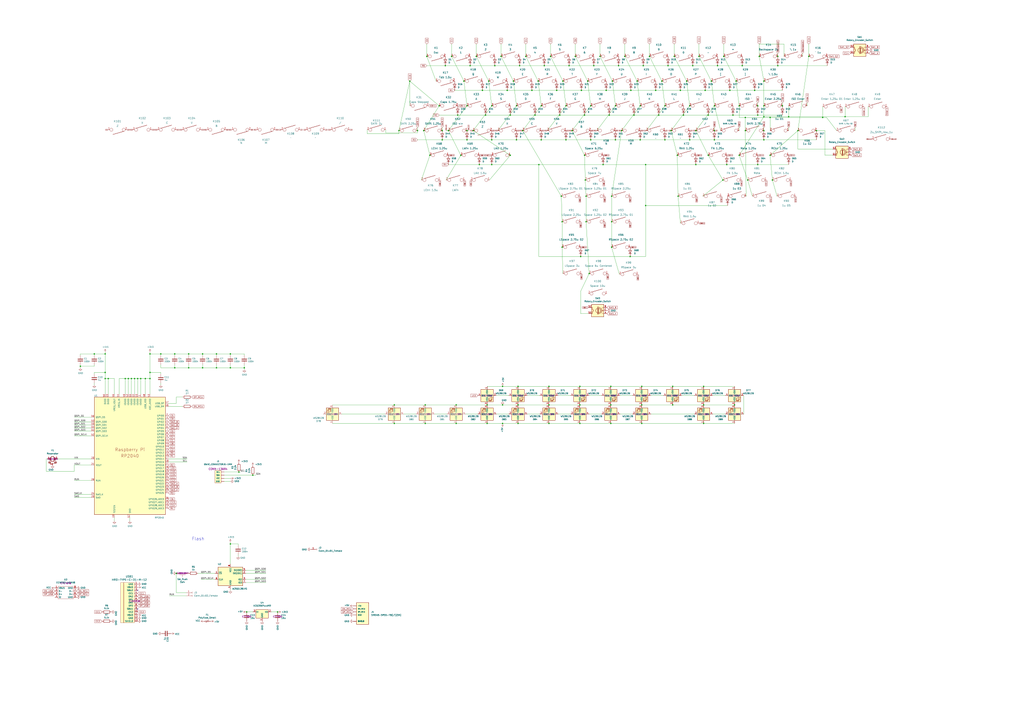
<source format=kicad_sch>
(kicad_sch (version 20230121) (generator eeschema)
  (paper "A1")
  (junction (at 105.41 311.15))
  (junction (at 383.54 114.935))
  (junction (at 520.7 94.615))
  (junction (at 378.46 127.635))
  (junction (at 77.47 290.83))
  (junction (at 594.36 46.355))
  (junction (at 86.36 311.15))
  (junction (at 227.965 502.92))
  (junction (at 419.1 127.635))
  (junction (at 655.32 107.315))
  (junction (at 604.52 66.675))
  (junction (at 412.75 317.5))
  (junction (at 675.64 96.52))
  (junction (at 480.695 147.955))
  (junction (at 477.52 74.295))
  (junction (at 411.48 46.355))
  (junction (at 619.76 74.295))
  (junction (at 436.88 74.295))
  (junction (at 123.19 290.83))
  (junction (at 403.86 135.255))
  (junction (at 349.25 332.74))
  (junction (at 581.66 127.635))
  (junction (at 510.54 107.315))
  (junction (at 670.56 107.315))
  (junction (at 483.87 224.79))
  (junction (at 416.56 74.295))
  (junction (at 412.75 347.98))
  (junction (at 66.04 300.99))
  (junction (at 113.03 311.15))
  (junction (at 467.36 53.975))
  (junction (at 425.45 347.98))
  (junction (at 568.96 53.975))
  (junction (at 200.66 302.26))
  (junction (at 144.78 471.17))
  (junction (at 350.52 46.355))
  (junction (at 381 66.675))
  (junction (at 558.8 74.295))
  (junction (at 365.76 53.975))
  (junction (at 450.85 317.5))
  (junction (at 119.38 311.15))
  (junction (at 546.1 86.995))
  (junction (at 525.78 114.935))
  (junction (at 107.95 311.15))
  (junction (at 577.85 317.5))
  (junction (at 370.84 46.355))
  (junction (at 556.26 127.635))
  (junction (at 368.3 107.315))
  (junction (at 450.85 332.74))
  (junction (at 462.28 66.675))
  (junction (at 527.05 317.5))
  (junction (at 461.645 203.2))
  (junction (at 360.68 86.995))
  (junction (at 464.82 86.995))
  (junction (at 403.86 86.995))
  (junction (at 552.45 332.74))
  (junction (at 607.06 127.635))
  (junction (at 323.85 347.98))
  (junction (at 383.54 107.315))
  (junction (at 143.51 290.83))
  (junction (at 622.3 94.615))
  (junction (at 189.23 290.83))
  (junction (at 634.365 147.955))
  (junction (at 487.68 53.975))
  (junction (at 492.76 46.355))
  (junction (at 476.25 347.98))
  (junction (at 189.23 302.26))
  (junction (at 349.25 347.98))
  (junction (at 632.46 96.52))
  (junction (at 508 53.975))
  (junction (at 603.25 332.74))
  (junction (at 480.06 127.635))
  (junction (at 553.72 46.355))
  (junction (at 347.98 107.315))
  (junction (at 393.7 135.255))
  (junction (at 424.18 114.935))
  (junction (at 622.3 135.255))
  (junction (at 327.66 107.315))
  (junction (at 584.2 66.675))
  (junction (at 469.9 107.315))
  (junction (at 444.5 114.935))
  (junction (at 123.19 306.07))
  (junction (at 612.14 96.52))
  (junction (at 502.92 66.675))
  (junction (at 589.28 53.975))
  (junction (at 601.98 94.615))
  (junction (at 374.65 332.74))
  (junction (at 530.225 168.91))
  (junction (at 401.32 66.675))
  (junction (at 638.81 53.975))
  (junction (at 596.9 135.255))
  (junction (at 403.86 114.935))
  (junction (at 472.44 46.355))
  (junction (at 154.94 290.83))
  (junction (at 501.65 332.74))
  (junction (at 543.56 66.675))
  (junction (at 566.42 86.995))
  (junction (at 497.84 74.295))
  (junction (at 561.34 94.615))
  (junction (at 447.04 53.975))
  (junction (at 452.12 46.355))
  (junction (at 476.885 210.82))
  (junction (at 388.62 107.315))
  (junction (at 419.1 94.615))
  (junction (at 607.06 86.995))
  (junction (at 363.22 107.315))
  (junction (at 586.74 114.935))
  (junction (at 166.37 302.26))
  (junction (at 541.02 94.615))
  (junction (at 86.36 290.83))
  (junction (at 353.06 127.635))
  (junction (at 166.37 290.83))
  (junction (at 476.25 332.74))
  (junction (at 614.045 147.955))
  (junction (at 627.38 66.675))
  (junction (at 429.26 107.315))
  (junction (at 202.565 502.92))
  (junction (at 500.38 94.615))
  (junction (at 548.64 53.975))
  (junction (at 426.72 53.975))
  (junction (at 530.225 135.255))
  (junction (at 502.285 161.29))
  (junction (at 581.66 94.615))
  (junction (at 424.18 86.995))
  (junction (at 400.05 332.74))
  (junction (at 556.895 161.29))
  (junction (at 398.78 94.615))
  (junction (at 412.75 332.74))
  (junction (at 593.725 147.955))
  (junction (at 571.5 135.255))
  (junction (at 480.06 94.615))
  (junction (at 546.1 114.935))
  (junction (at 431.8 46.355))
  (junction (at 383.54 86.995))
  (junction (at 102.87 311.15))
  (junction (at 505.46 114.935))
  (junction (at 400.05 347.98))
  (junction (at 132.08 290.83))
  (junction (at 517.525 210.82))
  (junction (at 425.45 332.74))
  (junction (at 461.01 161.29))
  (junction (at 154.94 302.26))
  (junction (at 342.9 107.315))
  (junction (at 518.16 74.295))
  (junction (at 375.92 94.615))
  (junction (at 599.44 74.295))
  (junction (at 586.74 86.995))
  (junction (at 501.65 347.98))
  (junction (at 577.85 332.74))
  (junction (at 323.85 332.74))
  (junction (at 482.6 66.675))
  (junction (at 444.5 86.995))
  (junction (at 177.8 290.83))
  (junction (at 612.14 107.315))
  (junction (at 485.14 114.935))
  (junction (at 421.64 66.675))
  (junction (at 527.05 347.98))
  (junction (at 502.285 203.2))
  (junction (at 627.38 114.935))
  (junction (at 579.12 74.295))
  (junction (at 586.74 107.315))
  (junction (at 363.22 114.935))
  (junction (at 574.04 46.355))
  (junction (at 177.8 302.26))
  (junction (at 495.3 135.255))
  (junction (at 88.9 311.15))
  (junction (at 664.21 46.355))
  (junction (at 632.46 127.635))
  (junction (at 577.85 347.98))
  (junction (at 396.24 74.295))
  (junction (at 123.19 311.15))
  (junction (at 425.45 317.5))
  (junction (at 571.5 107.315))
  (junction (at 86.36 306.07))
  (junction (at 143.51 302.26))
  (junction (at 501.65 317.5))
  (junction (at 450.85 347.98))
  (junction (at 609.6 53.975))
  (junction (at 207.645 390.525))
  (junction (at 481.33 161.29))
  (junction (at 642.62 86.995))
  (junction (at 386.08 53.975))
  (junction (at 481.33 182.245))
  (junction (at 461.645 182.245))
  (junction (at 459.74 94.615))
  (junction (at 527.05 332.74))
  (junction (at 189.23 447.04))
  (junction (at 336.55 66.675))
  (junction (at 374.65 347.98))
  (junction (at 464.82 114.935))
  (junction (at 623.57 46.355))
  (junction (at 457.2 74.295))
  (junction (at 513.08 46.355))
  (junction (at 439.42 94.615))
  (junction (at 485.14 86.995))
  (junction (at 505.46 86.995))
  (junction (at 442.595 135.255))
  (junction (at 622.3 86.995))
  (junction (at 525.78 86.995))
  (junction (at 552.45 317.5))
  (junction (at 627.38 95.885))
  (junction (at 627.38 86.995))
  (junction (at 441.96 66.675))
  (junction (at 566.42 114.935))
  (junction (at 523.24 66.675))
  (junction (at 391.16 46.355))
  (junction (at 538.48 74.295))
  (junction (at 694.055 95.885))
  (junction (at 110.49 311.15))
  (junction (at 627.38 107.315))
  (junction (at 638.81 46.355))
  (junction (at 647.7 95.885))
  (junction (at 533.4 46.355))
  (junction (at 115.57 311.15))
  (junction (at 551.18 107.315))
  (junction (at 528.32 53.975))
  (junction (at 563.88 66.675))
  (junction (at 406.4 53.975))
  (junction (at 196.215 387.985))
  (junction (at 502.285 182.245))
  (junction (at 476.25 317.5))
  (no_connect (at 113.03 485.14))
  (no_connect (at 113.03 500.38))
  (wire (pts (xy 370.84 46.355) (xy 381 66.675)))
  (wire (pts (xy 346.075 147.955) (xy 353.06 127.635)))
  (wire (pts (xy 525.78 114.935) (xy 546.1 114.935)))
  (wire (pts (xy 553.72 36.195) (xy 553.72 46.355)))
  (wire (pts (xy 396.24 74.295) (xy 416.56 74.295)))
  (wire (pts (xy 341.63 340.36) (xy 331.47 340.36)))
  (wire (pts (xy 548.64 53.975) (xy 568.96 53.975)))
  (wire (pts (xy 74.93 406.4) (xy 60.96 406.4)))
  (wire (pts (xy 93.98 425.45) (xy 93.98 427.99)))
  (wire (pts (xy 480.695 147.955) (xy 480.06 127.635)))
  (wire (pts (xy 115.57 311.15) (xy 119.38 311.15)))
  (wire (pts (xy 476.885 257.81) (xy 476.885 239.395)))
  (wire (pts (xy 77.47 290.83) (xy 86.36 290.83)))
  (wire (pts (xy 607.06 104.775) (xy 607.06 107.315)))
  (wire (pts (xy 476.885 210.82) (xy 442.595 210.82)))
  (wire (pts (xy 154.94 302.26) (xy 143.51 302.26)))
  (wire (pts (xy 632.46 127.635) (xy 655.32 107.315)))
  (wire (pts (xy 425.45 347.98) (xy 412.75 347.98)))
  (wire (pts (xy 316.865 106.68) (xy 316.865 109.22)))
  (wire (pts (xy 558.8 183.515) (xy 556.895 161.29)))
  (wire (pts (xy 607.06 127.635) (xy 627.38 95.885)))
  (wire (pts (xy 60.96 387.35) (xy 60.96 382.27)))
  (wire (pts (xy 327.66 107.315) (xy 336.55 66.675)))
  (wire (pts (xy 132.08 290.83) (xy 143.51 290.83)))
  (wire (pts (xy 368.3 107.315) (xy 383.54 86.995)))
  (wire (pts (xy 391.16 46.355) (xy 401.32 66.675)))
  (wire (pts (xy 74.93 377.19) (xy 46.99 377.19)))
  (wire (pts (xy 66.04 300.99) (xy 66.04 302.26)))
  (wire (pts (xy 577.85 332.74) (xy 603.25 332.74)))
  (wire (pts (xy 560.07 325.12) (xy 570.23 325.12)))
  (wire (pts (xy 77.47 314.96) (xy 77.47 316.23)))
  (wire (pts (xy 520.7 94.615) (xy 541.02 94.615)))
  (wire (pts (xy 123.19 306.07) (xy 132.08 306.07)))
  (wire (pts (xy 123.19 306.07) (xy 123.19 311.15)))
  (wire (pts (xy 627.38 104.775) (xy 627.38 107.315)))
  (wire (pts (xy 501.65 317.5) (xy 527.05 317.5)))
  (wire (pts (xy 406.4 53.975) (xy 426.72 53.975)))
  (wire (pts (xy 154.94 299.72) (xy 154.94 302.26)))
  (wire (pts (xy 143.51 299.72) (xy 143.51 302.26)))
  (wire (pts (xy 476.25 317.5) (xy 501.65 317.5)))
  (wire (pts (xy 612.775 161.29) (xy 612.14 107.315)))
  (wire (pts (xy 86.36 311.15) (xy 86.36 323.85)))
  (wire (pts (xy 436.88 74.295) (xy 457.2 74.295)))
  (wire (pts (xy 201.93 468.63) (xy 218.44 468.63)))
  (wire (pts (xy 500.38 94.615) (xy 520.7 94.615)))
  (wire (pts (xy 336.55 66.675) (xy 336.55 86.995)))
  (wire (pts (xy 675.64 96.52) (xy 678.815 96.52)))
  (wire (pts (xy 627.38 95.885) (xy 647.7 95.885)))
  (wire (pts (xy 508.635 225.425) (xy 502.285 203.2)))
  (wire (pts (xy 585.47 325.12) (xy 595.63 325.12)))
  (wire (pts (xy 627.38 95.885) (xy 627.38 86.995)))
  (wire (pts (xy 571.5 135.255) (xy 596.9 135.255)))
  (wire (pts (xy 662.94 86.995) (xy 662.94 84.455)))
  (wire (pts (xy 502.285 203.2) (xy 502.285 182.245)))
  (wire (pts (xy 102.87 323.85) (xy 102.87 311.15)))
  (wire (pts (xy 556.895 161.29) (xy 556.26 127.635)))
  (wire (pts (xy 119.38 323.85) (xy 119.38 311.15)))
  (wire (pts (xy 586.74 104.775) (xy 586.74 107.315)))
  (wire (pts (xy 533.4 46.355) (xy 533.4 36.195)))
  (wire (pts (xy 273.05 332.74) (xy 323.85 332.74)))
  (wire (pts (xy 501.65 347.98) (xy 476.25 347.98)))
  (wire (pts (xy 492.76 46.355) (xy 502.92 66.675)))
  (wire (pts (xy 207.645 390.525) (xy 210.185 390.525)))
  (wire (pts (xy 459.74 94.615) (xy 480.06 94.615)))
  (wire (pts (xy 655.32 107.315) (xy 664.21 46.355)))
  (wire (pts (xy 110.49 311.15) (xy 113.03 311.15)))
  (wire (pts (xy 457.2 74.295) (xy 477.52 74.295)))
  (wire (pts (xy 601.98 94.615) (xy 622.3 94.615)))
  (wire (pts (xy 195.58 447.04) (xy 189.23 447.04)))
  (wire (pts (xy 594.36 36.195) (xy 594.36 46.355)))
  (wire (pts (xy 144.78 487.045) (xy 144.78 471.17)))
  (wire (pts (xy 398.78 94.615) (xy 419.1 94.615)))
  (wire (pts (xy 464.82 86.995) (xy 462.28 66.675)))
  (wire (pts (xy 93.98 311.15) (xy 88.9 311.15)))
  (wire (pts (xy 450.85 317.5) (xy 476.25 317.5)))
  (wire (pts (xy 123.19 289.56) (xy 123.19 290.83)))
  (wire (pts (xy 74.93 358.14) (xy 60.96 358.14)))
  (wire (pts (xy 342.9 109.22) (xy 342.9 107.315)))
  (wire (pts (xy 138.43 334.01) (xy 149.86 334.01)))
  (wire (pts (xy 316.865 109.22) (xy 342.9 109.22)))
  (wire (pts (xy 476.885 210.82) (xy 517.525 210.82)))
  (wire (pts (xy 200.66 302.26) (xy 200.66 303.53)))
  (wire (pts (xy 86.36 306.07) (xy 86.36 311.15)))
  (wire (pts (xy 342.9 107.315) (xy 342.9 104.775)))
  (wire (pts (xy 132.08 307.34) (xy 132.08 306.07)))
  (wire (pts (xy 86.36 290.83) (xy 86.36 306.07)))
  (wire (pts (xy 189.23 299.72) (xy 189.23 302.26)))
  (wire (pts (xy 431.8 36.195) (xy 431.8 46.355)))
  (wire (pts (xy 189.23 483.87) (xy 189.23 485.14)))
  (wire (pts (xy 74.93 342.9) (xy 60.96 342.9)))
  (wire (pts (xy 632.46 96.52) (xy 675.64 96.52)))
  (wire (pts (xy 143.51 292.1) (xy 143.51 290.83)))
  (wire (pts (xy 610.87 325.12) (xy 610.87 340.36)))
  (wire (pts (xy 374.65 332.74) (xy 400.05 332.74)))
  (wire (pts (xy 207.645 502.92) (xy 202.565 502.92)))
  (wire (pts (xy 528.32 53.975) (xy 548.64 53.975)))
  (wire (pts (xy 184.15 390.525) (xy 207.645 390.525)))
  (wire (pts (xy 586.74 114.935) (xy 627.38 114.935)))
  (wire (pts (xy 431.8 46.355) (xy 441.96 66.675)))
  (wire (pts (xy 407.67 325.12) (xy 417.83 325.12)))
  (wire (pts (xy 360.68 94.615) (xy 375.92 94.615)))
  (wire (pts (xy 713.105 87.63) (xy 713.105 95.885)))
  (wire (pts (xy 107.95 311.15) (xy 110.49 311.15)))
  (wire (pts (xy 647.7 104.775) (xy 647.7 107.315)))
  (wire (pts (xy 88.9 311.15) (xy 86.36 311.15)))
  (wire (pts (xy 505.46 114.935) (xy 525.78 114.935)))
  (wire (pts (xy 88.9 323.85) (xy 88.9 311.15)))
  (wire (pts (xy 201.93 476.25) (xy 218.44 476.25)))
  (wire (pts (xy 462.28 224.79) (xy 461.645 203.2)))
  (wire (pts (xy 93.98 323.85) (xy 93.98 311.15)))
  (wire (pts (xy 143.51 302.26) (xy 132.08 302.26)))
  (wire (pts (xy 373.38 74.295) (xy 396.24 74.295)))
  (wire (pts (xy 154.94 290.83) (xy 166.37 290.83)))
  (wire (pts (xy 634.365 147.955) (xy 632.46 127.635)))
  (wire (pts (xy 106.68 425.45) (xy 106.68 427.99)))
  (wire (pts (xy 603.25 347.98) (xy 577.85 347.98)))
  (wire (pts (xy 200.66 299.72) (xy 200.66 302.26)))
  (wire (pts (xy 485.14 86.995) (xy 469.9 107.315)))
  (wire (pts (xy 350.52 46.355) (xy 358.14 66.675)))
  (wire (pts (xy 480.06 94.615) (xy 500.38 94.615)))
  (wire (pts (xy 366.395 147.955) (xy 378.46 127.635)))
  (wire (pts (xy 189.23 302.26) (xy 200.66 302.26)))
  (wire (pts (xy 327.66 109.855) (xy 327.66 107.315)))
  (wire (pts (xy 132.08 314.96) (xy 132.08 316.23)))
  (wire (pts (xy 517.525 210.82) (xy 530.225 210.82)))
  (wire (pts (xy 411.48 46.355) (xy 411.48 36.195)))
  (wire (pts (xy 349.25 332.74) (xy 374.65 332.74)))
  (wire (pts (xy 138.43 379.73) (xy 153.67 379.73)))
  (wire (pts (xy 623.57 46.355) (xy 623.57 36.195)))
  (wire (pts (xy 368.3 135.255) (xy 393.7 135.255)))
  (wire (pts (xy 416.56 74.295) (xy 436.88 74.295)))
  (wire (pts (xy 66.04 290.83) (xy 77.47 290.83)))
  (wire (pts (xy 139.065 489.585) (xy 153.035 489.585)))
  (wire (pts (xy 561.34 94.615) (xy 581.66 94.615)))
  (wire (pts (xy 323.85 332.74) (xy 349.25 332.74)))
  (wire (pts (xy 518.16 74.295) (xy 538.48 74.295)))
  (wire (pts (xy 378.46 127.635) (xy 368.3 107.315)))
  (wire (pts (xy 480.695 147.955) (xy 481.33 161.29)))
  (wire (pts (xy 439.42 94.615) (xy 459.74 94.615)))
  (wire (pts (xy 350.52 36.195) (xy 350.52 46.355)))
  (wire (pts (xy 483.235 257.81) (xy 476.885 257.81)))
  (wire (pts (xy 196.215 387.985) (xy 197.485 387.985)))
  (wire (pts (xy 664.21 46.355) (xy 664.21 36.195)))
  (wire (pts (xy 165.1 476.25) (xy 176.53 476.25)))
  (wire (pts (xy 502.285 161.29) (xy 510.54 107.315)))
  (wire (pts (xy 678.815 96.52) (xy 687.07 107.315)))
  (wire (pts (xy 623.57 46.355) (xy 627.38 66.675)))
  (wire (pts (xy 467.36 53.975) (xy 487.68 53.975)))
  (wire (pts (xy 476.885 239.395) (xy 483.87 224.79)))
  (wire (pts (xy 273.05 347.98) (xy 323.85 347.98)))
  (wire (pts (xy 417.83 340.36) (xy 407.67 340.36)))
  (wire (pts (xy 551.18 107.315) (xy 566.42 86.995)))
  (wire (pts (xy 483.87 224.79) (xy 481.33 182.245)))
  (wire (pts (xy 323.85 347.98) (xy 349.25 347.98)))
  (wire (pts (xy 166.37 302.26) (xy 154.94 302.26)))
  (wire (pts (xy 527.05 347.98) (xy 501.65 347.98)))
  (wire (pts (xy 412.75 317.5) (xy 425.45 317.5)))
  (wire (pts (xy 367.03 340.36) (xy 356.87 340.36)))
  (wire (pts (xy 393.7 135.255) (xy 403.86 135.255)))
  (wire (pts (xy 177.8 292.1) (xy 177.8 290.83)))
  (wire (pts (xy 60.96 346.71) (xy 74.93 346.71)))
  (wire (pts (xy 677.545 127.635) (xy 677.545 107.315)))
  (wire (pts (xy 472.44 36.195) (xy 472.44 46.355)))
  (wire (pts (xy 184.15 387.985) (xy 196.215 387.985)))
  (wire (pts (xy 189.23 302.26) (xy 177.8 302.26)))
  (wire (pts (xy 113.03 311.15) (xy 115.57 311.15)))
  (wire (pts (xy 523.24 66.675) (xy 525.78 86.995)))
  (wire (pts (xy 609.6 53.975) (xy 638.81 53.975)))
  (wire (pts (xy 153.035 487.045) (xy 144.78 487.045)))
  (wire (pts (xy 527.05 347.98) (xy 577.85 347.98)))
  (wire (pts (xy 527.05 317.5) (xy 552.45 317.5)))
  (wire (pts (xy 585.47 340.36) (xy 595.63 340.36)))
  (wire (pts (xy 184.15 393.065) (xy 189.23 393.065)))
  (wire (pts (xy 677.545 107.315) (xy 670.56 107.315)))
  (wire (pts (xy 538.48 74.295) (xy 558.8 74.295)))
  (wire (pts (xy 596.9 135.255) (xy 622.3 135.255)))
  (wire (pts (xy 487.68 53.975) (xy 508 53.975)))
  (wire (pts (xy 144.78 326.39) (xy 149.86 326.39)))
  (wire (pts (xy 74.93 408.94) (xy 60.96 408.94)))
  (wire (pts (xy 581.66 127.635) (xy 571.5 107.315)))
  (wire (pts (xy 485.14 114.935) (xy 505.46 114.935)))
  (wire (pts (xy 675.64 87.63) (xy 675.64 96.52)))
  (wire (pts (xy 513.08 36.195) (xy 513.08 46.355)))
  (wire (pts (xy 483.87 325.12) (xy 494.03 325.12)))
  (wire (pts (xy 426.72 53.975) (xy 447.04 53.975)))
  (wire (pts (xy 552.45 332.74) (xy 577.85 332.74)))
  (wire (pts (xy 388.62 107.315) (xy 403.86 86.995)))
  (wire (pts (xy 509.27 325.12) (xy 519.43 325.12)))
  (wire (pts (xy 510.54 107.315) (xy 525.78 86.995)))
  (wire (pts (xy 450.85 347.98) (xy 425.45 347.98)))
  (wire (pts (xy 556.26 127.635) (xy 551.18 107.315)))
  (wire (pts (xy 107.95 323.85) (xy 107.95 311.15)))
  (wire (pts (xy 347.98 107.315) (xy 360.68 86.995)))
  (wire (pts (xy 408.94 107.315) (xy 424.18 86.995)))
  (wire (pts (xy 494.03 340.36) (xy 483.87 340.36)))
  (wire (pts (xy 568.96 53.975) (xy 589.28 53.975)))
  (wire (pts (xy 594.36 46.355) (xy 604.52 66.675)))
  (wire (pts (xy 638.81 43.815) (xy 638.81 46.355)))
  (wire (pts (xy 619.76 74.295) (xy 642.62 74.295)))
  (wire (pts (xy 363.22 114.935) (xy 383.54 114.935)))
  (wire (pts (xy 113.03 323.85) (xy 113.03 311.15)))
  (wire (pts (xy 383.54 107.315) (xy 384.81 107.315)))
  (wire (pts (xy 375.92 94.615) (xy 398.78 94.615)))
  (wire (pts (xy 301.625 106.68) (xy 301.625 109.855)))
  (wire (pts (xy 74.93 382.27) (xy 60.96 382.27)))
  (wire (pts (xy 612.14 107.315) (xy 612.14 96.52)))
  (wire (pts (xy 425.45 332.74) (xy 450.85 332.74)))
  (wire (pts (xy 280.67 340.36) (xy 316.23 340.36)))
  (wire (pts (xy 627.38 86.995) (xy 627.38 66.675)))
  (wire (pts (xy 177.8 302.26) (xy 166.37 302.26)))
  (wire (pts (xy 143.51 290.83) (xy 154.94 290.83)))
  (wire (pts (xy 105.41 323.85) (xy 105.41 311.15)))
  (wire (pts (xy 77.47 307.34) (xy 77.47 306.07)))
  (wire (pts (xy 574.04 46.355) (xy 574.04 36.195)))
  (wire (pts (xy 383.54 114.935) (xy 403.86 114.935)))
  (wire (pts (xy 429.26 107.315) (xy 444.5 86.995)))
  (wire (pts (xy 425.45 317.5) (xy 450.85 317.5)))
  (wire (pts (xy 713.105 95.885) (xy 694.055 95.885)))
  (wire (pts (xy 403.86 114.935) (xy 424.18 114.935)))
  (wire (pts (xy 612.14 96.52) (xy 632.46 96.52)))
  (wire (pts (xy 591.82 107.315) (xy 586.74 86.995)))
  (wire (pts (xy 115.57 311.15) (xy 115.57 323.85)))
  (wire (pts (xy 480.06 127.635) (xy 469.9 107.315)))
  (wire (pts (xy 530.225 168.91) (xy 530.225 135.255)))
  (wire (pts (xy 694.055 95.885) (xy 647.7 95.885)))
  (wire (pts (xy 177.8 299.72) (xy 177.8 302.26)))
  (wire (pts (xy 132.08 299.72) (xy 132.08 302.26)))
  (wire (pts (xy 497.84 74.295) (xy 518.16 74.295)))
  (wire (pts (xy 77.47 306.07) (xy 86.36 306.07)))
  (wire (pts (xy 443.23 340.36) (xy 433.07 340.36)))
  (wire (pts (xy 442.595 135.255) (xy 495.3 135.255)))
  (wire (pts (xy 412.75 347.98) (xy 400.05 347.98)))
  (wire (pts (xy 132.08 292.1) (xy 132.08 290.83)))
  (wire (pts (xy 622.3 84.455) (xy 622.3 86.995)))
  (wire (pts (xy 481.33 182.245) (xy 481.33 161.29)))
  (wire (pts (xy 66.04 299.72) (xy 66.04 300.99)))
  (wire (pts (xy 558.8 74.295) (xy 579.12 74.295)))
  (wire (pts (xy 476.25 347.98) (xy 450.85 347.98)))
  (wire (pts (xy 382.27 340.36) (xy 392.43 340.36)))
  (wire (pts (xy 563.88 66.675) (xy 566.42 86.995)))
  (wire (pts (xy 482.6 66.675) (xy 485.14 86.995)))
  (wire (pts (xy 97.79 311.15) (xy 102.87 311.15)))
  (wire (pts (xy 370.84 46.355) (xy 370.84 36.195)))
  (wire (pts (xy 579.12 74.295) (xy 599.44 74.295)))
  (wire (pts (xy 468.63 340.36) (xy 458.47 340.36)))
  (wire (pts (xy 632.46 96.52) (xy 632.46 107.315)))
  (wire (pts (xy 643.89 36.195) (xy 643.89 46.355)))
  (wire (pts (xy 424.18 114.935) (xy 444.5 114.935)))
  (wire (pts (xy 450.85 332.74) (xy 476.25 332.74)))
  (wire (pts (xy 201.93 471.17) (xy 218.44 471.17)))
  (wire (pts (xy 360.68 86.995) (xy 336.55 66.675)))
  (wire (pts (xy 77.47 300.99) (xy 77.47 299.72)))
  (wire (pts (xy 195.58 448.31) (xy 195.58 447.04)))
  (wire (pts (xy 301.625 109.855) (xy 327.66 109.855)))
  (wire (pts (xy 123.19 290.83) (xy 123.19 306.07)))
  (wire (pts (xy 589.28 53.975) (xy 609.6 53.975)))
  (wire (pts (xy 386.08 53.975) (xy 406.4 53.975)))
  (wire (pts (xy 444.5 114.935) (xy 464.82 114.935)))
  (wire (pts (xy 655.32 122.555) (xy 655.32 107.315)))
  (wire (pts (xy 452.12 46.355) (xy 452.12 36.195)))
  (wire (pts (xy 461.645 182.245) (xy 461.01 161.29)))
  (wire (pts (xy 449.58 107.315) (xy 464.82 86.995)))
  (wire (pts (xy 534.67 325.12) (xy 544.83 325.12)))
  (wire (pts (xy 400.05 332.74) (xy 412.75 332.74)))
  (wire (pts (xy 642.62 84.455) (xy 642.62 86.995)))
  (wire (pts (xy 495.3 135.255) (xy 530.225 135.255)))
  (wire (pts (xy 222.885 502.92) (xy 227.965 502.92)))
  (wire (pts (xy 123.19 290.83) (xy 132.08 290.83)))
  (wire (pts (xy 60.96 354.33) (xy 74.93 354.33)))
  (wire (pts (xy 584.2 66.675) (xy 586.74 86.995)))
  (wire (pts (xy 593.725 147.955) (xy 581.66 127.635)))
  (wire (pts (xy 614.045 147.955) (xy 607.06 127.635)))
  (wire (pts (xy 577.215 161.29) (xy 593.725 147.955)))
  (wire (pts (xy 530.225 210.82) (xy 530.225 168.91)))
  (wire (pts (xy 105.41 311.15) (xy 107.95 311.15)))
  (wire (pts (xy 189.23 292.1) (xy 189.23 290.83)))
  (wire (pts (xy 534.67 340.36) (xy 570.23 340.36)))
  (wire (pts (xy 694.055 87.63) (xy 694.055 95.885)))
  (wire (pts (xy 492.76 46.355) (xy 492.76 36.195)))
  (wire (pts (xy 519.43 340.36) (xy 509.27 340.36)))
  (wire (pts (xy 638.81 53.975) (xy 679.45 53.975)))
  (wire (pts (xy 195.58 455.93) (xy 195.58 457.2)))
  (wire (pts (xy 441.96 66.675) (xy 444.5 86.995)))
  (wire (pts (xy 412.75 332.74) (xy 425.45 332.74)))
  (wire (pts (xy 110.49 323.85) (xy 110.49 311.15)))
  (wire (pts (xy 530.225 135.255) (xy 571.5 135.255)))
  (wire (pts (xy 638.175 161.29) (xy 634.365 147.955)))
  (wire (pts (xy 86.36 289.56) (xy 86.36 290.83)))
  (wire (pts (xy 513.08 46.355) (xy 523.24 66.675)))
  (wire (pts (xy 442.595 210.82) (xy 442.595 135.255)))
  (wire (pts (xy 477.52 74.295) (xy 497.84 74.295)))
  (wire (pts (xy 189.23 445.77) (xy 189.23 447.04)))
  (wire (pts (xy 527.05 332.74) (xy 552.45 332.74)))
  (wire (pts (xy 552.45 317.5) (xy 577.85 317.5)))
  (wire (pts (xy 464.82 114.935) (xy 485.14 114.935)))
  (wire (pts (xy 647.7 86.995) (xy 647.7 95.885)))
  (wire (pts (xy 189.23 447.04) (xy 189.23 463.55)))
  (wire (pts (xy 363.22 114.935) (xy 342.9 114.935)))
  (wire (pts (xy 201.93 478.79) (xy 218.44 478.79)))
  (wire (pts (xy 702.31 104.775) (xy 702.31 107.315)))
  (wire (pts (xy 77.47 292.1) (xy 77.47 290.83)))
  (wire (pts (xy 501.65 332.74) (xy 527.05 332.74)))
  (wire (pts (xy 553.72 46.355) (xy 563.88 66.675)))
  (wire (pts (xy 391.16 36.195) (xy 391.16 46.355)))
  (wire (pts (xy 177.8 290.83) (xy 189.23 290.83)))
  (wire (pts (xy 683.895 122.555) (xy 655.32 122.555)))
  (wire (pts (xy 60.96 351.79) (xy 74.93 351.79)))
  (wire (pts (xy 622.3 135.255) (xy 647.7 135.255)))
  (wire (pts (xy 461.01 161.29) (xy 429.26 107.315)))
  (wire (pts (xy 421.64 66.675) (xy 411.48 46.355)))
  (wire (pts (xy 627.38 114.935) (xy 670.56 114.935)))
  (wire (pts (xy 60.96 349.25) (xy 74.93 349.25)))
  (wire (pts (xy 607.06 96.52) (xy 612.14 96.52)))
  (wire (pts (xy 144.78 326.39) (xy 144.78 331.47)))
  (wire (pts (xy 421.64 66.675) (xy 424.18 86.995)))
  (wire (pts (xy 599.44 74.295) (xy 619.76 74.295)))
  (wire (pts (xy 200.66 292.1) (xy 200.66 290.83)))
  (wire (pts (xy 617.855 161.29) (xy 614.045 147.955)))
  (wire (pts (xy 659.13 46.355) (xy 659.13 43.815)))
  (wire (pts (xy 74.93 394.97) (xy 60.96 394.97)))
  (wire (pts (xy 508 53.975) (xy 528.32 53.975)))
  (wire (pts (xy 419.1 94.615) (xy 439.42 94.615)))
  (wire (pts (xy 543.56 66.675) (xy 533.4 46.355)))
  (wire (pts (xy 461.645 203.2) (xy 461.645 182.245)))
  (wire (pts (xy 38.1 387.35) (xy 60.96 387.35)))
  (wire (pts (xy 546.1 114.935) (xy 566.42 114.935)))
  (wire (pts (xy 502.92 66.675) (xy 505.46 86.995)))
  (wire (pts (xy 166.37 292.1) (xy 166.37 290.83)))
  (wire (pts (xy 546.1 86.995) (xy 543.56 66.675)))
  (wire (pts (xy 184.15 395.605) (xy 189.23 395.605)))
  (wire (pts (xy 119.38 311.15) (xy 123.19 311.15)))
  (wire (pts (xy 123.19 311.15) (xy 123.19 323.85)))
  (wire (pts (xy 490.22 107.315) (xy 505.46 86.995)))
  (wire (pts (xy 607.06 86.995) (xy 604.52 66.675)))
  (wire (pts (xy 66.04 292.1) (xy 66.04 290.83)))
  (wire (pts (xy 39.37 377.19) (xy 38.1 377.19)))
  (wire (pts (xy 462.28 66.675) (xy 452.12 46.355)))
  (wire (pts (xy 419.1 127.635) (xy 388.62 107.315)))
  (wire (pts (xy 577.85 317.5) (xy 603.25 317.5)))
  (wire (pts (xy 366.395 107.315) (xy 368.3 107.315)))
  (wire (pts (xy 363.22 104.775) (xy 363.22 107.315)))
  (wire (pts (xy 447.04 53.975) (xy 467.36 53.975)))
  (wire (pts (xy 350.52 53.975) (xy 365.76 53.975)))
  (wire (pts (xy 166.37 299.72) (xy 166.37 302.26)))
  (wire (pts (xy 353.06 127.635) (xy 347.98 107.315)))
  (wire (pts (xy 607.06 86.995) (xy 607.06 96.52)))
  (wire (pts (xy 154.94 292.1) (xy 154.94 290.83)))
  (wire (pts (xy 574.04 46.355) (xy 584.2 66.675)))
  (wire (pts (xy 401.32 66.675) (xy 403.86 86.995)))
  (wire (pts (xy 349.25 347.98) (xy 374.65 347.98)))
  (wire (pts (xy 403.86 135.255) (xy 442.595 135.255)))
  (wire (pts (xy 374.65 347.98) (xy 400.05 347.98)))
  (wire (pts (xy 472.44 46.355) (xy 482.6 66.675)))
  (wire (pts (xy 566.42 114.935) (xy 586.74 114.935)))
  (wire (pts (xy 643.89 36.195) (xy 623.57 36.195)))
  (wire (pts (xy 162.56 471.17) (xy 176.53 471.17)))
  (wire (pts (xy 530.86 107.315) (xy 546.1 86.995)))
  (wire (pts (xy 433.07 325.12) (xy 443.23 325.12)))
  (wire (pts (xy 166.37 290.83) (xy 177.8 290.83)))
  (wire (pts (xy 581.66 94.615) (xy 601.98 94.615)))
  (wire (pts (xy 458.47 325.12) (xy 468.63 325.12)))
  (wire (pts (xy 401.955 147.955) (xy 419.1 127.635)))
  (wire (pts (xy 66.04 300.99) (xy 77.47 300.99)))
  (wire (pts (xy 38.1 377.19) (xy 38.1 387.35)))
  (wire (pts (xy 97.79 323.85) (xy 97.79 311.15)))
  (wire (pts (xy 597.535 168.91) (xy 530.225 168.91)))
  (wire (pts (xy 365.76 53.975) (xy 386.08 53.975)))
  (wire (pts (xy 683.895 127.635) (xy 677.545 127.635)))
  (wire (pts (xy 502.285 182.245) (xy 502.285 161.29)))
  (wire (pts (xy 189.23 290.83) (xy 200.66 290.83)))
  (wire (pts (xy 400.05 317.5) (xy 412.75 317.5)))
  (wire (pts (xy 622.3 94.615) (xy 642.62 94.615)))
  (wire (pts (xy 383.54 86.995) (xy 381 66.675)))
  (wire (pts (xy 541.02 94.615) (xy 561.34 94.615)))
  (wire (pts (xy 138.43 377.19) (xy 153.67 377.19)))
  (wire (pts (xy 476.25 332.74) (xy 501.65 332.74)))
  (wire (pts (xy 571.5 107.315) (xy 586.74 86.995)))
  (wire (pts (xy 102.87 311.15) (xy 105.41 311.15)))
  (wire (pts (xy 138.43 331.47) (xy 144.78 331.47)))
  (text "Flash" (at 157.48 444.5 0) (effects (font (size 2.54 2.54)) (justify left bottom)))
  (label "SDA" (at 153.67 377.19 180))
  (label "QSPI_SD0" (at 60.96 346.71 0))
  (label "QSPI_SD0" (at 218.44 468.63 180))
  (label "XIN" (at 60.96 377.19 0))
  (label "SCL" (at 197.485 387.985 0))
  (label "QSPI_SD3" (at 60.96 354.33 0))
  (label "QSPI_SD3" (at 218.44 478.79 180))
  (label "XOUT" (at 60.96 382.27 0))
  (label "QSPI_SS" (at 60.96 342.9 0))
  (label "QSPI_SCLK" (at 165.1 476.25 0))
  (label "SWD" (at 60.96 408.94 0))
  (label "QSPI_SD2" (at 218.44 476.25 180))
  (label "SCL" (at 153.67 379.73 180))
  (label "QSPI_SS" (at 165.1 471.17 0))
  (label "SWCLK" (at 60.96 406.4 0))
  (label "QSPI_SCLK" (at 60.96 358.14 0))
  (label "RUN" (at 60.96 394.97 0))
  (label "SDA" (at 210.185 390.525 0))
  (label "QSPI_SD1" (at 218.44 471.17 180))
  (label "RUN" (at 139.065 489.585 0))
  (label "QSPI_SD2" (at 60.96 351.79 0))
  (label "QSPI_SD1" (at 60.96 349.25 0))
  (global_label "C3" (shape input) (at 411.48 36.195 90) (property "Intersheetrefs" "${INTERSHEET_REFS}" (effects hide)))
  (global_label "SW1_S2" (shape input) (at 698.5 38.735 180) (property "Intersheetrefs" "${INTERSHEET_REFS}" (effects hide)))
  (global_label "M_1" (shape input) (at 510.54 107.315 180) (effects (font (size 0.5 0.5))) (property "Intersheetrefs" "${INTERSHEET_REFS}" (effects hide)))
  (global_label "K66 1" (shape input) (at 381.635 147.955 270) (effects (font (size 0.75 0.75))) (property "Intersheetrefs" "${INTERSHEET_REFS}" (effects hide)))
  (global_label "C13" (shape input) (at 138.43 412.75 0) (property "Intersheetrefs" "${INTERSHEET_REFS}" (effects hide)))
  (global_label "C10" (shape input) (at 553.72 36.195 90) (property "Intersheetrefs" "${INTERSHEET_REFS}" (effects hide)))
  (global_label "SW3_B" (shape input) (at 498.475 252.73 0) (property "Intersheetrefs" "${INTERSHEET_REFS}" (effects hide)))
  (global_label "V_2" (shape input) (at 449.58 107.315 180) (effects (font (size 0.5 0.5))) (property "Intersheetrefs" "${INTERSHEET_REFS}" (effects hide)))
  (global_label "C0" (shape input) (at 138.43 354.33 0) (property "Intersheetrefs" "${INTERSHEET_REFS}" (effects hide)))
  (global_label "C12" (shape input) (at 138.43 394.97 0) (property "Intersheetrefs" "${INTERSHEET_REFS}" (effects hide)))
  (global_label "CC2" (shape input) (at 113.03 502.92 0) (property "Intersheetrefs" "${INTERSHEET_REFS}" (effects hide)))
  (global_label "LShift 1" (shape input) (at 342.9 104.775 90) (effects (font (size 1 1))) (property "Intersheetrefs" "${INTERSHEET_REFS}" (effects hide)))
  (global_label "K68 1" (shape input) (at 495.935 147.955 270) (effects (font (size 0.75 0.75))) (property "Intersheetrefs" "${INTERSHEET_REFS}" (effects hide)))
  (global_label "K65 1" (shape input) (at 368.3 127.635 0) (effects (font (size 0.75 0.75))) (property "Intersheetrefs" "${INTERSHEET_REFS}" (effects hide)))
  (global_label "._2" (shape input) (at 551.18 107.315 180) (effects (font (size 0.5 0.5))) (property "Intersheetrefs" "${INTERSHEET_REFS}" (effects hide)))
  (global_label ",_1" (shape input) (at 546.1 107.315 0) (effects (font (size 0.5 0.5))) (property "Intersheetrefs" "${INTERSHEET_REFS}" (effects hide)))
  (global_label "DP_USB" (shape input) (at 113.03 492.76 0) (property "Intersheetrefs" "${INTERSHEET_REFS}" (effects hide)))
  (global_label "SW1_A" (shape input) (at 713.74 43.815 0) (property "Intersheetrefs" "${INTERSHEET_REFS}" (effects hide)))
  (global_label "K29 1" (shape input) (at 351.79 86.995 0) (effects (font (size 1 1))) (property "Intersheetrefs" "${INTERSHEET_REFS}" (effects hide)))
  (global_label ",_2" (shape input) (at 530.86 107.315 180) (effects (font (size 0.5 0.5))) (property "Intersheetrefs" "${INTERSHEET_REFS}" (effects hide)))
  (global_label "Z_2" (shape input) (at 104.14 106.68 0) (effects (font (size 0.5 0.5))) (property "Intersheetrefs" "${INTERSHEET_REFS}" (effects hide)))
  (global_label "C4" (shape input) (at 431.8 36.195 90) (property "Intersheetrefs" "${INTERSHEET_REFS}" (effects hide)))
  (global_label "R3" (shape input) (at 138.43 405.13 0) (property "Intersheetrefs" "${INTERSHEET_REFS}" (effects hide)))
  (global_label "Z_1" (shape input) (at 388.62 107.315 180) (effects (font (size 0.5 0.5))) (property "Intersheetrefs" "${INTERSHEET_REFS}" (effects hide)))
  (global_label "ISO'" (shape input) (at 690.88 87.63 270) (effects (font (size 1 1))) (property "Intersheetrefs" "${INTERSHEET_REFS}" (effects hide)))
  (global_label "K59 1" (shape input) (at 586.74 104.775 90) (effects (font (size 0.75 0.75))) (property "Intersheetrefs" "${INTERSHEET_REFS}" (effects hide)))
  (global_label "DN_USB" (shape input) (at 113.03 495.3 0) (property "Intersheetrefs" "${INTERSHEET_REFS}" (effects hide)))
  (global_label "DP_MCU" (shape input) (at 157.48 326.39 0) (property "Intersheetrefs" "${INTERSHEET_REFS}" (effects hide)))
  (global_label "R0" (shape input) (at 138.43 372.11 0) (property "Intersheetrefs" "${INTERSHEET_REFS}" (effects hide)))
  (global_label "C_2" (shape input) (at 129.54 106.68 180) (effects (font (size 0.5 0.5))) (property "Intersheetrefs" "${INTERSHEET_REFS}" (effects hide)))
  (global_label "SW1_S2" (shape input) (at 679.45 46.355 0) (property "Intersheetrefs" "${INTERSHEET_REFS}" (effects hide)))
  (global_label "ISO'" (shape input) (at 622.3 84.455 90) (effects (font (size 1 1))) (property "Intersheetrefs" "${INTERSHEET_REFS}" (effects hide)))
  (global_label "Enter 1" (shape input) (at 709.295 87.63 270) (effects (font (size 1 1))) (property "Intersheetrefs" "${INTERSHEET_REFS}" (effects hide)))
  (global_label "K71 1" (shape input) (at 629.285 147.955 270) (effects (font (size 0.75 0.75))) (property "Intersheetrefs" "${INTERSHEET_REFS}" (effects hide)))
  (global_label "C4" (shape input) (at 138.43 359.41 0) (property "Intersheetrefs" "${INTERSHEET_REFS}" (effects hide)))
  (global_label "K67 1" (shape input) (at 403.86 127.635 180) (effects (font (size 0.75 0.75))) (property "Intersheetrefs" "${INTERSHEET_REFS}" (effects hide)))
  (global_label "K80 1" (shape input) (at 477.52 224.79 270) (effects (font (size 0.75 0.75))) (property "Intersheetrefs" "${INTERSHEET_REFS}" (effects hide)))
  (global_label "C_2" (shape input) (at 429.26 107.315 180) (effects (font (size 0.5 0.5))) (property "Intersheetrefs" "${INTERSHEET_REFS}" (effects hide)))
  (global_label "DN_USB" (shape input) (at 113.03 490.22 0) (property "Intersheetrefs" "${INTERSHEET_REFS}" (effects hide)))
  (global_label "C1" (shape input) (at 370.84 36.195 90) (property "Intersheetrefs" "${INTERSHEET_REFS}" (effects hide)))
  (global_label "B_1" (shape input) (at 469.9 107.315 180) (effects (font (size 0.5 0.5))) (property "Intersheetrefs" "${INTERSHEET_REFS}" (effects hide)))
  (global_label "C8" (shape input) (at 513.08 36.195 90) (property "Intersheetrefs" "${INTERSHEET_REFS}" (effects hide)))
  (global_label "X_1" (shape input) (at 424.18 107.315 0) (effects (font (size 0.5 0.5))) (property "Intersheetrefs" "${INTERSHEET_REFS}" (effects hide)))
  (global_label "K68 1" (shape input) (at 496.57 161.29 270) (effects (font (size 0.75 0.75))) (property "Intersheetrefs" "${INTERSHEET_REFS}" (effects hide)))
  (global_label "X_2" (shape input) (at 408.94 107.315 180) (effects (font (size 0.5 0.5))) (property "Intersheetrefs" "${INTERSHEET_REFS}" (effects hide)))
  (global_label "LShift 1" (shape input) (at 363.22 104.775 90) (effects (font (size 1 1))) (property "Intersheetrefs" "${INTERSHEET_REFS}" (effects hide)))
  (global_label "K69 1" (shape input) (at 572.135 161.29 270) (effects (font (size 0.75 0.75))) (property "Intersheetrefs" "${INTERSHEET_REFS}" (effects hide)))
  (global_label "R2" (shape input) (at 360.68 94.615 180) (property "Intersheetrefs" "${INTERSHEET_REFS}" (effects hide)))
  (global_label "K68 1" (shape input) (at 499.11 224.79 270) (effects (font (size 0.75 0.75))) (property "Intersheetrefs" "${INTERSHEET_REFS}" (effects hide)))
  (global_label "Enter 1" (shape input) (at 728.345 87.63 270) (effects (font (size 1 1))) (property "Intersheetrefs" "${INTERSHEET_REFS}" (effects hide)))
  (global_label "SW3_B" (shape input) (at 138.43 400.05 0) (property "Intersheetrefs" "${INTERSHEET_REFS}" (effects hide)))
  (global_label "R3" (shape input) (at 342.9 114.935 180) (property "Intersheetrefs" "${INTERSHEET_REFS}" (effects hide)))
  (global_label "ISO_<>_1" (shape input) (at 384.81 107.315 90) (effects (font (size 0.5 0.5))) (property "Intersheetrefs" "${INTERSHEET_REFS}" (effects hide)))
  (global_label "K80 1" (shape input) (at 476.885 182.245 270) (effects (font (size 0.75 0.75))) (property "Intersheetrefs" "${INTERSHEET_REFS}" (effects hide)))
  (global_label "D2" (shape input) (at 505.46 107.315 0) (effects (font (size 0.5 0.5))) (property "Intersheetrefs" "${INTERSHEET_REFS}" (effects hide)))
  (global_label "R4" (shape input) (at 368.3 135.255 180) (property "Intersheetrefs" "${INTERSHEET_REFS}" (effects hide)))
  (global_label "Backspace1" (shape input) (at 638.81 43.815 90) (effects (font (size 1 1))) (property "Intersheetrefs" "${INTERSHEET_REFS}" (effects hide)))
  (global_label "C7" (shape input) (at 492.76 36.195 90) (property "Intersheetrefs" "${INTERSHEET_REFS}" (effects hide)))
  (global_label "DP_USB" (shape input) (at 113.03 497.84 0) (property "Intersheetrefs" "${INTERSHEET_REFS}" (effects hide)))
  (global_label "C2" (shape input) (at 391.16 36.195 90) (property "Intersheetrefs" "${INTERSHEET_REFS}" (effects hide)))
  (global_label "{slash}_1" (shape input) (at 586.74 107.315 0) (effects (font (size 0.5 0.5))) (property "Intersheetrefs" "${INTERSHEET_REFS}" (effects hide)))
  (global_label "C5" (shape input) (at 452.12 36.195 90) (property "Intersheetrefs" "${INTERSHEET_REFS}" (effects hide)))
  (global_label "{slash}_2" (shape input) (at 271.78 106.68 180) (effects (font (size 0.5 0.5))) (property "Intersheetrefs" "${INTERSHEET_REFS}" (effects hide)))
  (global_label "SW1_B" (shape input) (at 138.43 349.25 0) (property "Intersheetrefs" "${INTERSHEET_REFS}" (effects hide)))
  (global_label "SW2_A" (shape input) (at 138.43 397.51 0) (property "Intersheetrefs" "${INTERSHEET_REFS}" (effects hide)))
  (global_label "C8" (shape input) (at 138.43 364.49 0) (property "Intersheetrefs" "${INTERSHEET_REFS}" (effects hide)))
  (global_label "Backspace1" (shape input) (at 659.13 43.815 90) (effects (font (size 1 1))) (property "Intersheetrefs" "${INTERSHEET_REFS}" (effects hide)))
  (global_label "._2" (shape input) (at 251.46 106.68 180) (effects (font (size 0.5 0.5))) (property "Intersheetrefs" "${INTERSHEET_REFS}" (effects hide)))
  (global_label "K61 1" (shape input) (at 647.7 104.775 90) (effects (font (size 0.75 0.75))) (property "Intersheetrefs" "${INTERSHEET_REFS}" (effects hide)))
  (global_label "C9" (shape input) (at 138.43 344.17 0) (property "Intersheetrefs" "${INTERSHEET_REFS}" (effects hide)))
  (global_label "K67 1" (shape input) (at 386.715 147.955 270) (effects (font (size 0.75 0.75))) (property "Intersheetrefs" "${INTERSHEET_REFS}" (effects hide)))
  (global_label "SW1_A" (shape input) (at 138.43 351.79 0) (property "Intersheetrefs" "${INTERSHEET_REFS}" (effects hide)))
  (global_label "R0" (shape input) (at 350.52 53.975 180) (property "Intersheetrefs" "${INTERSHEET_REFS}" (effects hide)))
  (global_label "Enter 1" (shape input) (at 662.94 84.455 90) (effects (font (size 1 1))) (property "Intersheetrefs" "${INTERSHEET_REFS}" (effects hide)))
  (global_label "K70 1" (shape input) (at 596.9 127.635 0) (effects (font (size 0.75 0.75))) (property "Intersheetrefs" "${INTERSHEET_REFS}" (effects hide)))
  (global_label "D_1" (shape input) (at 190.5 106.68 180) (effects (font (size 0.5 0.5))) (property "Intersheetrefs" "${INTERSHEET_REFS}" (effects hide)))
  (global_label "SW1_B" (shape input) (at 713.74 38.735 0) (property "Intersheetrefs" "${INTERSHEET_REFS}" (effects hide)))
  (global_label "K68 1" (shape input) (at 495.3 127.635 0) (effects (font (size 0.75 0.75))) (property "Intersheetrefs" "${INTERSHEET_REFS}" (effects hide)))
  (global_label "C11" (shape input) (at 138.43 392.43 0) (property "Intersheetrefs" "${INTERSHEET_REFS}" (effects hide)))
  (global_label "C13" (shape input) (at 623.57 36.195 90) (property "Intersheetrefs" "${INTERSHEET_REFS}" (effects hide)))
  (global_label "K68 1" (shape input) (at 483.235 252.73 180) (effects (font (size 0.75 0.75))) (property "Intersheetrefs" "${INTERSHEET_REFS}" (effects hide)))
  (global_label "K59 1" (shape input) (at 607.06 104.775 90) (effects (font (size 0.75 0.75))) (property "Intersheetrefs" "${INTERSHEET_REFS}" (effects hide)))
  (global_label "SW3_A" (shape input) (at 498.475 257.81 0) (property "Intersheetrefs" "${INTERSHEET_REFS}" (effects hide)))
  (global_label "K72 1" (shape input) (at 653.415 161.29 270) (effects (font (size 0.75 0.75))) (property "Intersheetrefs" "${INTERSHEET_REFS}" (effects hide)))
  (global_label "C5" (shape input) (at 138.43 341.63 0) (property "Intersheetrefs" "${INTERSHEET_REFS}" (effects hide)))
  (global_label "C12" (shape input) (at 594.36 36.195 90) (property "Intersheetrefs" "${INTERSHEET_REFS}" (effects hide)))
  (global_label "D_1" (shape input) (at 490.22 107.315 180) (effects (font (size 0.5 0.5))) (property "Intersheetrefs" "${INTERSHEET_REFS}" (effects hide)))
  (global_label "D2" (shape input) (at 205.74 106.68 0) (effects (font (size 0.5 0.5))) (property "Intersheetrefs" "${INTERSHEET_REFS}" (effects hide)))
  (global_label ",_1" (shape input) (at 246.38 106.68 0) (effects (font (size 0.5 0.5))) (property "Intersheetrefs" "${INTERSHEET_REFS}" (effects hide)))
  (global_label "R4" (shape input) (at 138.43 417.83 0) (property "Intersheetrefs" "${INTERSHEET_REFS}" (effects hide)))
  (global_label "M_2" (shape input) (at 226.06 106.68 0) (effects (font (size 0.5 0.5))) (property "Intersheetrefs" "${INTERSHEET_REFS}" (effects hide)))
  (global_label "K70 1" (shape input) (at 592.455 161.29 270) (effects (font (size 0.75 0.75))) (property "Intersheetrefs" "${INTERSHEET_REFS}" (effects hide)))
  (global_label "X_1" (shape input) (at 124.46 106.68 0) (effects (font (size 0.5 0.5))) (property "Intersheetrefs" "${INTERSHEET_REFS}" (effects hide)))
  (global_label "K82 1" (shape input) (at 517.525 161.29 270) (effects (font (size 0.75 0.75))) (property "Intersheetrefs" "${INTERSHEET_REFS}" (effects hide)))
  (global_label "._1" (shape input) (at 566.42 107.315 0) (effects (font (size 0.5 0.5))) (property "Intersheetrefs" "${INTERSHEET_REFS}" (effects hide)))
  (global_label "C2" (shape input) (at 138.43 369.57 0) (property "Intersheetrefs" "${INTERSHEET_REFS}" (effects hide)))
  (global_label "C10" (shape input) (at 138.43 387.35 0) (property "Intersheetrefs" "${INTERSHEET_REFS}" (effects hide)))
  (global_label "LED" (shape input) (at 138.43 384.81 0) (property "Intersheetrefs" "${INTERSHEET_REFS}" (effects hide)))
  (global_label "SW3_A" (shape input) (at 138.43 402.59 0) (property "Intersheetrefs" "${INTERSHEET_REFS}" (effects hide)))
  (global_label "Z_2" (shape input) (at 403.86 107.315 0) (effects (font (size 0.5 0.5))) (property "Intersheetrefs" "${INTERSHEET_REFS}" (effects hide)))
  (global_label "SW2_B" (shape input) (at 138.43 346.71 0) (property "Intersheetrefs" "${INTERSHEET_REFS}" (effects hide)))
  (global_label "C_1" (shape input) (at 144.78 106.68 0) (effects (font (size 0.5 0.5))) (property "Intersheetrefs" "${INTERSHEET_REFS}" (effects hide)))
  (global_label "SW2_B" (shape input) (at 699.135 122.555 0) (property "Intersheetrefs" "${INTERSHEET_REFS}" (effects hide)))
  (global_label "R1" (shape input) (at 373.38 74.295 180) (property "Intersheetrefs" "${INTERSHEET_REFS}" (effects hide)))
  (global_label "DN_USB" (shape input) (at 45.085 485.775 180) (property "Intersheetrefs" "${INTERSHEET_REFS}" (effects hide)))
  (global_label "ISO_<>_2" (shape input) (at 366.395 107.315 90) (effects (font (size 0.5 0.5))) (property "Intersheetrefs" "${INTERSHEET_REFS}" (effects hide)))
  (global_label "R2" (shape input) (at 138.43 382.27 0) (property "Intersheetrefs" "${INTERSHEET_REFS}" (effects hide)))
  (global_label "B_2" (shape input) (at 485.14 107.315 0) (effects (font (size 0.5 0.5))) (property "Intersheetrefs" "${INTERSHEET_REFS}" (effects hide)))
  (global_label "B_2" (shape input) (at 185.42 106.68 0) (effects (font (size 0.5 0.5))) (property "Intersheetrefs" "${INTERSHEET_REFS}" (effects hide)))
  (global_label "K82 1" (shape input) (at 517.525 182.245 270) (effects (font (size 0.75 0.75))) (property "Intersheetrefs" "${INTERSHEET_REFS}" (effects hide)))
  (global_label "K71 1" (shape input) (at 633.095 161.29 270) (effects (font (size 0.75 0.75))) (property "Intersheetrefs" "${INTERSHEET_REFS}" (effects hide)))
  (global_label "Enter 1" (shape input) (at 642.62 84.455 90) (effects (font (size 1 1))) (property "Intersheetrefs" "${INTERSHEET_REFS}" (effects hide)))
  (global_label "C14" (shape input) (at 138.43 415.29 0) (property "Intersheetrefs" "${INTERSHEET_REFS}" (effects hide)))
  (global_label "C6" (shape input) (at 138.43 410.21 0) (property "Intersheetrefs" "${INTERSHEET_REFS}" (effects hide)))
  (global_label "M_1" (shape input) (at 210.82 106.68 180) (effects (font (size 0.5 0.5))) (property "Intersheetrefs" "${INTERSHEET_REFS}" (effects hide)))
  (global_label "LED" (shape input) (at 392.43 325.12 180) (property "Intersheetrefs" "${INTERSHEET_REFS}" (effects hide)))
  (global_label "X_2" (shape input) (at 109.22 106.68 180) (effects (font (size 0.5 0.5))) (property "Intersheetrefs" "${INTERSHEET_REFS}" (effects hide)))
  (global_label "K72 1" (shape input) (at 649.605 147.955 270) (effects (font (size 0.75 0.75))) (property "Intersheetrefs" "${INTERSHEET_REFS}" (effects hide)))
  (global_label "K66 1" (shape input) (at 393.7 127.635 0) (effects (font (size 0.75 0.75))) (property "Intersheetrefs" "${INTERSHEET_REFS}" (effects hide)))
  (global_label "V_2" (shape input) (at 149.86 106.68 180) (effects (font (size 0.5 0.5))) (property "Intersheetrefs" "${INTERSHEET_REFS}" (effects hide)))
  (global_label "C1" (shape input) (at 138.43 361.95 0) (property "Intersheetrefs" "${INTERSHEET_REFS}" (effects hide)))
  (global_label "{slash}_1" (shape input) (at 287.02 106.68 0) (effects (font (size 0.5 0.5))) (property "Intersheetrefs" "${INTERSHEET_REFS}" (effects hide)))
  (global_label "SW2_A" (shape input) (at 699.135 127.635 0) (property "Intersheetrefs" "${INTERSHEET_REFS}" (effects hide)))
  (global_label ",_2" (shape input) (at 231.14 106.68 180) (effects (font (size 0.5 0.5))) (property "Intersheetrefs" "${INTERSHEET_REFS}" (effects hide)))
  (global_label "CC1" (shape input) (at 113.03 487.68 0) (property "Intersheetrefs" "${INTERSHEET_REFS}" (effects hide)))
  (global_label "K61 1" (shape input) (at 627.38 104.775 90) (effects (font (size 0.75 0.75))) (property "Intersheetrefs" "${INTERSHEET_REFS}" (effects hide)))
  (global_label "C15" (shape input) (at 138.43 389.89 0) (property "Intersheetrefs" "${INTERSHEET_REFS}" (effects hide)))
  (global_label "C14" (shape input) (at 698.5 43.815 180) (property "Intersheetrefs" "${INTERSHEET_REFS}" (effects hide)))
  (global_label "K68 1" (shape input) (at 496.57 182.245 270) (effects (font (size 0.75 0.75))) (property "Intersheetrefs" "${INTERSHEET_REFS}" (effects hide)))
  (global_label "K70 1" (shape input) (at 608.965 147.955 270) (effects (font (size 0.75 0.75))) (property "Intersheetrefs" "${INTERSHEET_REFS}" (effects hide)))
  (global_label "DP_USB" (shape input) (at 45.085 488.315 180) (property "Intersheetrefs" "${INTERSHEET_REFS}" (effects hide)))
  (global_label "C9" (shape input) (at 533.4 36.195 90) (property "Intersheetrefs" "${INTERSHEET_REFS}" (effects hide)))
  (global_label "V_1" (shape input) (at 165.1 106.68 0) (effects (font (size 0.5 0.5))) (property "Intersheetrefs" "${INTERSHEET_REFS}" (effects hide)))
  (global_label "DP_MCU" (shape input) (at 290.195 502.92 180) (property "Intersheetrefs" "${INTERSHEET_REFS}" (effects hide)))
  (global_label "C0" (shape input) (at 350.52 36.195 90) (property "Intersheetrefs" "${INTERSHEET_REFS}" (effects hide)))
  (global_label "CC1" (shape input) (at 83.82 502.92 180) (property "Intersheetrefs" "${INTERSHEET_REFS}" (effects hide)))
  (global_label "C14" (shape input) (at 664.21 36.195 90) (property "Intersheetrefs" "${INTERSHEET_REFS}" (effects hide)))
  (global_label "K61 1" (shape input) (at 702.31 104.775 90) (effects (font (size 0.75 0.75))) (property "Intersheetrefs" "${INTERSHEET_REFS}" (effects hide)))
  (global_label "C15" (shape input) (at 336.55 66.675 90) (property "Intersheetrefs" "${INTERSHEET_REFS}" (effects hide)))
  (global_label "M_2" (shape input) (at 525.78 107.315 0) (effects (font (size 0.5 0.5))) (property "Intersheetrefs" "${INTERSHEET_REFS}" (effects hide)))
  (global_label "C11" (shape input) (at 574.04 36.195 90) (property "Intersheetrefs" "${INTERSHEET_REFS}" (effects hide)))
  (global_label "DN_MCU" (shape input) (at 62.865 485.775 0) (property "Intersheetrefs" "${INTERSHEET_REFS}" (effects hide)))
  (global_label "ISO_<>_1" (shape input) (at 716.28 114.3 180) (effects (font (size 0.5 0.5))) (property "Intersheetrefs" "${INTERSHEET_REFS}" (effects hide)))
  (global_label "K29 1" (shape input) (at 375.92 86.995 0) (effects (font (size 1 1))) (property "Intersheetrefs" "${INTERSHEET_REFS}" (effects hide)))
  (global_label "ISO_<>_2" (shape input) (at 731.52 114.3 0) (effects (font (size 0.5 0.5))) (property "Intersheetrefs" "${INTERSHEET_REFS}" (effects hide)))
  (global_label "CC2" (shape input) (at 83.82 510.54 180) (property "Intersheetrefs" "${INTERSHEET_REFS}" (effects hide)))
  (global_label "DP_MCU" (shape input) (at 62.865 488.315 0) (property "Intersheetrefs" "${INTERSHEET_REFS}" (effects hide)))
  (global_label "C_1" (shape input) (at 444.5 107.315 0) (effects (font (size 0.5 0.5))) (property "Intersheetrefs" "${INTERSHEET_REFS}" (effects hide)))
  (global_label "K71 1" (shape input) (at 622.3 127.635 0) (effects (font (size 0.75 0.75))) (property "Intersheetrefs" "${INTERSHEET_REFS}" (effects hide)))
  (global_label "DN_MCU" (shape input) (at 290.195 500.38 180) (property "Intersheetrefs" "${INTERSHEET_REFS}" (effects hide)))
  (global_label "R1" (shape input) (at 138.43 374.65 0) (property "Intersheetrefs" "${INTERSHEET_REFS}" (effects hide)))
  (global_label "K80 1" (shape input) (at 476.885 203.2 0) (effects (font (size 0.75 0.75))) (property "Intersheetrefs" "${INTERSHEET_REFS}" (effects hide)))
  (global_label "._1" (shape input) (at 266.7 106.68 0) (effects (font (size 0.5 0.5))) (property "Intersheetrefs" "${INTERSHEET_REFS}" (effects hide)))
  (global_label "{slash}_2" (shape input) (at 571.5 107.315 180) (effects (font (size 0.5 0.5))) (property "Intersheetrefs" "${INTERSHEET_REFS}" (effects hide)))
  (global_label "B_1" (shape input) (at 170.18 106.68 180) (effects (font (size 0.5 0.5))) (property "Intersheetrefs" "${INTERSHEET_REFS}" (effects hide)))
  (global_label "Z_1" (shape input) (at 88.9 106.68 180) (effects (font (size 0.5 0.5))) (property "Intersheetrefs" "${INTERSHEET_REFS}" (effects hide)))
  (global_label "K80 1" (shape input) (at 476.25 161.29 270) (effects (font (size 0.75 0.75))) (property "Intersheetrefs" "${INTERSHEET_REFS}" (effects hide)))
  (global_label "K69 1" (shape input) (at 574.04 183.515 0) (effects (font (size 0.75 0.75))) (property "Intersheetrefs" "${INTERSHEET_REFS}" (effects hide)))
  (global_label "K82 1" (shape input) (at 523.875 225.425 270) (effects (font (size 0.75 0.75))) (property "Intersheetrefs" "${INTERSHEET_REFS}" (effects hide)))
  (global_label "C7" (shape input) (at 138.43 367.03 0) (property "Intersheetrefs" "${INTERSHEET_REFS}" (effects hide)))
  (global_label "K65 1" (shape input) (at 361.315 147.955 270) (effects (font (size 0.75 0.75))) (property "Intersheetrefs" "${INTERSHEET_REFS}" (effects hide)))
  (global_label "K72 1" (shape input) (at 647.7 127.635 0) (effects (font (size 0.75 0.75))) (property "Intersheetrefs" "${INTERSHEET_REFS}" (effects hide)))
  (global_label "C6" (shape input) (at 472.44 36.195 90) (property "Intersheetrefs" "${INTERSHEET_REFS}" (effects hide)))
  (global_label "K82 1" (shape input) (at 517.525 203.2 0) (effects (font (size 0.75 0.75))) (property "Intersheetrefs" "${INTERSHEET_REFS}" (effects hide)))
  (global_label "DN_MCU" (shape input) (at 157.48 334.01 0) (property "Intersheetrefs" "${INTERSHEET_REFS}" (effects hide)))
  (global_label "K69 1" (shape input) (at 571.5 127.635 0) (effects (font (size 0.75 0.75))) (property "Intersheetrefs" "${INTERSHEET_REFS}" (effects hide)))
  (global_label "C3" (shape input) (at 138.43 356.87 0) (property "Intersheetrefs" "${INTERSHEET_REFS}" (effects hide)))
  (global_label "V_1" (shape input) (at 464.82 107.315 0) (effects (font (size 0.5 0.5))) (property "Intersheetrefs" "${INTERSHEET_REFS}" (effects hide)))
  (symbol (lib_id "HSE-rescue:KEYSW-keyboard_parts") (at 436.88 107.315 0) (unit 1)
    (property "Reference" "K55" (at 436.88 97.79 0) (effects (font (size 1.524 1.524))))
    (property "Value" "C" (at 436.88 101.6 0) (effects (font (size 1.524 1.524))))
    (property "Footprint" "MX_Only:MXOnly-1U-NoLED" (effects hide))
  )
  (symbol (lib_id "power:GND") (at 195.58 457.2 0) (unit 1)
    (property "Reference" "#PWR022" (effects hide))
    (property "Value" "GND" (at 199.39 458.47 0))
  )
  (symbol (lib_id "1up Parts:Diode_smd") (at 363.22 111.125 90) (unit 1)
    (property "Reference" "D44" (at 365.76 109.8549 90) (effects (justify right)))
    (property "Value" "D" (at 365.76 112.3949 90) (effects (justify right)))
    (property "Footprint" "1up_keyboards_footprints:diode_SOD-123_production" (effects hide))
    (property "Datasheet" "https://lcsc.com/product-detail/Switching-Diode_Diodes-Incorporated-1N4148W-7-F_C83528.html" (effects hide))
    (property "MPN" "C83528" (effects hide))
  )
  (symbol (lib_id "power:VCC") (at 113.03 505.46 270) (unit 1)
    (property "Reference" "#PWR034" (effects hide))
    (property "Value" "VCC" (at 116.2812 505.841 90) (effects (justify left)))
  )
  (symbol (lib_id "HSE-rescue:KEYSW-keyboard_parts") (at 605.155 161.29 0) (unit 1)
    (property "Reference" "K88" (at 605.155 151.13 0) (effects (font (size 1.524 1.524))))
    (property "Value" "1u 03" (at 605.155 154.94 0) (effects (font (size 1.524 1.524))))
    (property "Footprint" "MX_Only:MXOnly-1U-NoLED" (effects hide))
  )
  (symbol (lib_id "HSE-rescue:KEYSW-keyboard_parts") (at 558.8 107.315 0) (unit 1)
    (property "Reference" "K61" (at 558.8 110.49 0) (effects (font (size 1.524 1.524))))
    (property "Value" "." (at 558.8 113.03 0) (effects (font (size 1.524 1.524))))
    (property "Footprint" "MX_Only:MXOnly-1U-NoLED" (effects hide))
  )
  (symbol (lib_id "1up Parts:Diode_smd") (at 459.74 90.805 90) (unit 1)
    (property "Reference" "D34" (at 462.28 89.5349 90) (effects (justify right)))
    (property "Value" "D" (at 462.28 92.0749 90) (effects (justify right)))
    (property "Footprint" "1up_keyboards_footprints:diode_SOD-123_production" (effects hide))
    (property "Datasheet" "https://lcsc.com/product-detail/Switching-Diode_Diodes-Incorporated-1N4148W-7-F_C83528.html" (effects hide))
    (property "MPN" "C83528" (effects hide))
  )
  (symbol (lib_id "1up Parts:WS2812B") (at 501.65 325.12 0) (unit 1)
    (property "Reference" "D73" (at 513.08 320.7893 0))
    (property "Value" "WS2812B" (at 513.08 323.3293 0))
    (property "Footprint" "1up_keyboards_footprints:ws2812b_5050_production" (effects hide))
    (property "Datasheet" "https://lcsc.com/product-detail/Light-Emitting-Diodes-LED_Worldsemi-WS2812B-B_C114586.html" (effects hide))
    (property "MPN" "C114586" (at 501.65 325.12 0))
  )
  (symbol (lib_id "1up Parts:C_0402_100n") (at 143.51 295.91 0) (unit 1)
    (property "Reference" "C4" (at 146.431 294.7416 0) (effects (justify left)))
    (property "Value" "100n" (at 146.431 297.053 0) (effects (justify left)))
    (property "Footprint" "1up_keyboards_footprints:cap_0402_production" (effects hide))
    (property "Datasheet" "https://lcsc.com/product-detail/Multilayer-Ceramic-Capacitors-MLCC-SMD-SMT_Murata-Electronics-GRM155R71E104KE14D_C77014.html" (effects hide))
    (property "MPN" "C77014" (effects hide))
  )
  (symbol (lib_id "HSE-rescue:KEYSW-keyboard_parts") (at 116.84 106.68 0) (unit 1)
    (property "Reference" "K102" (at 116.84 97.155 0) (effects (font (size 1.524 1.524))))
    (property "Value" "X" (at 116.84 100.965 0) (effects (font (size 1.524 1.524))))
    (property "Footprint" "1up_keyboards_footprints:MXOnly-1U-NoLED" (effects hide))
  )
  (symbol (lib_id "1up Parts:Diode_smd") (at 581.66 90.805 90) (unit 1)
    (property "Reference" "D40" (at 584.2 89.5349 90) (effects (justify right)))
    (property "Value" "D" (at 584.2 92.0749 90) (effects (justify right)))
    (property "Footprint" "1up_keyboards_footprints:diode_SOD-123_production" (effects hide))
    (property "Datasheet" "https://lcsc.com/product-detail/Switching-Diode_Diodes-Incorporated-1N4148W-7-F_C83528.html" (effects hide))
    (property "MPN" "C83528" (effects hide))
  )
  (symbol (lib_id "HSE-rescue:KEYSW-keyboard_parts") (at 671.83 46.355 180) (unit 1)
    (property "Reference" "K16" (at 671.83 39.37 0) (effects (font (size 1.524 1.524))))
    (property "Value" "` 1u" (at 671.83 43.18 0) (effects (font (size 1.524 1.524))))
    (property "Footprint" "MX_Only:MXOnly-1U-NoLED" (effects hide))
  )
  (symbol (lib_id "1up Parts:Diode_smd") (at 619.76 70.485 90) (unit 1)
    (property "Reference" "D28" (at 622.3 69.2149 90) (effects (justify right)))
    (property "Value" "D" (at 622.3 71.7549 90) (effects (justify right)))
    (property "Footprint" "1up_keyboards_footprints:diode_SOD-123_production" (effects hide))
    (property "Datasheet" "https://lcsc.com/product-detail/Switching-Diode_Diodes-Incorporated-1N4148W-7-F_C83528.html" (effects hide))
    (property "MPN" "C83528" (effects hide))
  )
  (symbol (lib_id "1up Parts:Diode_smd") (at 518.16 70.485 90) (unit 1)
    (property "Reference" "D23" (at 520.7 69.2149 90) (effects (justify right)))
    (property "Value" "D" (at 520.7 71.7549 90) (effects (justify right)))
    (property "Footprint" "1up_keyboards_footprints:diode_SOD-123_production" (effects hide))
    (property "Datasheet" "https://lcsc.com/product-detail/Switching-Diode_Diodes-Incorporated-1N4148W-7-F_C83528.html" (effects hide))
    (property "MPN" "C83528" (effects hide))
  )
  (symbol (lib_id "power:+3.3V") (at 227.965 502.92 270) (unit 1)
    (property "Reference" "#PWR033" (effects hide))
    (property "Value" "+3.3V" (at 231.14 502.9199 90) (effects (justify left)))
  )
  (symbol (lib_id "1up Parts:C_0402_100n") (at 195.58 452.12 0) (unit 1)
    (property "Reference" "C12" (at 198.501 450.9516 0) (effects (justify left)))
    (property "Value" "100n" (at 198.501 453.263 0) (effects (justify left)))
    (property "Footprint" "1up_keyboards_footprints:cap_0402_production" (effects hide))
    (property "Datasheet" "https://lcsc.com/product-detail/Multilayer-Ceramic-Capacitors-MLCC-SMD-SMT_Murata-Electronics-GRM155R71E104KE14D_C77014.html" (effects hide))
    (property "MPN" "C77014" (effects hide))
  )
  (symbol (lib_id "HSE-rescue:KEYSW-keyboard_parts") (at 516.255 225.425 0) (unit 1)
    (property "Reference" "K99" (at 516.255 215.9 0) (effects (font (size 1.524 1.524))))
    (property "Value" "RSpace 3u" (at 516.255 219.71 0) (effects (font (size 1.524 1.524))))
    (property "Footprint" "MX_Only:MXOnly-3U-ReversedStabilizers-NoLED" (effects hide))
  )
  (symbol (lib_id "HSE-rescue:KEYSW-keyboard_parts") (at 490.22 66.675 0) (unit 1)
    (property "Reference" "K23" (at 490.22 57.15 0) (effects (font (size 1.524 1.524))))
    (property "Value" "Y" (at 490.22 60.96 0) (effects (font (size 1.524 1.524))))
    (property "Footprint" "MX_Only:MXOnly-1U-NoLED" (effects hide))
  )
  (symbol (lib_id "HSE-rescue:KEYSW-keyboard_parts") (at 374.015 147.955 0) (unit 1)
    (property "Reference" "K77" (at 374.015 152.4 0) (effects (font (size 1.524 1.524))))
    (property "Value" "LWin" (at 374.015 156.21 0) (effects (font (size 1.524 1.524))))
    (property "Footprint" "MX_Only:MXOnly-1U-NoLED" (effects hide))
  )
  (symbol (lib_id "HSE-rescue:KEYSW-keyboard_parts") (at 491.49 224.79 0) (unit 1)
    (property "Reference" "K98" (at 491.49 214.63 0) (effects (font (size 1.524 1.524))))
    (property "Value" "Space 6u Centered" (at 491.49 218.44 0) (effects (font (size 1.524 1.524))))
    (property "Footprint" "MX_Only:MXOnly-1U-NoLED" (effects hide))
  )
  (symbol (lib_id "1up Parts:Diode_smd") (at 679.45 50.165 90) (unit 1)
    (property "Reference" "D15" (at 681.99 48.8949 90) (effects (justify right)))
    (property "Value" "D" (at 681.99 51.4349 90) (effects (justify right)))
    (property "Footprint" "1up_keyboards_footprints:diode_SOD-123_production" (effects hide))
    (property "Datasheet" "https://lcsc.com/product-detail/Switching-Diode_Diodes-Incorporated-1N4148W-7-F_C83528.html" (effects hide))
    (property "MPN" "C83528" (effects hide))
  )
  (symbol (lib_id "power:VCC") (at 140.335 520.7 270) (unit 1)
    (property "Reference" "#PWR046" (effects hide))
    (property "Value" "VCC" (at 143.5862 521.081 90) (effects (justify left)))
  )
  (symbol (lib_id "HSE-rescue:KEYSW-keyboard_parts") (at 621.665 147.955 0) (unit 1)
    (property "Reference" "K81" (at 621.665 138.43 0) (effects (font (size 1.524 1.524))))
    (property "Value" "Meta" (at 621.665 142.24 0) (effects (font (size 1.524 1.524))))
    (property "Footprint" "MX_Only:MXOnly-1U-NoLED" (effects hide))
  )
  (symbol (lib_id "power:GND") (at 91.44 502.92 90) (unit 1)
    (property "Reference" "#PWR031" (effects hide))
    (property "Value" "GND" (at 95.25 504.19 0))
  )
  (symbol (lib_id "1up Parts:USBC_Port") (at 110.49 494.03 0) (unit 1)
    (property "Reference" "USB1" (at 106.2482 473.7862 0) (effects (font (size 1.524 1.524))))
    (property "Value" "HRO-TYPE-C-31-M-12" (at 106.2482 476.4786 0) (effects (font (size 1.524 1.524))))
    (property "Footprint" "1up_keyboards_footprints:usb_c_production" (effects hide))
    (property "Datasheet" "https://www.lcsc.com/product-detail/USB-Connectors_Korean-Hroparts-Elec-TYPE-C-31-M-12_C165948.html" (effects hide))
    (property "MPN" "C165948" (at 110.49 494.03 0))
  )
  (symbol (lib_id "HSE-rescue:KEYSW-keyboard_parts") (at 96.52 106.68 180) (unit 1)
    (property "Reference" "K101" (at 96.52 99.695 0) (effects (font (size 1.524 1.524))))
    (property "Value" "Z" (at 96.52 103.505 0) (effects (font (size 1.524 1.524))))
    (property "Footprint" "1up_keyboards_footprints:MXOnly-1U-NoLED" (effects hide))
  )
  (symbol (lib_id "HSE-rescue:KEYSW-keyboard_parts") (at 416.56 107.315 0) (unit 1)
    (property "Reference" "K54" (at 416.56 97.79 0) (effects (font (size 1.524 1.524))))
    (property "Value" "X" (at 416.56 101.6 0) (effects (font (size 1.524 1.524))))
    (property "Footprint" "MX_Only:MXOnly-1U-NoLED" (effects hide))
  )
  (symbol (lib_id "1up Parts:Diode_smd") (at 500.38 90.805 90) (unit 1)
    (property "Reference" "D36" (at 502.92 89.5349 90) (effects (justify right)))
    (property "Value" "D" (at 502.92 92.0749 90) (effects (justify right)))
    (property "Footprint" "1up_keyboards_footprints:diode_SOD-123_production" (effects hide))
    (property "Datasheet" "https://lcsc.com/product-detail/Switching-Diode_Diodes-Incorporated-1N4148W-7-F_C83528.html" (effects hide))
    (property "MPN" "C83528" (effects hide))
  )
  (symbol (lib_id "HSE-rescue:KEYSW-keyboard_parts") (at 509.905 203.2 0) (unit 1)
    (property "Reference" "K96" (at 509.905 193.04 0) (effects (font (size 1.524 1.524))))
    (property "Value" "RSpace 2.75u 02" (at 509.905 196.85 0) (effects (font (size 1.524 1.524))))
    (property "Footprint" "MX_Only:MXOnly-2.75U-ReversedStabilizers-NoLED" (effects hide))
  )
  (symbol (lib_id "1up Parts:Flash_Chip") (at 189.23 473.71 0) (unit 1)
    (property "Reference" "U2" (at 180.34 463.55 0))
    (property "Value" "W25Q128JVS" (at 196.85 483.87 0))
    (property "Footprint" "1up_keyboards_footprints:rp2040_flash_production" (effects hide))
    (property "Datasheet" "https://lcsc.com/product-detail/NOR-FLASH_Winbond-Elec-W25Q16JVUXIQ_C2843335.html" (effects hide))
    (property "MPN" "C2843335" (effects hide))
  )
  (symbol (lib_id "1up Parts:Diode_smd") (at 375.92 90.805 90) (unit 1)
    (property "Reference" "D30" (at 378.46 89.5349 90) (effects (justify right)))
    (property "Value" "D" (at 378.46 92.0749 90) (effects (justify right)))
    (property "Footprint" "1up_keyboards_footprints:diode_SOD-123_production" (effects hide))
    (property "Datasheet" "https://lcsc.com/product-detail/Switching-Diode_Diodes-Incorporated-1N4148W-7-F_C83528.html" (effects hide))
    (property "MPN" "C83528" (effects hide))
  )
  (symbol (lib_id "1up Parts:Diode_smd") (at 642.62 90.805 90) (unit 1)
    (property "Reference" "D43" (at 645.16 89.5349 90) (effects (justify right)))
    (property "Value" "D" (at 645.16 92.0749 90) (effects (justify right)))
    (property "Footprint" "1up_keyboards_footprints:diode_SOD-123_production" (effects hide))
    (property "Datasheet" "https://lcsc.com/product-detail/Switching-Diode_Diodes-Incorporated-1N4148W-7-F_C83528.html" (effects hide))
    (property "MPN" "C83528" (effects hide))
  )
  (symbol (lib_id "1up Parts:Diode_smd") (at 406.4 50.165 90) (unit 1)
    (property "Reference" "D3" (at 408.94 48.8949 90) (effects (justify right)))
    (property "Value" "D" (at 408.94 51.4349 90) (effects (justify right)))
    (property "Footprint" "1up_keyboards_footprints:diode_SOD-123_production" (effects hide))
    (property "Datasheet" "https://lcsc.com/product-detail/Switching-Diode_Diodes-Incorporated-1N4148W-7-F_C83528.html" (effects hide))
    (property "MPN" "C83528" (effects hide))
  )
  (symbol (lib_id "HSE-rescue:KEYSW-keyboard_parts") (at 564.515 161.29 0) (unit 1)
    (property "Reference" "K86" (at 564.515 151.13 0) (effects (font (size 1.524 1.524))))
    (property "Value" "1u 01" (at 564.515 154.94 0) (effects (font (size 1.524 1.524))))
    (property "Footprint" "MX_Only:MXOnly-1U-NoLED" (effects hide))
  )
  (symbol (lib_id "1up Parts:C_0402_100n") (at 154.94 295.91 0) (unit 1)
    (property "Reference" "C5" (at 157.861 294.7416 0) (effects (justify left)))
    (property "Value" "100n" (at 157.861 297.053 0) (effects (justify left)))
    (property "Footprint" "1up_keyboards_footprints:cap_0402_production" (effects hide))
    (property "Datasheet" "https://lcsc.com/product-detail/Multilayer-Ceramic-Capacitors-MLCC-SMD-SMT_Murata-Electronics-GRM155R71E104KE14D_C77014.html" (effects hide))
    (property "MPN" "C77014" (effects hide))
  )
  (symbol (lib_id "1up Parts:Diode_smd") (at 439.42 90.805 90) (unit 1)
    (property "Reference" "D33" (at 441.96 89.5349 90) (effects (justify right)))
    (property "Value" "D" (at 441.96 92.0749 90) (effects (justify right)))
    (property "Footprint" "1up_keyboards_footprints:diode_SOD-123_production" (effects hide))
    (property "Datasheet" "https://lcsc.com/product-detail/Switching-Diode_Diodes-Incorporated-1N4148W-7-F_C83528.html" (effects hide))
    (property "MPN" "C83528" (effects hide))
  )
  (symbol (lib_id "1up Parts:QWIIC_STEMMAQT") (at 181.61 395.605 0) (unit 1)
    (property "Reference" "J1" (at 179.07 379.095 0) (effects (font (size 1.143 1.143))))
    (property "Value" "QWIIC_CONNECTORJS-1MM" (at 179.07 381.635 0) (effects (font (size 1.143 1.143))))
    (property "Footprint" "1up_keyboards_footprints:qwiic_stemmaqt_conn_production" (effects hide))
    (property "Datasheet" "https://lcsc.com/product-detail/Wire-To-Board-Wire-To-Wire-Connector_JST-Sales-America-SM04B-SRSS-TB-LF-SN_C160404.html" (effects hide))
    (property "Field4" "CONN-13694" (at 179.07 385.445 0) (effects (font (size 1.524 1.524))))
    (property "MPN" "C160404" (effects hide))
  )
  (symbol (lib_id "HSE-rescue:KEYSW-keyboard_parts") (at 723.9 114.3 0) (unit 1)
    (property "Reference" "K112" (at 723.9 104.775 0) (effects (font (size 1.524 1.524))))
    (property "Value" "2u_Shift_row_1u" (at 723.9 108.585 0) (effects (font (size 1.524 1.524))))
    (property "Footprint" "1up_keyboards_footprints:MXOnly-1U-NoLED" (effects hide))
  )
  (symbol (lib_id "power:GND") (at 77.47 316.23 0) (unit 1)
    (property "Reference" "#PWR08" (effects hide))
    (property "Value" "GND" (at 77.597 320.6242 0))
  )
  (symbol (lib_id "power:GND") (at 189.23 395.605 90) (unit 1)
    (property "Reference" "#PWR017" (effects hide))
    (property "Value" "GND" (at 192.4812 395.478 90) (effects (justify right)))
  )
  (symbol (lib_id "HSE-rescue:KEYSW-keyboard_parts") (at 581.66 46.355 180) (unit 1)
    (property "Reference" "K12" (at 581.66 39.37 0) (effects (font (size 1.524 1.524))))
    (property "Value" "-" (at 581.66 43.18 0) (effects (font (size 1.524 1.524))))
    (property "Footprint" "MX_Only:MXOnly-1U-NoLED" (effects hide))
  )
  (symbol (lib_id "HSE-rescue:KEYSW-keyboard_parts") (at 488.95 182.245 0) (unit 1)
    (property "Reference" "K92" (at 488.95 172.72 0) (effects (font (size 1.524 1.524))))
    (property "Value" "Space 1.25u 02" (at 488.95 176.53 0) (effects (font (size 1.524 1.524))))
    (property "Footprint" "MX_Only:MXOnly-1.25U-NoLED" (effects hide))
  )
  (symbol (lib_id "HSE-rescue:KEYSW-keyboard_parts") (at 259.08 106.68 0) (unit 1)
    (property "Reference" "K109" (at 259.08 109.855 0) (effects (font (size 1.524 1.524))))
    (property "Value" "." (at 259.08 112.395 0) (effects (font (size 1.524 1.524))))
    (property "Footprint" "1up_keyboards_footprints:MXOnly-1U-NoLED" (effects hide))
  )
  (symbol (lib_id "power:+5V") (at 290.195 497.84 90) (unit 1)
    (property "Reference" "#PWR030" (effects hide))
    (property "Value" "+5V" (at 286.9438 497.459 90) (effects (justify left)))
  )
  (symbol (lib_id "HSE-rescue:KEYSW-keyboard_parts") (at 457.2 107.315 0) (unit 1)
    (property "Reference" "K56" (at 457.2 97.79 0) (effects (font (size 1.524 1.524))))
    (property "Value" "V" (at 457.2 101.6 0) (effects (font (size 1.524 1.524))))
    (property "Footprint" "MX_Only:MXOnly-1U-NoLED" (effects hide))
  )
  (symbol (lib_id "power:GND") (at 189.23 485.14 0) (unit 1)
    (property "Reference" "#PWR028" (effects hide))
    (property "Value" "GND" (at 185.42 486.41 0))
  )
  (symbol (lib_id "1up Parts:Diode_smd") (at 579.12 70.485 90) (unit 1)
    (property "Reference" "D26" (at 581.66 69.2149 90) (effects (justify right)))
    (property "Value" "D" (at 581.66 71.7549 90) (effects (justify right)))
    (property "Footprint" "1up_keyboards_footprints:diode_SOD-123_production" (effects hide))
    (property "Datasheet" "https://lcsc.com/product-detail/Switching-Diode_Diodes-Incorporated-1N4148W-7-F_C83528.html" (effects hide))
    (property "MPN" "C83528" (effects hide))
  )
  (symbol (lib_id "power:GND") (at 144.78 471.17 270) (unit 1)
    (property "Reference" "#PWR023" (effects hide))
    (property "Value" "GND" (at 140.97 469.9 0))
  )
  (symbol (lib_id "1up Parts:WS2812B") (at 527.05 340.36 180) (unit 1)
    (property "Reference" "D87" (at 515.62 344.6907 0))
    (property "Value" "WS2812B" (at 515.62 342.1507 0))
    (property "Footprint" "1up_keyboards_footprints:ws2812b_5050_production" (effects hide))
    (property "Datasheet" "https://lcsc.com/product-detail/Light-Emitting-Diodes-LED_Worldsemi-WS2812B-B_C114586.html" (effects hide))
    (property "MPN" "C114586" (at 527.05 340.36 0))
  )
  (symbol (lib_id "HSE-rescue:KEYSW-keyboard_parts") (at 551.18 66.675 0) (unit 1)
    (property "Reference" "K26" (at 551.18 57.15 0) (effects (font (size 1.524 1.524))))
    (property "Value" "O" (at 551.18 60.96 0) (effects (font (size 1.524 1.524))))
    (property "Footprint" "MX_Only:MXOnly-1U-NoLED" (effects hide))
  )
  (symbol (lib_id "1up Parts:Diode_smd") (at 538.48 70.485 90) (unit 1)
    (property "Reference" "D24" (at 541.02 69.2149 90) (effects (justify right)))
    (property "Value" "D" (at 541.02 71.7549 90) (effects (justify right)))
    (property "Footprint" "1up_keyboards_footprints:diode_SOD-123_production" (effects hide))
    (property "Datasheet" "https://lcsc.com/product-detail/Switching-Diode_Diodes-Incorporated-1N4148W-7-F_C83528.html" (effects hide))
    (property "MPN" "C83528" (effects hide))
  )
  (symbol (lib_id "1up Parts:Diode_smd") (at 487.68 50.165 90) (unit 1)
    (property "Reference" "D7" (at 490.22 48.8949 90) (effects (justify right)))
    (property "Value" "D" (at 490.22 51.4349 90) (effects (justify right)))
    (property "Footprint" "1up_keyboards_footprints:diode_SOD-123_production" (effects hide))
    (property "Datasheet" "https://lcsc.com/product-detail/Switching-Diode_Diodes-Incorporated-1N4148W-7-F_C83528.html" (effects hide))
    (property "MPN" "C83528" (effects hide))
  )
  (symbol (lib_id "1up Parts:Resonator_12mhz") (at 43.18 377.19 0) (unit 1)
    (property "Reference" "Y1" (at 43.18 370.205 0))
    (property "Value" "Resonator" (at 43.18 372.745 0))
    (property "Footprint" "1up_keyboards_footprints:resonator_3_pin_production" (effects hide))
    (property "Datasheet" "https://www.lcsc.com/product-detail/Ceramic-Resonators_Murata-Electronics-CSTNE12M0G550000R0_C341520.html" (effects hide))
    (property "MPN" "C341520" (at 43.18 377.19 0))
  )
  (symbol (lib_id "HSE-rescue:KEYSW-keyboard_parts") (at 694.69 107.315 0) (unit 1)
    (property "Reference" "K67" (at 694.69 99.06 0) (effects (font (size 1.524 1.524))))
    (property "Value" "Shift 1.75u 02" (at 694.69 101.6 0) (effects (font (size 1 1))))
    (property "Footprint" "MX_Only:MXOnly-1.75U-NoLED" (effects hide))
  )
  (symbol (lib_id "1up Parts:Diode_smd") (at 393.7 131.445 90) (unit 1)
    (property "Reference" "D59" (at 396.24 130.1749 90) (effects (justify right)))
    (property "Value" "D" (at 396.24 132.7149 90) (effects (justify right)))
    (property "Footprint" "1up_keyboards_footprints:diode_SOD-123_production" (effects hide))
    (property "Datasheet" "https://lcsc.com/product-detail/Switching-Diode_Diodes-Incorporated-1N4148W-7-F_C83528.html" (effects hide))
    (property "MPN" "C83528" (effects hide))
  )
  (symbol (lib_id "1up Parts:Diode_smd") (at 558.8 70.485 90) (unit 1)
    (property "Reference" "D25" (at 561.34 69.2149 90) (effects (justify right)))
    (property "Value" "D" (at 561.34 71.7549 90) (effects (justify right)))
    (property "Footprint" "1up_keyboards_footprints:diode_SOD-123_production" (effects hide))
    (property "Datasheet" "https://lcsc.com/product-detail/Switching-Diode_Diodes-Incorporated-1N4148W-7-F_C83528.html" (effects hide))
    (property "MPN" "C83528" (effects hide))
  )
  (symbol (lib_id "1up Parts:Polyfuse_Small") (at 170.18 510.54 270) (unit 1)
    (property "Reference" "F1" (at 170.18 505.333 90))
    (property "Value" "Polyfuse_Small" (at 170.18 507.6444 90))
    (property "Footprint" "Fuse:Fuse_1206_3216Metric" (effects hide))
    (property "Datasheet" "https://lcsc.com/product-detail/Resettable-Fuses_TECHFUSE-nSMD050-24V_C70076.html" (effects hide))
    (property "MPN" "C70076" (effects hide))
  )
  (symbol (lib_id "1up Parts:Diode_smd") (at 368.3 131.445 90) (unit 1)
    (property "Reference" "D58" (at 370.84 130.1749 90) (effects (justify right)))
    (property "Value" "D" (at 370.84 132.7149 90) (effects (justify right)))
    (property "Footprint" "1up_keyboards_footprints:diode_SOD-123_production" (effects hide))
    (property "Datasheet" "https://lcsc.com/product-detail/Switching-Diode_Diodes-Incorporated-1N4148W-7-F_C83528.html" (effects hide))
    (property "MPN" "C83528" (effects hide))
  )
  (symbol (lib_id "power:GND") (at 498.475 255.27 90) (unit 1)
    (property "Reference" "#PWR03" (effects hide))
    (property "Value" "GND" (at 501.65 255.2699 90) (effects (justify right)))
  )
  (symbol (lib_id "HSE-rescue:KEYSW-keyboard_parts") (at 198.12 106.68 180) (unit 1)
    (property "Reference" "K106" (at 198.12 114.935 0) (effects (font (size 1.524 1.524))))
    (property "Value" "N" (at 198.12 117.475 0) (effects (font (size 1.524 1.524))))
    (property "Footprint" "1up_keyboards_footprints:MXOnly-1U-NoLED" (effects hide))
  )
  (symbol (lib_id "power:GND") (at 113.03 510.54 90) (unit 1)
    (property "Reference" "#PWR038" (effects hide))
    (property "Value" "GND" (at 116.2812 510.413 90) (effects (justify right)))
  )
  (symbol (lib_id "1up Parts:R_0402_5.1k_ohm") (at 87.63 510.54 270) (unit 1)
    (property "Reference" "R7" (at 87.63 505.2822 90))
    (property "Value" "5.1k" (at 87.63 507.5936 90))
    (property "Footprint" "Resistor_SMD:R_0402_1005Metric" (effects hide))
    (property "Datasheet" "https://lcsc.com/product-detail/Chip-Resistor-Surface-Mount_YAGEO-RC0402DR-075K1L_C138073.html" (effects hide))
    (property "MPN" "C138073" (effects hide))
  )
  (symbol (lib_id "power:GND") (at 215.265 510.54 0) (unit 1)
    (property "Reference" "#PWR042" (effects hide))
    (property "Value" "GND" (at 215.392 513.7912 90) (effects (justify right)))
  )
  (symbol (lib_id "1up Parts:Diode_smd") (at 627.38 111.125 90) (unit 1)
    (property "Reference" "D56" (at 629.92 109.8549 90) (effects (justify right)))
    (property "Value" "D" (at 629.92 112.3949 90) (effects (justify right)))
    (property "Footprint" "1up_keyboards_footprints:diode_SOD-123_production" (effects hide))
    (property "Datasheet" "https://lcsc.com/product-detail/Switching-Diode_Diodes-Incorporated-1N4148W-7-F_C83528.html" (effects hide))
    (property "MPN" "C83528" (effects hide))
  )
  (symbol (lib_id "1up Parts:WS2812B") (at 476.25 325.12 0) (unit 1)
    (property "Reference" "D72" (at 487.68 320.7893 0))
    (property "Value" "WS2812B" (at 487.68 323.3293 0))
    (property "Footprint" "1up_keyboards_footprints:ws2812b_5050_production" (effects hide))
    (property "Datasheet" "https://lcsc.com/product-detail/Light-Emitting-Diodes-LED_Worldsemi-WS2812B-B_C114586.html" (effects hide))
    (property "MPN" "C114586" (at 476.25 325.12 0))
  )
  (symbol (lib_id "power:GND") (at 113.03 480.06 90) (unit 1)
    (property "Reference" "#PWR024" (effects hide))
    (property "Value" "GND" (at 116.2812 479.933 90) (effects (justify right)))
  )
  (symbol (lib_id "1up Parts:Diode_smd") (at 642.62 70.485 90) (unit 1)
    (property "Reference" "D29" (at 645.16 69.2149 90) (effects (justify right)))
    (property "Value" "D" (at 645.16 71.7549 90) (effects (justify right)))
    (property "Footprint" "1up_keyboards_footprints:diode_SOD-123_production" (effects hide))
    (property "Datasheet" "https://lcsc.com/product-detail/Switching-Diode_Diodes-Incorporated-1N4148W-7-F_C83528.html" (effects hide))
    (property "MPN" "C83528" (effects hide))
  )
  (symbol (lib_id "1up Parts:WS2812B") (at 323.85 340.36 180) (unit 1)
    (property "Reference" "D79" (at 312.42 344.6907 0))
    (property "Value" "WS2812B" (at 312.42 342.1507 0))
    (property "Footprint" "1up_keyboards_footprints:ws2812b_5050_production" (effects hide))
    (property "Datasheet" "https://lcsc.com/product-detail/Light-Emitting-Diodes-LED_Worldsemi-WS2812B-B_C114586.html" (effects hide))
    (property "MPN" "C114586" (at 323.85 340.36 0))
  )
  (symbol (lib_id "HSE-rescue:KEYSW-keyboard_parts") (at 490.855 241.3 0) (unit 1)
    (property "Reference" "K100" (at 490.855 231.14 0) (effects (font (size 1.524 1.524))))
    (property "Value" "Space 10u" (at 490.855 234.95 0) (effects (font (size 1.524 1.524))))
    (property "Footprint" "MX_Alps_Hybrid:MX-10U-ReversedStabilizers-NoLED" (effects hide))
  )
  (symbol (lib_id "HSE-rescue:KEYSW-keyboard_parts") (at 640.08 127.635 0) (unit 1)
    (property "Reference" "K75" (at 640.08 118.11 0) (effects (font (size 1.524 1.524))))
    (property "Value" "RCtrl 1.25u" (at 640.08 121.92 0) (effects (font (size 1.524 1.524))))
    (property "Footprint" "MX_Only:MXOnly-1.25U-NoLED" (effects hide))
  )
  (symbol (lib_id "1up Parts:Diode_smd") (at 520.7 90.805 90) (unit 1)
    (property "Reference" "D37" (at 523.24 89.5349 90) (effects (justify right)))
    (property "Value" "D" (at 523.24 92.0749 90) (effects (justify right)))
    (property "Footprint" "1up_keyboards_footprints:diode_SOD-123_production" (effects hide))
    (property "Datasheet" "https://lcsc.com/product-detail/Switching-Diode_Diodes-Incorporated-1N4148W-7-F_C83528.html" (effects hide))
    (property "MPN" "C83528" (effects hide))
  )
  (symbol (lib_id "HSE-rescue:KEYSW-keyboard_parts") (at 411.48 127.635 0) (unit 1)
    (property "Reference" "K70" (at 411.48 118.11 0) (effects (font (size 1.524 1.524))))
    (property "Value" "LAlt 1.25u" (at 411.48 121.92 0) (effects (font (size 1.524 1.524))))
    (property "Footprint" "MX_Only:MXOnly-1.25U-NoLED" (effects hide))
  )
  (symbol (lib_id "HSE-rescue:KEYSW-keyboard_parts") (at 480.06 46.355 180) (unit 1)
    (property "Reference" "K7" (at 480.06 39.37 0) (effects (font (size 1.524 1.524))))
    (property "Value" "6" (at 480.06 43.18 0) (effects (font (size 1.524 1.524))))
    (property "Footprint" "MX_Only:MXOnly-1U-NoLED" (effects hide))
  )
  (symbol (lib_id "HSE-rescue:KEYSW-keyboard_parts") (at 591.82 66.675 0) (unit 1)
    (property "Reference" "K28" (at 591.82 57.15 0) (effects (font (size 1.524 1.524))))
    (property "Value" "[" (at 591.82 60.96 0) (effects (font (size 1.524 1.524))))
    (property "Footprint" "MX_Only:MXOnly-1U-NoLED" (effects hide))
  )
  (symbol (lib_id "power:GND") (at 66.04 302.26 0) (unit 1)
    (property "Reference" "#PWR06" (effects hide))
    (property "Value" "GND" (at 66.167 306.6542 0))
  )
  (symbol (lib_id "1up Parts:Diode_smd") (at 647.7 131.445 90) (unit 1)
    (property "Reference" "D65" (at 650.24 130.1749 90) (effects (justify right)))
    (property "Value" "D" (at 650.24 132.7149 90) (effects (justify right)))
    (property "Footprint" "1up_keyboards_footprints:diode_SOD-123_production" (effects hide))
    (property "Datasheet" "https://lcsc.com/product-detail/Switching-Diode_Diodes-Incorporated-1N4148W-7-F_C83528.html" (effects hide))
    (property "MPN" "C83528" (effects hide))
  )
  (symbol (lib_id "power:GND") (at 132.08 316.23 0) (unit 1)
    (property "Reference" "#PWR09" (effects hide))
    (property "Value" "GND" (at 132.207 320.6242 0))
  )
  (symbol (lib_id "power:GND") (at 412.75 332.74 180) (unit 1)
    (property "Reference" "#PWR011" (effects hide))
    (property "Value" "GND" (at 414.02 328.93 0))
  )
  (symbol (lib_id "1up Parts:Diode_smd") (at 396.24 70.485 90) (unit 1)
    (property "Reference" "D17" (at 398.78 69.2149 90) (effects (justify right)))
    (property "Value" "D" (at 398.78 71.7549 90) (effects (justify right)))
    (property "Footprint" "1up_keyboards_footprints:diode_SOD-123_production" (effects hide))
    (property "Datasheet" "https://lcsc.com/product-detail/Switching-Diode_Diodes-Incorporated-1N4148W-7-F_C83528.html" (effects hide))
    (property "MPN" "C83528" (effects hide))
  )
  (symbol (lib_id "Device:Rotary_Encoder_Switch") (at 706.12 41.275 180) (unit 1)
    (property "Reference" "SW1" (at 706.12 30.48 0))
    (property "Value" "Rotary_Encoder_Switch" (at 706.12 33.02 0))
    (property "Footprint" "1up_keyboards_footprints:encoder_production" (effects hide))
  )
  (symbol (lib_id "1up Parts:C_0402_100n") (at 189.23 295.91 0) (unit 1)
    (property "Reference" "C8" (at 192.151 294.7416 0) (effects (justify left)))
    (property "Value" "100n" (at 192.151 297.053 0) (effects (justify left)))
    (property "Footprint" "1up_keyboards_footprints:cap_0402_production" (effects hide))
    (property "Datasheet" "https://lcsc.com/product-detail/Multilayer-Ceramic-Capacitors-MLCC-SMD-SMT_Murata-Electronics-GRM155R71E104KE14D_C77014.html" (effects hide))
    (property "MPN" "C77014" (effects hide))
  )
  (symbol (lib_id "HSE-rescue:KEYSW-keyboard_parts") (at 579.12 107.315 0) (unit 1)
    (property "Reference" "K62" (at 579.12 97.79 0) (effects (font (size 1.524 1.524))))
    (property "Value" "/" (at 579.12 101.6 0) (effects (font (size 1.524 1.524))))
    (property "Footprint" "MX_Only:MXOnly-1U-NoLED" (effects hide))
  )
  (symbol (lib_id "power:GND") (at 290.195 505.46 270) (unit 1)
    (property "Reference" "#PWR035" (effects hide))
    (property "Value" "GND" (at 286.9438 505.587 90) (effects (justify right)))
  )
  (symbol (lib_id "HSE-rescue:KEYSW-keyboard_parts") (at 500.38 46.355 180) (unit 1)
    (property "Reference" "K8" (at 500.38 39.37 0) (effects (font (size 1.524 1.524))))
    (property "Value" "7" (at 500.38 43.18 0) (effects (font (size 1.524 1.524))))
    (property "Footprint" "MX_Only:MXOnly-1U-NoLED" (effects hide))
  )
  (symbol (lib_id "power:+3.3V") (at 207.645 382.905 0) (unit 1)
    (property "Reference" "#PWR015" (effects hide))
    (property "Value" "+3.3V" (at 209.55 381.6349 0) (effects (justify left)))
  )
  (symbol (lib_id "HSE-rescue:KEYSW-keyboard_parts") (at 513.08 86.995 0) (unit 1)
    (property "Reference" "K39" (at 513.08 77.47 0) (effects (font (size 1.524 1.524))))
    (property "Value" "J" (at 513.08 81.28 0) (effects (font (size 1.524 1.524))))
    (property "Footprint" "MX_Only:MXOnly-1U-NoLED" (effects hide))
  )
  (symbol (lib_id "1up Parts:C_0402_100n") (at 200.66 295.91 0) (unit 1)
    (property "Reference" "C9" (at 203.581 294.7416 0) (effects (justify left)))
    (property "Value" "100n" (at 203.581 297.053 0) (effects (justify left)))
    (property "Footprint" "1up_keyboards_footprints:cap_0402_production" (effects hide))
    (property "Datasheet" "https://lcsc.com/product-detail/Multilayer-Ceramic-Capacitors-MLCC-SMD-SMT_Murata-Electronics-GRM155R71E104KE14D_C77014.html" (effects hide))
    (property "MPN" "C77014" (effects hide))
  )
  (symbol (lib_id "1up Parts:Diode_smd") (at 398.78 90.805 90) (unit 1)
    (property "Reference" "D31" (at 401.32 89.5349 90) (effects (justify right)))
    (property "Value" "D" (at 401.32 92.0749 90) (effects (justify right)))
    (property "Footprint" "1up_keyboards_footprints:diode_SOD-123_production" (effects hide))
    (property "Datasheet" "https://lcsc.com/product-detail/Switching-Diode_Diodes-Incorporated-1N4148W-7-F_C83528.html" (effects hide))
    (property "MPN" "C83528" (effects hide))
  )
  (symbol (lib_id "HSE-rescue:KEYSW-keyboard_parts") (at 279.4 106.68 0) (unit 1)
    (property "Reference" "K110" (at 279.4 97.155 0) (effects (font (size 1.524 1.524))))
    (property "Value" "/" (at 279.4 100.965 0) (effects (font (size 1.524 1.524))))
    (property "Footprint" "1up_keyboards_footprints:MXOnly-1U-NoLED" (effects hide))
  )
  (symbol (lib_id "HSE-rescue:KEYSW-keyboard_parts") (at 238.76 106.68 0) (unit 1)
    (property "Reference" "K108" (at 238.76 109.855 0) (effects (font (size 1.524 1.524))))
    (property "Value" "," (at 238.76 112.395 0) (effects (font (size 1.524 1.524))))
    (property "Footprint" "1up_keyboards_footprints:MXOnly-1U-NoLED" (effects hide))
  )
  (symbol (lib_id "HSE-rescue:KEYSW-keyboard_parts") (at 488.95 161.29 0) (unit 1)
    (property "Reference" "K84" (at 488.95 151.13 0) (effects (font (size 1.524 1.524))))
    (property "Value" "Space 1.25u 01" (at 488.95 154.94 0) (effects (font (size 1.524 1.524))))
    (property "Footprint" "MX_Only:MXOnly-1.25U-NoLED" (effects hide))
  )
  (symbol (lib_id "1up Parts:Diode_smd") (at 517.525 207.01 90) (unit 1)
    (property "Reference" "D68" (at 520.7 205.7399 90) (effects (justify right)))
    (property "Value" "D" (at 520.7 208.2799 90) (effects (justify right)))
    (property "Footprint" "1up_keyboards_footprints:diode_SOD-123_production" (effects hide))
    (property "Datasheet" "https://lcsc.com/product-detail/Switching-Diode_Diodes-Incorporated-1N4148W-7-F_C83528.html" (effects hide))
    (property "MPN" "C83528" (effects hide))
  )
  (symbol (lib_id "HSE-rescue:KEYSW-keyboard_parts") (at 541.02 46.355 0) (unit 1)
    (property "Reference" "K10" (at 541.02 36.83 0) (effects (font (size 1.524 1.524))))
    (property "Value" "9" (at 541.02 40.64 0) (effects (font (size 1.524 1.524))))
    (property "Footprint" "MX_Only:MXOnly-1U-NoLED" (effects hide))
  )
  (symbol (lib_id "HSE-rescue:KEYSW-keyboard_parts") (at 530.86 66.675 0) (unit 1)
    (property "Reference" "K25" (at 530.86 57.15 0) (effects (font (size 1.524 1.524))))
    (property "Value" "I" (at 530.86 60.96 0) (effects (font (size 1.524 1.524))))
    (property "Footprint" "MX_Only:MXOnly-1U-NoLED" (effects hide))
  )
  (symbol (lib_id "power:GND") (at 106.68 427.99 0) (unit 1)
    (property "Reference" "#PWR019" (effects hide))
    (property "Value" "GND" (at 106.807 432.3842 0))
  )
  (symbol (lib_id "power:GND") (at 202.565 510.54 0) (unit 1)
    (property "Reference" "#PWR041" (effects hide))
    (property "Value" "GND" (at 202.692 513.7912 90) (effects (justify right)))
  )
  (symbol (lib_id "1up Parts:R_0402_2.2k_ohm") (at 196.215 384.175 0) (unit 1)
    (property "Reference" "R3" (at 190.9572 384.175 90))
    (property "Value" "2.2k" (at 193.2686 384.175 90))
    (property "Footprint" "Resistor_SMD:R_0402_1005Metric" (effects hide))
    (property "Datasheet" "https://lcsc.com/product-detail/Chip-Resistor-Surface-Mount_YAGEO-RT0402BRD072K2L_C326602.html" (effects hide))
    (property "MPN" "C326602" (effects hide))
  )
  (symbol (lib_id "1up Parts:C_0402_1uF") (at 132.08 311.15 0) (unit 1)
    (property "Reference" "C11" (at 135.001 309.9816 0) (effects (justify left)))
    (property "Value" "1u" (at 135.001 312.293 0) (effects (justify left)))
    (property "Footprint" "1up_keyboards_footprints:cap_0402_production" (effects hide))
    (property "Datasheet" "https://lcsc.com/product-detail/Multilayer-Ceramic-Capacitors-MLCC-SMD-SMT_Murata-Electronics-GRM155R61E105KA12D_C77009.html" (effects hide))
    (property "MPN" "C77009" (effects hide))
  )
  (symbol (lib_id "1up Parts:WS2812B") (at 400.05 340.36 180) (unit 1)
    (property "Reference" "D82" (at 388.62 344.6907 0))
    (property "Value" "WS2812B" (at 388.62 342.1507 0))
    (property "Footprint" "1up_keyboards_footprints:ws2812b_5050_production" (effects hide))
    (property "Datasheet" "https://lcsc.com/product-detail/Light-Emitting-Diodes-LED_Worldsemi-WS2812B-B_C114586.html" (effects hide))
    (property "MPN" "C114586" (at 400.05 340.36 0))
  )
  (symbol (lib_id "1up Parts:WS2812B") (at 501.65 340.36 180) (unit 1)
    (property "Reference" "D86" (at 490.22 344.6907 0))
    (property "Value" "WS2812B" (at 490.22 342.1507 0))
    (property "Footprint" "1up_keyboards_footprints:ws2812b_5050_production" (effects hide))
    (property "Datasheet" "https://lcsc.com/product-detail/Light-Emitting-Diodes-LED_Worldsemi-WS2812B-B_C114586.html" (effects hide))
    (property "MPN" "C114586" (at 501.65 340.36 0))
  )
  (symbol (lib_id "1up Parts:C_0402_1uF") (at 136.525 520.7 270) (unit 1)
    (property "Reference" "C15" (at 137.6934 523.621 0) (effects (justify left)))
    (property "Value" "1u" (at 135.382 523.621 0) (effects (justify left)))
    (property "Footprint" "1up_keyboards_footprints:cap_0402_production" (effects hide))
    (property "Datasheet" "https://lcsc.com/product-detail/Multilayer-Ceramic-Capacitors-MLCC-SMD-SMT_Murata-Electronics-GRM155R61E105KA12D_C77009.html" (effects hide))
    (property "MPN" "C77009" (effects hide))
  )
  (symbol (lib_id "HSE-rescue:KEYSW-keyboard_parts") (at 509.905 161.29 0) (unit 1)
    (property "Reference" "K85" (at 509.905 151.13 0) (effects (font (size 1.524 1.524))))
    (property "Value" "RSpace 2.25u" (at 509.905 154.94 0) (effects (font (size 1.524 1.524))))
    (property "Footprint" "MX_Only:MXOnly-2.25U-ReversedStabilizers-NoLED" (effects hide))
  )
  (symbol (lib_id "1up Parts:Diode_smd") (at 609.6 50.165 90) (unit 1)
    (property "Reference" "D13" (at 612.14 48.8949 90) (effects (justify right)))
    (property "Value" "D" (at 612.14 51.4349 90) (effects (justify right)))
    (property "Footprint" "1up_keyboards_footprints:diode_SOD-123_production" (effects hide))
    (property "Datasheet" "https://lcsc.com/product-detail/Switching-Diode_Diodes-Incorporated-1N4148W-7-F_C83528.html" (effects hide))
    (property "MPN" "C83528" (effects hide))
  )
  (symbol (lib_id "power:GND") (at 290.195 510.54 270) (unit 1)
    (property "Reference" "#PWR044" (effects hide))
    (property "Value" "GND" (at 286.9438 510.667 90) (effects (justify right)))
  )
  (symbol (lib_id "power:+3.3V") (at 189.23 393.065 270) (unit 1)
    (property "Reference" "#PWR016" (effects hide))
    (property "Value" "+3.3V" (at 192.405 393.0649 90) (effects (justify left)))
  )
  (symbol (lib_id "1up Parts:WS2812B") (at 374.65 340.36 180) (unit 1)
    (property "Reference" "D81" (at 363.22 344.6907 0))
    (property "Value" "WS2812B" (at 363.22 342.1507 0))
    (property "Footprint" "1up_keyboards_footprints:ws2812b_5050_production" (effects hide))
    (property "Datasheet" "https://lcsc.com/product-detail/Light-Emitting-Diodes-LED_Worldsemi-WS2812B-B_C114586.html" (effects hide))
    (property "MPN" "C114586" (at 374.65 340.36 0))
  )
  (symbol (lib_id "HSE-rescue:KEYSW-keyboard_parts") (at 408.94 66.675 180) (unit 1)
    (property "Reference" "K19" (at 408.94 59.69 0) (effects (font (size 1.524 1.524))))
    (property "Value" "W" (at 408.94 63.5 0) (effects (font (size 1.524 1.524))))
    (property "Footprint" "MX_Only:MXOnly-1U-NoLED" (effects hide))
  )
  (symbol (lib_id "1up Parts:Reset_Switch") (at 149.86 471.17 180) (unit 1)
    (property "Reference" "SW4" (at 149.86 478.409 0))
    (property "Value" "SW_Push" (at 149.86 476.0976 0))
    (property "Footprint" "1up_keyboards_footprints:reset_switch_TL3342_production" (effects hide))
    (property "Datasheet" "https://lcsc.com/product-detail/Tactile-Switches_E-Switch-TL3342F450QG_C2886897.html" (effects hide))
    (property "MPN" "C2886897" (at 149.86 471.17 0))
  )
  (symbol (lib_id "HSE-rescue:KEYSW-keyboard_parts") (at 720.725 87.63 0) (unit 1)
    (property "Reference" "K49" (at 720.725 77.47 0) (effects (font (size 1.524 1.524))))
    (property "Value" "Enter" (at 720.725 81.28 0) (effects (font (size 1.524 1.524))))
    (property "Footprint" "MX_Only:MXOnly-1U-NoLED" (effects hide))
  )
  (symbol (lib_id "HSE-rescue:KEYSW-keyboard_parts") (at 368.3 86.995 180) (unit 1)
    (property "Reference" "K32" (at 368.3 80.01 0) (effects (font (size 1.524 1.524))))
    (property "Value" "Caps 1.75u" (at 368.3 83.82 0) (effects (font (size 1.524 1.524))))
    (property "Footprint" "MX_Only:MXOnly-1.75U-NoLED" (effects hide))
  )
  (symbol (lib_id "1up Parts:Diode_smd") (at 426.72 50.165 90) (unit 1)
    (property "Reference" "D4" (at 429.26 48.8949 90) (effects (justify right)))
    (property "Value" "D" (at 429.26 51.4349 90) (effects (justify right)))
    (property "Footprint" "1up_keyboards_footprints:diode_SOD-123_production" (effects hide))
    (property "Datasheet" "https://lcsc.com/product-detail/Switching-Diode_Diodes-Incorporated-1N4148W-7-F_C83528.html" (effects hide))
    (property "MPN" "C83528" (effects hide))
  )
  (symbol (lib_id "HSE-rescue:KEYSW-keyboard_parts") (at 472.44 86.995 0) (unit 1)
    (property "Reference" "K37" (at 472.44 77.47 0) (effects (font (size 1.524 1.524))))
    (property "Value" "G" (at 472.44 81.28 0) (effects (font (size 1.524 1.524))))
    (property "Footprint" "MX_Only:MXOnly-1U-NoLED" (effects hide))
  )
  (symbol (lib_id "power:GND") (at 113.03 508 90) (unit 1)
    (property "Reference" "#PWR036" (effects hide))
    (property "Value" "GND" (at 116.2812 507.873 90) (effects (justify right)))
  )
  (symbol (lib_id "HSE-rescue:KEYSW-keyboard_parts") (at 533.4 86.995 0) (unit 1)
    (property "Reference" "K40" (at 533.4 77.47 0) (effects (font (size 1.524 1.524))))
    (property "Value" "K" (at 533.4 81.28 0) (effects (font (size 1.524 1.524))))
    (property "Footprint" "MX_Only:MXOnly-1U-NoLED" (effects hide))
  )
  (symbol (lib_id "1up Parts:WS2812B") (at 349.25 340.36 180) (unit 1)
    (property "Reference" "D80" (at 337.82 344.6907 0))
    (property "Value" "WS2812B" (at 337.82 342.1507 0))
    (property "Footprint" "1up_keyboards_footprints:ws2812b_5050_production" (effects hide))
    (property "Datasheet" "https://lcsc.com/product-detail/Light-Emitting-Diodes-LED_Worldsemi-WS2812B-B_C114586.html" (effects hide))
    (property "MPN" "C114586" (at 349.25 340.36 0))
  )
  (symbol (lib_id "1up Parts:C_0402_100n") (at 77.47 295.91 0) (unit 1)
    (property "Reference" "C2" (at 80.391 294.7416 0) (effects (justify left)))
    (property "Value" "100n" (at 80.391 297.053 0) (effects (justify left)))
    (property "Footprint" "1up_keyboards_footprints:cap_0402_production" (effects hide))
    (property "Datasheet" "https://lcsc.com/product-detail/Multilayer-Ceramic-Capacitors-MLCC-SMD-SMT_Murata-Electronics-GRM155R71E104KE14D_C77014.html" (effects hide))
    (property "MPN" "C77014" (effects hide))
  )
  (symbol (lib_id "1up Parts:C_0402_10uF") (at 227.965 506.73 0) (unit 1)
    (property "Reference" "C14" (at 230.886 505.5616 0) (effects (justify left)))
    (property "Value" "10u" (at 230.886 507.873 0) (effects (justify left)))
    (property "Footprint" "1up_keyboards_footprints:cap_0402_production" (effects hide))
    (property "Datasheet" "https://lcsc.com/product-detail/Multilayer-Ceramic-Capacitors-MLCC-SMD-SMT_Murata-Electronics-GRM21BR61C106KE15L_C77075.html" (effects hide))
    (property "MPN" "C77000" (at 227.965 506.73 0))
  )
  (symbol (lib_id "HSE-rescue:KEYSW-keyboard_parts") (at 358.14 46.355 180) (unit 1)
    (property "Reference" "K1" (at 358.14 39.37 0) (effects (font (size 1.524 1.524))))
    (property "Value" "Esc" (at 358.14 43.18 0) (effects (font (size 1.524 1.524))))
    (property "Footprint" "MX_Only:MXOnly-1U-NoLED" (effects hide))
  )
  (symbol (lib_id "HSE-rescue:KEYSW-keyboard_parts") (at 429.26 66.675 0) (unit 1)
    (property "Reference" "K20" (at 429.26 57.15 0) (effects (font (size 1.524 1.524))))
    (property "Value" "E" (at 429.26 60.96 0) (effects (font (size 1.524 1.524))))
    (property "Footprint" "MX_Only:MXOnly-1U-NoLED" (effects hide))
  )
  (symbol (lib_id "HSE-rescue:KEYSW-keyboard_parts") (at 589.28 127.635 0) (unit 1)
    (property "Reference" "K73" (at 589.28 118.11 0) (effects (font (size 1.524 1.524))))
    (property "Value" "FN 1.25u" (at 589.28 121.92 0) (effects (font (size 1.524 1.524))))
    (property "Footprint" "MX_Only:MXOnly-1.25U-NoLED" (effects hide))
  )
  (symbol (lib_id "HSE-rescue:KEYSW-keyboard_parts") (at 645.795 161.29 0) (unit 1)
    (property "Reference" "K90" (at 645.795 165.1 0) (effects (font (size 1.524 1.524))))
    (property "Value" "1u 05" (at 645.795 168.91 0) (effects (font (size 1.524 1.524))))
    (property "Footprint" "MX_Only:MXOnly-1U-NoLED" (effects hide))
  )
  (symbol (lib_id "1up Parts:Diode_smd") (at 424.18 111.125 90) (unit 1)
    (property "Reference" "D47" (at 426.72 109.8549 90) (effects (justify right)))
    (property "Value" "D" (at 426.72 112.3949 90) (effects (justify right)))
    (property "Footprint" "1up_keyboards_footprints:diode_SOD-123_production" (effects hide))
    (property "Datasheet" "https://lcsc.com/product-detail/Switching-Diode_Diodes-Incorporated-1N4148W-7-F_C83528.html" (effects hide))
    (property "MPN" "C83528" (effects hide))
  )
  (symbol (lib_id "HSE-rescue:KEYSW-keyboard_parts") (at 431.8 86.995 0) (unit 1)
    (property "Reference" "K35" (at 431.8 77.47 0) (effects (font (size 1.524 1.524))))
    (property "Value" "D" (at 431.8 81.28 0) (effects (font (size 1.524 1.524))))
    (property "Footprint" "MX_Only:MXOnly-1U-NoLED" (effects hide))
  )
  (symbol (lib_id "Device:Rotary_Encoder_Switch") (at 691.515 125.095 180) (unit 1)
    (property "Reference" "SW2" (at 691.515 114.3 0))
    (property "Value" "Rotary_Encoder_Switch" (at 691.515 116.84 0))
    (property "Footprint" "1up_keyboards_footprints:encoder_production" (effects hide))
  )
  (symbol (lib_id "1up Parts:Diode_smd") (at 546.1 111.125 90) (unit 1)
    (property "Reference" "D53" (at 548.64 109.8549 90) (effects (justify right)))
    (property "Value" "D" (at 548.64 112.3949 90) (effects (justify right)))
    (property "Footprint" "1up_keyboards_footprints:diode_SOD-123_production" (effects hide))
    (property "Datasheet" "https://lcsc.com/product-detail/Switching-Diode_Diodes-Incorporated-1N4148W-7-F_C83528.html" (effects hide))
    (property "MPN" "C83528" (effects hide))
  )
  (symbol (lib_id "HSE-rescue:KEYSW-keyboard_parts") (at 375.92 107.315 0) (unit 1)
    (property "Reference" "K52" (at 375.92 97.79 0) (effects (font (size 1.524 1.524))))
    (property "Value" "ISO <>" (at 375.92 101.6 0) (effects (font (size 1.524 1.524))))
    (property "Footprint" "MX_Only:MXOnly-1U-NoLED" (effects hide))
  )
  (symbol (lib_id "HSE-rescue:KEYSW-keyboard_parts") (at 635 66.675 0) (unit 1)
    (property "Reference" "K30" (at 635 57.15 0) (effects (font (size 1.524 1.524))))
    (property "Value" "\\ 1.5u" (at 635 60.96 0) (effects (font (size 1.524 1.524))))
    (property "Footprint" "MX_Only:MXOnly-1.5U-NoLED" (effects hide))
  )
  (symbol (lib_id "HSE-rescue:KEYSW-keyboard_parts") (at 566.42 183.515 0) (unit 1)
    (property "Reference" "K94" (at 566.42 173.99 0) (effects (font (size 1.524 1.524))))
    (property "Value" "RAlt 1.5u" (at 566.42 177.8 0) (effects (font (size 1.524 1.524))))
    (property "Footprint" "MX_Only:MXOnly-1.5U-NoLED" (effects hide))
  )
  (symbol (lib_id "1up Parts:Diode_smd") (at 436.88 70.485 90) (unit 1)
    (property "Reference" "D19" (at 439.42 69.2149 90) (effects (justify right)))
    (property "Value" "D" (at 439.42 71.7549 90) (effects (justify right)))
    (property "Footprint" "1up_keyboards_footprints:diode_SOD-123_production" (effects hide))
    (property "Datasheet" "https://lcsc.com/product-detail/Switching-Diode_Diodes-Incorporated-1N4148W-7-F_C83528.html" (effects hide))
    (property "MPN" "C83528" (effects hide))
  )
  (symbol (lib_id "power:+5V") (at 412.75 317.5 0) (unit 1)
    (property "Reference" "#PWR010" (effects hide))
    (property "Value" "+5V" (at 413.131 314.2488 90) (effects (justify left)))
  )
  (symbol (lib_id "HSE-rescue:KEYSW-keyboard_parts") (at 601.345 147.955 0) (unit 1)
    (property "Reference" "K80" (at 601.345 138.43 0) (effects (font (size 1.524 1.524))))
    (property "Value" "FN 1.5u" (at 601.345 142.24 0) (effects (font (size 1.524 1.524))))
    (property "Footprint" "MX_Only:MXOnly-1.5U-NoLED" (effects hide))
  )
  (symbol (lib_id "power:GND") (at 699.135 125.095 90) (unit 1)
    (property "Reference" "#PWR02" (effects hide))
    (property "Value" "GND" (at 702.31 125.0949 90) (effects (justify right)))
  )
  (symbol (lib_id "HSE-rescue:KEYSW-keyboard_parts") (at 563.88 127.635 0) (unit 1)
    (property "Reference" "K72" (at 563.88 118.11 0) (effects (font (size 1.524 1.524))))
    (property "Value" "RAlt 1.25u" (at 563.88 121.92 0) (effects (font (size 1.524 1.524))))
    (property "Footprint" "MX_Only:MXOnly-1.25U-NoLED" (effects hide))
  )
  (symbol (lib_id "power:GND") (at 713.74 41.275 90) (unit 1)
    (property "Reference" "#PWR01" (effects hide))
    (property "Value" "GND" (at 717.55 41.2749 90) (effects (justify right)))
  )
  (symbol (lib_id "HSE-rescue:KEYSW-keyboard_parts") (at 614.68 86.995 0) (unit 1)
    (property "Reference" "K44" (at 614.68 77.47 0) (effects (font (size 1.524 1.524))))
    (property "Value" "ISO '" (at 614.68 81.28 0) (effects (font (size 1.524 1.524))))
    (property "Footprint" "MX_Only:MXOnly-1U-NoLED" (effects hide))
  )
  (symbol (lib_id "1up Parts:Diode_smd") (at 561.34 90.805 90) (unit 1)
    (property "Reference" "D39" (at 563.88 89.5349 90) (effects (justify right)))
    (property "Value" "D" (at 563.88 92.0749 90) (effects (justify right)))
    (property "Footprint" "1up_keyboards_footprints:diode_SOD-123_production" (effects hide))
    (property "Datasheet" "https://lcsc.com/product-detail/Switching-Diode_Diodes-Incorporated-1N4148W-7-F_C83528.html" (effects hide))
    (property "MPN" "C83528" (effects hide))
  )
  (symbol (lib_id "1up Parts:Diode_smd") (at 477.52 70.485 90) (unit 1)
    (property "Reference" "D21" (at 480.06 69.2149 90) (effects (justify right)))
    (property "Value" "D" (at 480.06 71.7549 90) (effects (justify right)))
    (property "Footprint" "1up_keyboards_footprints:diode_SOD-123_production" (effects hide))
    (property "Datasheet" "https://lcsc.com/product-detail/Switching-Diode_Diodes-Incorporated-1N4148W-7-F_C83528.html" (effects hide))
    (property "MPN" "C83528" (effects hide))
  )
  (symbol (lib_id "1up Parts:Diode_smd") (at 597.535 165.1 90) (unit 1)
    (property "Reference" "D66" (at 600.71 163.8299 90) (effects (justify right)))
    (property "Value" "D" (at 600.71 166.3699 90) (effects (justify right)))
    (property "Footprint" "1up_keyboards_footprints:diode_SOD-123_production" (effects hide))
    (property "Datasheet" "https://lcsc.com/product-detail/Switching-Diode_Diodes-Incorporated-1N4148W-7-F_C83528.html" (effects hide))
    (property "MPN" "C83528" (effects hide))
  )
  (symbol (lib_id "power:GND") (at 43.18 382.27 0) (unit 1)
    (property "Reference" "#PWR014" (effects hide))
    (property "Value" "GND" (at 41.91 386.08 0))
  )
  (symbol (lib_id "HSE-rescue:KEYSW-keyboard_parts") (at 641.985 147.955 0) (unit 1)
    (property "Reference" "K82" (at 641.985 138.43 0) (effects (font (size 1.524 1.524))))
    (property "Value" "RCtrl 1.5u" (at 641.985 142.24 0) (effects (font (size 1.524 1.524))))
    (property "Footprint" "MX_Only:MXOnly-1.5U-NoLED" (effects hide))
  )
  (symbol (lib_id "1up Parts:WS2812B") (at 425.45 325.12 0) (unit 1)
    (property "Reference" "D70" (at 436.88 320.7893 0))
    (property "Value" "WS2812B" (at 436.88 323.3293 0))
    (property "Footprint" "1up_keyboards_footprints:ws2812b_5050_production" (effects hide))
    (property "Datasheet" "https://lcsc.com/product-detail/Light-Emitting-Diodes-LED_Worldsemi-WS2812B-B_C114586.html" (effects hide))
    (property "MPN" "C114586" (at 425.45 325.12 0))
  )
  (symbol (lib_id "power:GND") (at 132.715 520.7 270) (unit 1)
    (property "Reference" "#PWR045" (effects hide))
    (property "Value" "GND" (at 129.4638 520.827 90) (effects (justify right)))
  )
  (symbol (lib_id "HSE-rescue:KEYSW-keyboard_parts") (at 469.9 66.675 0) (unit 1)
    (property "Reference" "K22" (at 469.9 57.15 0) (effects (font (size 1.524 1.524))))
    (property "Value" "T" (at 469.9 60.96 0) (effects (font (size 1.524 1.524))))
    (property "Footprint" "MX_Only:MXOnly-1U-NoLED" (effects hide))
  )
  (symbol (lib_id "HSE-rescue:KEYSW-keyboard_parts") (at 360.68 127.635 0) (unit 1)
    (property "Reference" "K68" (at 360.68 118.11 0) (effects (font (size 1.524 1.524))))
    (property "Value" "LCtrl 1.25u" (at 360.68 121.92 0) (effects (font (size 1.524 1.524))))
    (property "Footprint" "MX_Only:MXOnly-1.25U-NoLED" (effects hide))
  )
  (symbol (lib_id "HSE-rescue:KEYSW-keyboard_parts") (at 459.74 46.355 0) (unit 1)
    (property "Reference" "K6" (at 459.74 36.83 0) (effects (font (size 1.524 1.524))))
    (property "Value" "5" (at 459.74 40.64 0) (effects (font (size 1.524 1.524))))
    (property "Footprint" "MX_Only:MXOnly-1U-NoLED" (effects hide))
  )
  (symbol (lib_id "1up Parts:WS2812B") (at 400.05 325.12 0) (unit 1)
    (property "Reference" "D69" (at 411.48 320.7893 0))
    (property "Value" "WS2812B" (at 411.48 323.3293 0))
    (property "Footprint" "1up_keyboards_footprints:ws2812b_5050_production" (effects hide))
    (property "Datasheet" "https://lcsc.com/product-detail/Light-Emitting-Diodes-LED_Worldsemi-WS2812B-B_C114586.html" (effects hide))
    (property "MPN" "C114586" (at 400.05 325.12 0))
  )
  (symbol (lib_id "1up Parts:C_0402_1uF") (at 77.47 311.15 0) (unit 1)
    (property "Reference" "C10" (at 80.391 309.9816 0) (effects (justify left)))
    (property "Value" "1u" (at 80.391 312.293 0) (effects (justify left)))
    (property "Footprint" "1up_keyboards_footprints:cap_0402_production" (effects hide))
    (property "Datasheet" "https://lcsc.com/product-detail/Multilayer-Ceramic-Capacitors-MLCC-SMD-SMT_Murata-Electronics-GRM155R61E105KA12D_C77009.html" (effects hide))
    (property "MPN" "C77009" (effects hide))
  )
  (symbol (lib_id "1up Parts:Unified_Daughterboard") (at 297.815 502.92 0) (unit 1)
    (property "Reference" "J4" (at 304.8 502.9199 0) (effects (justify left)))
    (property "Value" "SM04B-SRSS-TB(LF)(SN)" (at 304.8 505.4599 0) (effects (justify left)))
    (property "Footprint" "1up_keyboards_footprints:qwiic_stemmaqt_conn_production" (effects hide))
    (property "Datasheet" "https://lcsc.com/product-detail/Wire-To-Board-Wire-To-Wire-Connector_JST-Sales-America-SM04B-SRSS-TB-LF-SN_C160404.html" (effects hide))
    (property "STANDARD" "Manufacturer recommendations" (effects hide))
    (property "MANUFACTURER" "JST" (effects hide))
    (property "MPN" "C160404" (effects hide))
  )
  (symbol (lib_id "power:VCC") (at 113.03 482.6 270) (unit 1)
    (property "Reference" "#PWR025" (effects hide))
    (property "Value" "VCC" (at 116.2812 482.981 90) (effects (justify left)))
  )
  (symbol (lib_id "HSE-rescue:KEYSW-keyboard_parts") (at 469.265 182.245 0) (unit 1)
    (property "Reference" "K91" (at 469.265 172.72 0) (effects (font (size 1.524 1.524))))
    (property "Value" "LSpace 2.25u" (at 469.265 176.53 0) (effects (font (size 1.524 1.524))))
    (property "Footprint" "MX_Only:MXOnly-2.25U-ReversedStabilizers-NoLED" (effects hide))
  )
  (symbol (lib_id "1up Parts:WS2812B") (at 603.25 325.12 0) (unit 1)
    (property "Reference" "D77" (at 614.68 320.7893 0))
    (property "Value" "WS2812B" (at 614.68 323.3293 0))
    (property "Footprint" "1up_keyboards_footprints:ws2812b_5050_production" (effects hide))
    (property "Datasheet" "https://lcsc.com/product-detail/Light-Emitting-Diodes-LED_Worldsemi-WS2812B-B_C114586.html" (effects hide))
    (property "MPN" "C114586" (at 603.25 325.12 0))
  )
  (symbol (lib_id "HSE-rescue:KEYSW-keyboard_parts") (at 411.48 86.995 0) (unit 1)
    (property "Reference" "K34" (at 411.48 77.47 0) (effects (font (size 1.524 1.524))))
    (property "Value" "S" (at 411.48 81.28 0) (effects (font (size 1.524 1.524))))
    (property "Footprint" "MX_Only:MXOnly-1U-NoLED" (effects hide))
  )
  (symbol (lib_id "1up Parts:ECMF02-4CMX8") (at 53.975 479.425 0) (unit 1)
    (property "Reference" "U3" (at 53.975 476.25 0))
    (property "Value" "ECMF02-4CMX8" (at 53.975 478.79 0))
    (property "Footprint" "1up_keyboards_footprints:emi_production" (effects hide))
    (property "Datasheet" "https://lcsc.com/product-detail/Common-Mode-Filters_STMicroelectronics-ECMF02-4CMX8_C717678.html" (effects hide))
    (property "MPN" "C717678" (at 53.975 479.425 0))
  )
  (symbol (lib_id "HSE-rescue:KEYSW-keyboard_parts") (at 651.51 46.355 0) (unit 1)
    (property "Reference" "K15" (at 651.51 36.83 0) (effects (font (size 1.524 1.524))))
    (property "Value" "\\ 1u" (at 651.51 40.64 0) (effects (font (size 1.524 1.524))))
    (property "Footprint" "MX_Only:MXOnly-1U-NoLED" (effects hide))
  )
  (symbol (lib_id "HSE-rescue:KEYSW-keyboard_parts") (at 477.52 107.315 180) (unit 1)
    (property "Reference" "K57" (at 477.52 100.33 0) (effects (font (size 1.524 1.524))))
    (property "Value" "B" (at 477.52 104.14 0) (effects (font (size 1.524 1.524))))
    (property "Footprint" "MX_Only:MXOnly-1U-NoLED" (effects hide))
  )
  (symbol (lib_id "1up Parts:R_0402_5.1k_ohm") (at 87.63 502.92 270) (unit 1)
    (property "Reference" "R6" (at 87.63 497.6622 90))
    (property "Value" "5.1k" (at 87.63 499.9736 90))
    (property "Footprint" "Resistor_SMD:R_0402_1005Metric" (effects hide))
    (property "Datasheet" "https://lcsc.com/product-detail/Chip-Resistor-Surface-Mount_YAGEO-RC0402DR-075K1L_C138073.html" (effects hide))
    (property "MPN" "C138073" (effects hide))
  )
  (symbol (lib_id "HSE-rescue:KEYSW-keyboard_parts") (at 391.16 86.995 0) (unit 1)
    (property "Reference" "K33" (at 391.16 77.47 0) (effects (font (size 1.524 1.524))))
    (property "Value" "A" (at 391.16 81.28 0) (effects (font (size 1.524 1.524))))
    (property "Footprint" "MX_Only:MXOnly-1U-NoLED" (effects hide))
  )
  (symbol (lib_id "1up Parts:C_0402_100n") (at 132.08 295.91 0) (unit 1)
    (property "Reference" "C3" (at 135.001 294.7416 0) (effects (justify left)))
    (property "Value" "100n" (at 135.001 297.053 0) (effects (justify left)))
    (property "Footprint" "1up_keyboards_footprints:cap_0402_production" (effects hide))
    (property "Datasheet" "https://lcsc.com/product-detail/Multilayer-Ceramic-Capacitors-MLCC-SMD-SMT_Murata-Electronics-GRM155R71E104KE14D_C77014.html" (effects hide))
    (property "MPN" "C77014" (effects hide))
  )
  (symbol (lib_id "HSE-rescue:KEYSW-keyboard_parts") (at 365.76 66.675 180) (unit 1)
    (property "Reference" "K17" (at 365.76 59.69 0) (effects (font (size 1.524 1.524))))
    (property "Value" "Tab 1.5u" (at 365.76 63.5 0) (effects (font (size 1.524 1.524))))
    (property "Footprint" "MX_Only:MXOnly-1.5U-NoLED" (effects hide))
  )
  (symbol (lib_id "1up Parts:Diode_smd") (at 599.44 70.485 90) (unit 1)
    (property "Reference" "D27" (at 601.98 69.2149 90) (effects (justify right)))
    (property "Value" "D" (at 601.98 71.7549 90) (effects (justify right)))
    (property "Footprint" "1up_keyboards_footprints:diode_SOD-123_production" (effects hide))
    (property "Datasheet" "https://lcsc.com/product-detail/Switching-Diode_Diodes-Incorporated-1N4148W-7-F_C83528.html" (effects hide))
    (property "MPN" "C83528" (effects hide))
  )
  (symbol (lib_id "1up Parts:Diode_smd") (at 638.81 50.165 90) (unit 1)
    (property "Reference" "D14" (at 641.35 48.8949 90) (effects (justify right)))
    (property "Value" "D" (at 641.35 51.4349 90) (effects (justify right)))
    (property "Footprint" "1up_keyboards_footprints:diode_SOD-123_production" (effects hide))
    (property "Datasheet" "https://lcsc.com/product-detail/Switching-Diode_Diodes-Incorporated-1N4148W-7-F_C83528.html" (effects hide))
    (property "MPN" "C83528" (effects hide))
  )
  (symbol (lib_id "1up Parts:Diode_smd") (at 464.82 111.125 90) (unit 1)
    (property "Reference" "D49" (at 467.36 109.8549 90) (effects (justify right)))
    (property "Value" "D" (at 467.36 112.3949 90) (effects (justify right)))
    (property "Footprint" "1up_keyboards_footprints:diode_SOD-123_production" (effects hide))
    (property "Datasheet" "https://lcsc.com/product-detail/Switching-Diode_Diodes-Incorporated-1N4148W-7-F_C83528.html" (effects hide))
    (property "MPN" "C83528" (effects hide))
  )
  (symbol (lib_id "HSE-rescue:KEYSW-keyboard_parts") (at 378.46 46.355 180) (unit 1)
    (property "Reference" "K2" (at 378.46 39.37 0) (effects (font (size 1.524 1.524))))
    (property "Value" "1" (at 378.46 43.18 0) (effects (font (size 1.524 1.524))))
    (property "Footprint" "MX_Only:MXOnly-1U-NoLED" (effects hide))
  )
  (symbol (lib_id "HSE-rescue:KEYSW-keyboard_parts") (at 553.72 86.995 0) (unit 1)
    (property "Reference" "K41" (at 553.72 77.47 0) (effects (font (size 1.524 1.524))))
    (property "Value" "L" (at 553.72 81.28 0) (effects (font (size 1.524 1.524))))
    (property "Footprint" "MX_Only:MXOnly-1U-NoLED" (effects hide))
  )
  (symbol (lib_id "HSE-rescue:KEYSW-keyboard_parts") (at 538.48 107.315 0) (unit 1)
    (property "Reference" "K60" (at 538.48 110.49 0) (effects (font (size 1.524 1.524))))
    (property "Value" "," (at 538.48 113.03 0) (effects (font (size 1.524 1.524))))
    (property "Footprint" "MX_Only:MXOnly-1U-NoLED" (effects hide))
  )
  (symbol (lib_id "HSE-rescue:KEYSW-keyboard_parts") (at 520.7 46.355 180) (unit 1)
    (property "Reference" "K9" (at 520.7 39.37 0) (effects (font (size 1.524 1.524))))
    (property "Value" "8" (at 520.7 43.18 0) (effects (font (size 1.524 1.524))))
    (property "Footprint" "MX_Only:MXOnly-1U-NoLED" (effects hide))
  )
  (symbol (lib_id "1up Parts:WS2812B") (at 425.45 340.36 180) (unit 1)
    (property "Reference" "D83" (at 414.02 344.6907 0))
    (property "Value" "WS2812B" (at 414.02 342.1507 0))
    (property "Footprint" "1up_keyboards_footprints:ws2812b_5050_production" (effects hide))
    (property "Datasheet" "https://lcsc.com/product-detail/Light-Emitting-Diodes-LED_Worldsemi-WS2812B-B_C114586.html" (effects hide))
    (property "MPN" "C114586" (at 425.45 340.36 0))
  )
  (symbol (lib_id "HSE-rescue:KEYSW-keyboard_parts") (at 601.98 46.355 0) (unit 1)
    (property "Reference" "K13" (at 601.98 36.83 0) (effects (font (size 1.524 1.524))))
    (property "Value" "=" (at 601.98 40.64 0) (effects (font (size 1.524 1.524))))
    (property "Footprint" "MX_Only:MXOnly-1U-NoLED" (effects hide))
  )
  (symbol (lib_id "1up Parts:Diode_smd") (at 505.46 111.125 90) (unit 1)
    (property "Reference" "D51" (at 508 109.8549 90) (effects (justify right)))
    (property "Value" "D" (at 508 112.3949 90) (effects (justify right)))
    (property "Footprint" "1up_keyboards_footprints:diode_SOD-123_production" (effects hide))
    (property "Datasheet" "https://lcsc.com/product-detail/Switching-Diode_Diodes-Incorporated-1N4148W-7-F_C83528.html" (effects hide))
    (property "MPN" "C83528" (effects hide))
  )
  (symbol (lib_id "HSE-rescue:KEYSW-keyboard_parts") (at 398.78 46.355 0) (unit 1)
    (property "Reference" "K3" (at 398.78 36.83 0) (effects (font (size 1.524 1.524))))
    (property "Value" "2" (at 398.78 40.64 0) (effects (font (size 1.524 1.524))))
    (property "Footprint" "MX_Only:MXOnly-1U-NoLED" (effects hide))
  )
  (symbol (lib_id "HSE-rescue:KEYSW-keyboard_parts") (at 625.475 161.29 0) (unit 1)
    (property "Reference" "K89" (at 625.475 165.1 0) (effects (font (size 1.524 1.524))))
    (property "Value" "1u 04" (at 625.475 168.91 0) (effects (font (size 1.524 1.524))))
    (property "Footprint" "MX_Only:MXOnly-1U-NoLED" (effects hide))
  )
  (symbol (lib_id "1up Parts:C_0402_100n") (at 166.37 295.91 0) (unit 1)
    (property "Reference" "C6" (at 169.291 294.7416 0) (effects (justify left)))
    (property "Value" "100n" (at 169.291 297.053 0) (effects (justify left)))
    (property "Footprint" "1up_keyboards_footprints:cap_0402_production" (effects hide))
    (property "Datasheet" "https://lcsc.com/product-detail/Multilayer-Ceramic-Capacitors-MLCC-SMD-SMT_Murata-Electronics-GRM155R71E104KE14D_C77014.html" (effects hide))
    (property "MPN" "C77014" (effects hide))
  )
  (symbol (lib_id "1up Parts:Diode_smd") (at 444.5 111.125 90) (unit 1)
    (property "Reference" "D48" (at 447.04 109.8549 90) (effects (justify right)))
    (property "Value" "D" (at 447.04 112.3949 90) (effects (justify right)))
    (property "Footprint" "1up_keyboards_footprints:diode_SOD-123_production" (effects hide))
    (property "Datasheet" "https://lcsc.com/product-detail/Switching-Diode_Diodes-Incorporated-1N4148W-7-F_C83528.html" (effects hide))
    (property "MPN" "C83528" (effects hide))
  )
  (symbol (lib_id "1up Parts:Diode_smd") (at 495.3 131.445 90) (unit 1)
    (property "Reference" "D61" (at 497.84 130.1749 90) (effects (justify right)))
    (property "Value" "D" (at 497.84 132.7149 90) (effects (justify right)))
    (property "Footprint" "1up_keyboards_footprints:diode_SOD-123_production" (effects hide))
    (property "Datasheet" "https://lcsc.com/product-detail/Switching-Diode_Diodes-Incorporated-1N4148W-7-F_C83528.html" (effects hide))
    (property "MPN" "C83528" (effects hide))
  )
  (symbol (lib_id "power:+3V3") (at 123.19 289.56 0) (unit 1)
    (property "Reference" "#PWR05" (effects hide))
    (property "Value" "+3V3" (at 123.571 285.1658 0))
  )
  (symbol (lib_id "1up Parts:Diode_smd") (at 548.64 50.165 90) (unit 1)
    (property "Reference" "D10" (at 551.18 48.8949 90) (effects (justify right)))
    (property "Value" "D" (at 551.18 51.4349 90) (effects (justify right)))
    (property "Footprint" "1up_keyboards_footprints:diode_SOD-123_production" (effects hide))
    (property "Datasheet" "https://lcsc.com/product-detail/Switching-Diode_Diodes-Incorporated-1N4148W-7-F_C83528.html" (effects hide))
    (property "MPN" "C83528" (effects hide))
  )
  (symbol (lib_id "1up Parts:Voltage_Regulator") (at 215.265 502.92 0) (unit 1)
    (property "Reference" "U4" (at 215.265 495.3 0))
    (property "Value" "XC6206PxxxMR" (at 215.265 497.84 0))
    (property "Footprint" "Package_TO_SOT_SMD:SOT-23" (effects hide))
    (property "Datasheet" "https://www.lcsc.com/product-detail/Linear-Voltage-Regulators-LDO_UMW-Youtai-Semiconductor-Co-Ltd-XC6206P332MR_C347376.html" (effects hide))
    (property "MPN" "C347376" (effects hide))
  )
  (symbol (lib_id "Connector:Conn_01x02_Female") (at 158.115 487.045 0) (unit 1)
    (property "Reference" "J3" (at 159.385 487.0449 0) (effects (justify left)))
    (property "Value" "Conn_01x02_Female" (at 159.385 489.5849 0) (effects (justify left)))
    (property "Footprint" "Connector_PinSocket_2.54mm:PinSocket_1x02_P2.54mm_Vertical" (effects hide))
  )
  (symbol (lib_id "1up Parts:Diode_smd") (at 571.5 131.445 90) (unit 1)
    (property "Reference" "D62" (at 574.04 130.1749 90) (effects (justify right)))
    (property "Value" "D" (at 574.04 132.7149 90) (effects (justify right)))
    (property "Footprint" "1up_keyboards_footprints:diode_SOD-123_production" (effects hide))
    (property "Datasheet" "https://lcsc.com/product-detail/Switching-Diode_Diodes-Incorporated-1N4148W-7-F_C83528.html" (effects hide))
    (property "MPN" "C83528" (effects hide))
  )
  (symbol (lib_id "1up Parts:R_0402_27ohm") (at 153.67 334.01 270) (unit 1)
    (property "Reference" "R2" (at 153.67 328.7522 90))
    (property "Value" "27" (at 153.67 331.0636 90))
    (property "Footprint" "Resistor_SMD:R_0402_1005Metric" (effects hide))
    (property "Datasheet" "https://lcsc.com/product-detail/Chip-Resistor-Surface-Mount_YAGEO-AC0402JR-0727RL_C227342.html" (effects hide))
    (property "MPN" "C227342" (effects hide))
  )
  (symbol (lib_id "HSE-rescue:KEYSW-keyboard_parts") (at 635 86.995 0) (unit 1)
    (property "Reference" "K45" (at 635 77.47 0) (effects (font (size 1.524 1.524))))
    (property "Value" "Enter 2.25u" (at 635 81.28 0) (effects (font (size 1.524 1.524))))
    (property "Footprint" "MX_Only:MXOnly-2.25U-NoLED" (effects hide))
  )
  (symbol (lib_id "power:GND") (at 93.98 427.99 0) (unit 1)
    (property "Reference" "#PWR018" (effects hide))
    (property "Value" "GND" (at 94.107 432.3842 0))
  )
  (symbol (lib_id "HSE-rescue:KEYSW-keyboard_parts") (at 662.94 107.315 180) (unit 1)
    (property "Reference" "K66" (at 662.94 115.57 0) (effects (font (size 1.524 1.524))))
    (property "Value" "1u 02" (at 662.94 118.11 0) (effects (font (size 1.524 1.524))))
    (property "Footprint" "MX_Only:MXOnly-1U-NoLED" (effects hide))
  )
  (symbol (lib_id "HSE-rescue:KEYSW-keyboard_parts") (at 594.36 86.995 0) (unit 1)
    (property "Reference" "K43" (at 594.36 77.47 0) (effects (font (size 1.524 1.524))))
    (property "Value" "'" (at 594.36 81.28 0) (effects (font (size 1.524 1.524))))
    (property "Footprint" "MX_Only:MXOnly-1U-NoLED" (effects hide))
  )
  (symbol (lib_id "1up Parts:C_0402_100n") (at 177.8 295.91 0) (unit 1)
    (property "Reference" "C7" (at 180.721 294.7416 0) (effects (justify left)))
    (property "Value" "100n" (at 180.721 297.053 0) (effects (justify left)))
    (property "Footprint" "1up_keyboards_footprints:cap_0402_production" (effects hide))
    (property "Datasheet" "https://lcsc.com/product-detail/Multilayer-Ceramic-Capacitors-MLCC-SMD-SMT_Murata-Electronics-GRM155R71E104KE14D_C77014.html" (effects hide))
    (property "MPN" "C77014" (effects hide))
  )
  (symbol (lib_id "1up Parts:Diode_smd") (at 403.86 111.125 90) (unit 1)
    (property "Reference" "D46" (at 406.4 109.8549 90) (effects (justify right)))
    (property "Value" "D" (at 406.4 112.3949 90) (effects (justify right)))
    (property "Footprint" "1up_keyboards_footprints:diode_SOD-123_production" (effects hide))
    (property "Datasheet" "https://lcsc.com/product-detail/Switching-Diode_Diodes-Incorporated-1N4148W-7-F_C83528.html" (effects hide))
    (property "MPN" "C83528" (effects hide))
  )
  (symbol (lib_id "1up Parts:Diode_smd") (at 447.04 50.165 90) (unit 1)
    (property "Reference" "D5" (at 449.58 48.8949 90) (effects (justify right)))
    (property "Value" "D" (at 449.58 51.4349 90) (effects (justify right)))
    (property "Footprint" "1up_keyboards_footprints:diode_SOD-123_production" (effects hide))
    (property "Datasheet" "https://lcsc.com/product-detail/Switching-Diode_Diodes-Incorporated-1N4148W-7-F_C83528.html" (effects hide))
    (property "MPN" "C83528" (effects hide))
  )
  (symbol (lib_id "HSE-rescue:KEYSW-keyboard_parts") (at 561.34 46.355 180) (unit 1)
    (property "Reference" "K11" (at 561.34 39.37 0) (effects (font (size 1.524 1.524))))
    (property "Value" "0" (at 561.34 43.18 0) (effects (font (size 1.524 1.524))))
    (property "Footprint" "MX_Only:MXOnly-1U-NoLED" (effects hide))
  )
  (symbol (lib_id "1up Parts:Diode_smd") (at 416.56 70.485 90) (unit 1)
    (property "Reference" "D18" (at 419.1 69.2149 90) (effects (justify right)))
    (property "Value" "D" (at 419.1 71.7549 90) (effects (justify right)))
    (property "Footprint" "1up_keyboards_footprints:diode_SOD-123_production" (effects hide))
    (property "Datasheet" "https://lcsc.com/product-detail/Switching-Diode_Diodes-Incorporated-1N4148W-7-F_C83528.html" (effects hide))
    (property "MPN" "C83528" (effects hide))
  )
  (symbol (lib_id "Connector:Conn_01x01_Female") (at 260.35 451.485 0) (unit 1)
    (property "Reference" "J2" (at 261.62 450.2149 0) (effects (justify left)))
    (property "Value" "Conn_01x01_Female" (at 261.62 452.7549 0) (effects (justify left)))
    (property "Footprint" "1up_keyboards_footprints:60_Outline-Modded 02" (effects hide))
  )
  (symbol (lib_id "1up Parts:Diode_smd") (at 622.3 90.805 90) (unit 1)
    (property "Reference" "D42" (at 624.84 89.5349 90) (effects (justify right)))
    (property "Value" "D" (at 624.84 92.0749 90) (effects (justify right)))
    (property "Footprint" "1up_keyboards_footprints:diode_SOD-123_production" (effects hide))
    (property "Datasheet" "https://lcsc.com/product-detail/Switching-Diode_Diodes-Incorporated-1N4148W-7-F_C83528.html" (effects hide))
    (property "MPN" "C83528" (effects hide))
  )
  (symbol (lib_id "HSE-rescue:KEYSW-keyboard_parts") (at 218.44 106.68 180) (unit 1)
    (property "Reference" "K107" (at 218.44 114.935 0) (effects (font (size 1.524 1.524))))
    (property "Value" "M" (at 218.44 117.475 0) (effects (font (size 1.524 1.524))))
    (property "Footprint" "1up_keyboards_footprints:MXOnly-1U-NoLED" (effects hide))
  )
  (symbol (lib_id "1up Parts:Diode_smd") (at 476.885 207.01 90) (unit 1)
    (property "Reference" "D67" (at 480.06 205.7399 90) (effects (justify right)))
    (property "Value" "D" (at 480.06 208.2799 90) (effects (justify right)))
    (property "Footprint" "1up_keyboards_footprints:diode_SOD-123_production" (effects hide))
    (property "Datasheet" "https://lcsc.com/product-detail/Switching-Diode_Diodes-Incorporated-1N4148W-7-F_C83528.html" (effects hide))
    (property "MPN" "C83528" (effects hide))
  )
  (symbol (lib_id "HSE-rescue:KEYSW-keyboard_parts") (at 468.63 161.29 0) (unit 1)
    (property "Reference" "K83" (at 468.63 151.13 0) (effects (font (size 1.524 1.524))))
    (property "Value" "LSpace 2.75u 01" (at 468.63 154.94 0) (effects (font (size 1.524 1.524))))
    (property "Footprint" "MX_Only:MXOnly-2.75U-ReversedStabilizers-NoLED" (effects hide))
  )
  (symbol (lib_id "HSE-rescue:KEYSW-keyboard_parts") (at 419.1 46.355 0) (unit 1)
    (property "Reference" "K4" (at 419.1 36.83 0) (effects (font (size 1.524 1.524))))
    (property "Value" "3" (at 419.1 40.64 0) (effects (font (size 1.524 1.524))))
    (property "Footprint" "MX_Only:MXOnly-1U-NoLED" (effects hide))
  )
  (symbol (lib_id "HSE-rescue:KEYSW-keyboard_parts") (at 510.54 66.675 0) (unit 1)
    (property "Reference" "K24" (at 510.54 57.15 0) (effects (font (size 1.524 1.524))))
    (property "Value" "U" (at 510.54 60.96 0) (effects (font (size 1.524 1.524))))
    (property "Footprint" "MX_Only:MXOnly-1U-NoLED" (effects hide))
  )
  (symbol (lib_id "1up Parts:Diode_smd") (at 365.76 50.165 90) (unit 1)
    (property "Reference" "D1" (at 368.3 48.8949 90) (effects (justify right)))
    (property "Value" "D" (at 368.3 51.4349 90) (effects (justify right)))
    (property "Footprint" "1up_keyboards_footprints:diode_SOD-123_production" (effects hide))
    (property "Datasheet" "https://lcsc.com/product-detail/Switching-Diode_Diodes-Incorporated-1N4148W-7-F_C83528.html" (effects hide))
    (property "MPN" "C83528" (effects hide))
  )
  (symbol (lib_id "HSE-rescue:KEYSW-keyboard_parts") (at 137.16 106.68 0) (unit 1)
    (property "Reference" "K103" (at 137.16 97.155 0) (effects (font (size 1.524 1.524))))
    (property "Value" "C" (at 137.16 100.965 0) (effects (font (size 1.524 1.524))))
    (property "Footprint" "1up_keyboards_footprints:MXOnly-1U-NoLED" (effects hide))
  )
  (symbol (lib_id "1up Parts:WS2812B") (at 527.05 325.12 0) (unit 1)
    (property "Reference" "D74" (at 538.48 320.7893 0))
    (property "Value" "WS2812B" (at 538.48 323.3293 0))
    (property "Footprint" "1up_keyboards_footprints:ws2812b_5050_production" (effects hide))
    (property "Datasheet" "https://lcsc.com/product-detail/Light-Emitting-Diodes-LED_Worldsemi-WS2812B-B_C114586.html" (effects hide))
    (property "MPN" "C114586" (at 527.05 325.12 0))
  )
  (symbol (lib_id "1up Parts:R_0402_27ohm") (at 153.67 326.39 270) (unit 1)
    (property "Reference" "R1" (at 153.67 321.1322 90))
    (property "Value" "27" (at 153.67 323.4436 90))
    (property "Footprint" "Resistor_SMD:R_0402_1005Metric" (effects hide))
    (property "Datasheet" "https://lcsc.com/product-detail/Chip-Resistor-Surface-Mount_YAGEO-AC0402JR-0727RL_C227342.html" (effects hide))
    (property "MPN" "C227342" (effects hide))
  )
  (symbol (lib_id "power:VCC") (at 45.085 483.235 90) (unit 1)
    (property "Reference" "#PWR026" (effects hide))
    (property "Value" "VCC" (at 41.8338 482.854 90) (effects (justify left)))
  )
  (symbol (lib_id "1up Parts:Diode_smd") (at 467.36 50.165 90) (unit 1)
    (property "Reference" "D6" (at 469.9 48.8949 90) (effects (justify right)))
    (property "Value" "D" (at 469.9 51.4349 90) (effects (justify right)))
    (property "Footprint" "1up_keyboards_footprints:diode_SOD-123_production" (effects hide))
    (property "Datasheet" "https://lcsc.com/product-detail/Switching-Diode_Diodes-Incorporated-1N4148W-7-F_C83528.html" (effects hide))
    (property "MPN" "C83528" (effects hide))
  )
  (symbol (lib_id "1up Parts:Diode_smd") (at 485.14 111.125 90) (unit 1)
    (property "Reference" "D50" (at 487.68 109.8549 90) (effects (justify right)))
    (property "Value" "D" (at 487.68 112.3949 90) (effects (justify right)))
    (property "Footprint" "1up_keyboards_footprints:diode_SOD-123_production" (effects hide))
    (property "Datasheet" "https://lcsc.com/product-detail/Switching-Diode_Diodes-Incorporated-1N4148W-7-F_C83528.html" (effects hide))
    (property "MPN" "C83528" (effects hide))
  )
  (symbol (lib_id "1up Parts:WS2812B") (at 552.45 325.12 0) (unit 1)
    (property "Reference" "D75" (at 563.88 320.7893 0))
    (property "Value" "WS2812B" (at 563.88 323.3293 0))
    (property "Footprint" "1up_keyboards_footprints:ws2812b_5050_production" (effects hide))
    (property "Datasheet" "https://lcsc.com/product-detail/Light-Emitting-Diodes-LED_Worldsemi-WS2812B-B_C114586.html" (effects hide))
    (property "MPN" "C114586" (at 552.45 325.12 0))
  )
  (symbol (lib_id "HSE-rescue:KEYSW-keyboard_parts") (at 439.42 46.355 180) (unit 1)
    (property "Reference" "K5" (at 439.42 39.37 0) (effects (font (size 1.524 1.524))))
    (property "Value" "4" (at 439.42 43.18 0) (effects (font (size 1.524 1.524))))
    (property "Footprint" "MX_Only:MXOnly-1U-NoLED" (effects hide))
  )
  (symbol (lib_id "1up Parts:Diode_smd") (at 601.98 90.805 90) (unit 1)
    (property "Reference" "D41" (at 604.52 89.5349 90) (effects (justify right)))
    (property "Value" "D" (at 604.52 92.0749 90) (effects (justify right)))
    (property "Footprint" "1up_keyboards_footprints:diode_SOD-123_production" (effects hide))
    (property "Datasheet" "https://lcsc.com/product-detail/Switching-Diode_Diodes-Incorporated-1N4148W-7-F_C83528.html" (effects hide))
    (property "MPN" "C83528" (effects hide))
  )
  (symbol (lib_id "1up Parts:Diode_smd") (at 670.56 111.125 90) (unit 1)
    (property "Reference" "D57" (at 673.1 109.8549 90) (effects (justify right)))
    (property "Value" "D" (at 673.1 112.3949 90) (effects (justify right)))
    (property "Footprint" "1up_keyboards_footprints:diode_SOD-123_production" (effects hide))
    (property "Datasheet" "https://lcsc.com/product-detail/Switching-Diode_Diodes-Incorporated-1N4148W-7-F_C83528.html" (effects hide))
    (property "MPN" "C83528" (effects hide))
  )
  (symbol (lib_id "1up Parts:WS2812B") (at 476.25 340.36 180) (unit 1)
    (property "Reference" "D85" (at 464.82 344.6907 0))
    (property "Value" "WS2812B" (at 464.82 342.1507 0))
    (property "Footprint" "1up_keyboards_footprints:ws2812b_5050_production" (effects hide))
    (property "Datasheet" "https://lcsc.com/product-detail/Light-Emitting-Diodes-LED_Worldsemi-WS2812B-B_C114586.html" (effects hide))
    (property "MPN" "C114586" (at 476.25 340.36 0))
  )
  (symbol (lib_id "HSE-rescue:KEYSW-keyboard_parts") (at 396.24 107.315 180) (unit 1)
    (property "Reference" "K53" (at 396.24 100.33 0) (effects (font (size 1.524 1.524))))
    (property "Value" "Z" (at 396.24 104.14 0) (effects (font (size 1.524 1.524))))
    (property "Footprint" "MX_Only:MXOnly-1U-NoLED" (effects hide))
  )
  (symbol (lib_id "HSE-rescue:KEYSW-keyboard_parts") (at 335.28 107.315 0) (unit 1)
    (property "Reference" "K50" (at 335.28 97.79 0) (effects (font (size 1.524 1.524))))
    (property "Value" "Shift 2.25u" (at 335.28 101.6 0) (effects (font (size 1.524 1.524))))
    (property "Footprint" "MX_Only:MXOnly-2.25U-NoLED" (effects hide))
  )
  (symbol (lib_id "HSE-rescue:KEYSW-keyboard_parts") (at 631.19 46.355 0) (unit 1)
    (property "Reference" "K14" (at 631.19 36.83 0) (effects (font (size 1.524 1.524))))
    (property "Value" "Backspace 2u" (at 631.19 40.64 0) (effects (font (size 1.524 1.524))))
    (property "Footprint" "MX_Only:MXOnly-2U-NoLED" (effects hide))
  )
  (symbol (lib_id "HSE-rescue:KEYSW-keyboard_parts") (at 388.62 66.675 0) (unit 1)
    (property "Reference" "K18" (at 388.62 57.15 0) (effects (font (size 1.524 1.524))))
    (property "Value" "Q" (at 388.62 60.96 0) (effects (font (size 1.524 1.524))))
    (property "Footprint" "MX_Only:MXOnly-1U-NoLED" (effects hide))
  )
  (symbol (lib_id "HSE-rescue:KEYSW-keyboard_parts") (at 584.835 161.29 0) (unit 1)
    (property "Reference" "K87" (at 584.835 166.37 0) (effects (font (size 1.524 1.524))))
    (property "Value" "1u 02" (at 584.835 168.91 0) (effects (font (size 1.524 1.524))))
    (property "Footprint" "MX_Only:MXOnly-1U-NoLED" (effects hide))
  )
  (symbol (lib_id "HSE-rescue:KEYSW-keyboard_parts") (at 488.315 147.955 0) (unit 1)
    (property "Reference" "K79" (at 488.315 138.43 0) (effects (font (size 1.524 1.524))))
    (property "Value" "Space 7u" (at 488.315 142.24 0) (effects (font (size 1.524 1.524))))
    (property "Footprint" "MX_Only:MXOnly-7U-ReversedStabilizers-NoLED" (effects hide))
  )
  (symbol (lib_id "HSE-rescue:KEYSW-keyboard_parts") (at 599.44 107.315 0) (unit 1)
    (property "Reference" "K63" (at 599.44 99.06 0) (effects (font (size 1.524 1.524))))
    (property "Value" "Shift 1.75u 01" (at 599.44 101.6 0) (effects (font (size 1 1))))
    (property "Footprint" "MX_Only:MXOnly-1.75U-NoLED" (effects hide))
  )
  (symbol (lib_id "HSE-rescue:KEYSW-keyboard_parts") (at 509.905 182.245 0) (unit 1)
    (property "Reference" "K93" (at 509.905 172.72 0) (effects (font (size 1.524 1.524))))
    (property "Value" "RSpace 2.75u 01" (at 509.905 176.53 0) (effects (font (size 1.524 1.524))))
    (property "Footprint" "MX_Only:MXOnly-2.75U-ReversedStabilizers-NoLED" (effects hide))
  )
  (symbol (lib_id "HSE-rescue:KEYSW-keyboard_parts") (at 683.26 87.63 0) (unit 1)
    (property "Reference" "K47" (at 683.26 77.47 0) (effects (font (size 1.524 1.524))))
    (property "Value" "Enter 1.25u 01" (at 683.26 81.28 0) (effects (font (size 1.524 1.524))))
    (property "Footprint" "MX_Only:MXOnly-1.25U-NoLED" (effects hide))
  )
  (symbol (lib_id "HSE-rescue:KEYSW-keyboard_parts") (at 452.12 86.995 0) (unit 1)
    (property "Reference" "K36" (at 452.12 77.47 0) (effects (font (size 1.524 1.524))))
    (property "Value" "F" (at 452.12 81.28 0) (effects (font (size 1.524 1.524))))
    (property "Footprint" "MX_Only:MXOnly-1U-NoLED" (effects hide))
  )
  (symbol (lib_id "1up Parts:Diode_smd") (at 383.54 111.125 90) (unit 1)
    (property "Reference" "D45" (at 386.08 109.8549 90) (effects (justify right)))
    (property "Value" "D" (at 386.08 112.3949 90) (effects (justify right)))
    (property "Footprint" "1up_keyboards_footprints:diode_SOD-123_production" (effects hide))
    (property "Datasheet" "https://lcsc.com/product-detail/Switching-Diode_Diodes-Incorporated-1N4148W-7-F_C83528.html" (effects hide))
    (property "MPN" "C83528" (effects hide))
  )
  (symbol (lib_id "1up Parts:Diode_smd") (at 589.28 50.165 90) (unit 1)
    (property "Reference" "D12" (at 591.82 48.8949 90) (effects (justify right)))
    (property "Value" "D" (at 591.82 51.4349 90) (effects (justify right)))
    (property "Footprint" "1up_keyboards_footprints:diode_SOD-123_production" (effects hide))
    (property "Datasheet" "https://lcsc.com/product-detail/Switching-Diode_Diodes-Incorporated-1N4148W-7-F_C83528.html" (effects hide))
    (property "MPN" "C83528" (effects hide))
  )
  (symbol (lib_id "HSE-rescue:KEYSW-keyboard_parts") (at 394.335 147.955 0) (unit 1)
    (property "Reference" "K78" (at 394.335 138.43 0) (effects (font (size 1.524 1.524))))
    (property "Value" "LAlt 1.5u" (at 394.335 142.24 0) (effects (font (size 1.524 1.524))))
    (property "Footprint" "MX_Only:MXOnly-1.5U-NoLED" (effects hide))
  )
  (symbol (lib_id "power:GND") (at 62.865 490.855 90) (unit 1)
    (property "Reference" "#PWR029" (effects hide))
    (property "Value" "GND" (at 66.1162 490.728 90) (effects (justify right)))
  )
  (symbol (lib_id "power:GND") (at 227.965 510.54 0) (unit 1)
    (property "Reference" "#PWR043" (effects hide))
    (property "Value" "GND" (at 228.092 513.7912 90) (effects (justify right)))
  )
  (symbol (lib_id "1up Parts:WS2812B") (at 603.25 340.36 180) (unit 1)
    (property "Reference" "D89" (at 591.82 344.6907 0))
    (property "Value" "WS2812B" (at 591.82 342.1507 0))
    (property "Footprint" "1up_keyboards_footprints:ws2812b_5050_production" (effects hide))
    (property "Datasheet" "https://lcsc.com/product-detail/Light-Emitting-Diodes-LED_Worldsemi-WS2812B-B_C114586.html" (effects hide))
    (property "MPN" "C114586" (at 603.25 340.36 0))
  )
  (symbol (lib_id "HSE-rescue:KEYSW-keyboard_parts") (at 614.68 127.635 0) (unit 1)
    (property "Reference" "K74" (at 614.68 118.11 0) (effects (font (size 1.524 1.524))))
    (property "Value" "Meta 1.25u" (at 614.68 121.92 0) (effects (font (size 1.524 1.524))))
    (property "Footprint" "MX_Only:MXOnly-1.25U-NoLED" (effects hide))
  )
  (symbol (lib_id "Device:Rotary_Encoder_Switch") (at 490.855 255.27 180) (unit 1)
    (property "Reference" "SW3" (at 490.855 245.11 0))
    (property "Value" "Rotary_Encoder_Switch" (at 490.855 247.65 0))
    (property "Footprint" "1up_keyboards_footprints:encoder_production" (effects hide))
  )
  (symbol (lib_id "power:GND") (at 91.44 510.54 90) (unit 1)
    (property "Reference" "#PWR037" (effects hide))
    (property "Value" "GND" (at 95.25 511.81 0))
  )
  (symbol (lib_id "1up Parts:Diode_smd") (at 596.9 131.445 90) (unit 1)
    (property "Reference" "D63" (at 599.44 130.1749 90) (effects (justify right)))
    (property "Value" "D" (at 599.44 132.7149 90) (effects (justify right)))
    (property "Footprint" "1up_keyboards_footprints:diode_SOD-123_production" (effects hide))
    (property "Datasheet" "https://lcsc.com/product-detail/Switching-Diode_Diodes-Incorporated-1N4148W-7-F_C83528.html" (effects hide))
    (property "MPN" "C83528" (effects hide))
  )
  (symbol (lib_id "1up Parts:C_0402_100n") (at 66.04 295.91 0) (unit 1)
    (property "Reference" "C1" (at 68.961 294.7416 0) (effects (justify left)))
    (property "Value" "100n" (at 68.961 297.053 0) (effects (justify left)))
    (property "Footprint" "1up_keyboards_footprints:cap_0402_production" (effects hide))
    (property "Datasheet" "https://lcsc.com/product-detail/Multilayer-Ceramic-Capacitors-MLCC-SMD-SMT_Murata-Electronics-GRM155R71E104KE14D_C77014.html" (effects hide))
    (property "MPN" "C77014" (effects hide))
  )
  (symbol (lib_id "1up Parts:Diode_smd") (at 622.3 131.445 90) (unit 1)
    (property "Reference" "D64" (at 624.84 130.1749 90) (effects (justify right)))
    (property "Value" "D" (at 624.84 132.7149 90) (effects (justify right)))
    (property "Footprint" "1up_keyboards_footprints:diode_SOD-123_production" (effects hide))
    (property "Datasheet" "https://lcsc.com/product-detail/Switching-Diode_Diodes-Incorporated-1N4148W-7-F_C83528.html" (effects hide))
    (property "MPN" "C83528" (effects hide))
  )
  (symbol (lib_id "HSE-rescue:KEYSW-keyboard_parts") (at 487.68 127.635 0) (unit 1)
    (property "Reference" "K71" (at 487.68 118.11 0) (effects (font (size 1.524 1.524))))
    (property "Value" "Space 6.25u" (at 487.68 121.92 0) (effects (font (size 1.524 1.524))))
    (property "Footprint" "MX_Only:MXOnly-6.25U-ReversedStabilizers-NoLED" (effects hide))
  )
  (symbol (lib_id "power:GND") (at 62.865 483.235 90) (unit 1)
    (property "Reference" "#PWR027" (effects hide))
    (property "Value" "GND" (at 66.1162 483.108 90) (effects (justify right)))
  )
  (symbol (lib_id "HSE-rescue:KEYSW-keyboard_parts") (at 469.265 203.2 0) (unit 1)
    (property "Reference" "K95" (at 469.265 193.04 0) (effects (font (size 1.524 1.524))))
    (property "Value" "LSpace 2.75u 02" (at 469.265 196.85 0) (effects (font (size 1.524 1.524))))
    (property "Footprint" "MX_Only:MXOnly-2.75U-ReversedStabilizers-NoLED" (effects hide))
  )
  (symbol (lib_id "power:+3.3V") (at 196.215 380.365 0) (unit 1)
    (property "Reference" "#PWR013" (effects hide))
    (property "Value" "+3.3V" (at 198.12 379.0949 0) (effects (justify left)))
  )
  (symbol (lib_id "1up Parts:R_0402_1k_ohm") (at 158.75 471.17 270) (unit 1)
    (property "Reference" "R5" (at 158.75 465.9122 90))
    (property "Value" "1k" (at 158.75 468.2236 90))
    (property "Footprint" "Resistor_SMD:R_0402_1005Metric" (effects hide))
    (property "Datasheet" "https://lcsc.com/product-detail/Chip-Resistor-Surface-Mount_YAGEO-RT0402DRE071KL_C375497.html" (effects hide))
    (property "MPN" "C375497" (effects hide))
  )
  (symbol (lib_id "HSE-rescue:KEYSW-keyboard_parts") (at 355.6 107.315 0) (unit 1)
    (property "Reference" "K51" (at 355.6 97.79 0) (effects (font (size 1.524 1.524))))
    (property "Value" "Shift 1.25u" (at 355.6 101.6 0) (effects (font (size 1.524 1.524))))
    (property "Footprint" "MX_Only:MXOnly-1.25U-NoLED" (effects hide))
  )
  (symbol (lib_id "1up Parts:WS2812B") (at 577.85 325.12 0) (unit 1)
    (property "Reference" "D76" (at 589.28 320.7893 0))
    (property "Value" "WS2812B" (at 589.28 323.3293 0))
    (property "Footprint" "1up_keyboards_footprints:ws2812b_5050_production" (effects hide))
    (property "Datasheet" "https://lcsc.com/product-detail/Light-Emitting-Diodes-LED_Worldsemi-WS2812B-B_C114586.html" (effects hide))
    (property "MPN" "C114586" (at 577.85 325.12 0))
  )
  (symbol (lib_id "HSE-rescue:KEYSW-keyboard_parts") (at 492.76 86.995 0) (unit 1)
    (property "Reference" "K38" (at 492.76 77.47 0) (effects (font (size 1.524 1.524))))
    (property "Value" "H" (at 492.76 81.28 0) (effects (font (size 1.524 1.524))))
    (property "Footprint" "MX_Only:MXOnly-1U-NoLED" (effects hide))
  )
  (symbol (lib_id "HSE-rescue:KEYSW-keyboard_parts") (at 386.08 127.635 0) (unit 1)
    (property "Reference" "K69" (at 386.08 118.11 0) (effects (font (size 1.524 1.524))))
    (property "Value" "LWin 1.25u" (at 386.08 121.92 0) (effects (font (size 1.524 1.524))))
    (property "Footprint" "MX_Only:MXOnly-1.25U-NoLED" (effects hide))
  )
  (symbol (lib_id "1up Parts:Diode_smd") (at 508 50.165 90) (unit 1)
    (property "Reference" "D8" (at 510.54 48.8949 90) (effects (justify right)))
    (property "Value" "D" (at 510.54 51.4349 90) (effects (justify right)))
    (property "Footprint" "1up_keyboards_footprints:diode_SOD-123_production" (effects hide))
    (property "Datasheet" "https://lcsc.com/product-detail/Switching-Diode_Diodes-Incorporated-1N4148W-7-F_C83528.html" (effects hide))
    (property "MPN" "C83528" (effects hide))
  )
  (symbol (lib_id "HSE-rescue:KEYSW-keyboard_parts") (at 518.16 107.315 180) (unit 1)
    (property "Reference" "K59" (at 518.16 115.57 0) (effects (font (size 1.524 1.524))))
    (property "Value" "M" (at 518.16 118.11 0) (effects (font (size 1.524 1.524))))
    (property "Footprint" "MX_Only:MXOnly-1U-NoLED" (effects hide))
  )
  (symbol (lib_id "power:GND") (at 255.27 451.485 270) (unit 1)
    (property "Reference" "#PWR021" (effects hide))
    (property "Value" "GND" (at 252.0188 451.612 90) (effects (justify right)))
  )
  (symbol (lib_id "power:+5V") (at 172.72 510.54 270) (unit 1)
    (property "Reference" "#PWR040" (effects hide))
    (property "Value" "+5V" (at 175.9712 510.921 90) (effects (justify left)))
  )
  (symbol (lib_id "1up Parts:WS2812B") (at 273.05 340.36 180) (unit 1)
    (property "Reference" "D78" (at 261.62 346.075 0))
    (property "Value" "WS2812B" (at 261.62 343.535 0))
    (property "Footprint" "1up_keyboards_footprints:ws2812b_5050_production" (effects hide))
    (property "Datasheet" "https://lcsc.com/product-detail/Light-Emitting-Diodes-LED_Worldsemi-WS2812B-B_C114586.html" (effects hide))
    (property "MPN" "C114586" (at 273.05 340.36 0))
  )
  (symbol (lib_id "1up Parts:Diode_smd") (at 386.08 50.165 90) (unit 1)
    (property "Reference" "D2" (at 388.62 48.8949 90) (effects (justify right)))
    (property "Value" "D" (at 388.62 51.4349 90) (effects (justify right)))
    (property "Footprint" "1up_keyboards_footprints:diode_SOD-123_production" (effects hide))
    (property "Datasheet" "https://lcsc.com/product-detail/Switching-Diode_Diodes-Incorporated-1N4148W-7-F_C83528.html" (effects hide))
    (property "MPN" "C83528" (effects hide))
  )
  (symbol (lib_id "1up Parts:Diode_smd") (at 528.32 50.165 90) (unit 1)
    (property "Reference" "D9" (at 530.86 48.8949 90) (effects (justify right)))
    (property "Value" "D" (at 530.86 51.4349 90) (effects (justify right)))
    (property "Footprint" "1up_keyboards_footprints:diode_SOD-123_production" (effects hide))
    (property "Datasheet" "https://lcsc.com/product-detail/Switching-Diode_Diodes-Incorporated-1N4148W-7-F_C83528.html" (effects hide))
    (property "MPN" "C83528" (effects hide))
  )
  (symbol (lib_id "1up Parts:Diode_smd") (at 525.78 111.125 90) (unit 1)
    (property "Reference" "D52" (at 528.32 109.8549 90) (effects (justify right)))
    (property "Value" "D" (at 528.32 112.3949 90) (effects (justify right)))
    (property "Footprint" "1up_keyboards_footprints:diode_SOD-123_production" (effects hide))
    (property "Datasheet" "https://lcsc.com/product-detail/Switching-Diode_Diodes-Incorporated-1N4148W-7-F_C83528.html" (effects hide))
    (property "MPN" "C83528" (effects hide))
  )
  (symbol (lib_id "1up Parts:RP2040") (at 106.68 374.65 0) (unit 1)
    (property "Reference" "U1" (at 78.74 325.12 0))
    (property "Value" "RP2040" (at 130.81 425.45 0))
    (property "Footprint" "1up_keyboards_footprints:rp2040_production" (effects hide))
    (property "Datasheet" "https://lcsc.com/product-detail/Microcontroller-Units-MCUs-MPUs-SOCs_Raspberry-Pi-RP2040_C2040.html" (effects hide))
    (property "MPN" "C2040" (effects hide))
  )
  (symbol (lib_id "HSE-rescue:KEYSW-keyboard_parts") (at 574.04 86.995 0) (unit 1)
    (property "Reference" "K42" (at 574.04 77.47 0) (effects (font (size 1.524 1.524))))
    (property "Value" ";" (at 574.04 81.28 0) (effects (font (size 1.524 1.524))))
    (property "Footprint" "MX_Only:MXOnly-1U-NoLED" (effects hide))
  )
  (symbol (lib_id "HSE-rescue:KEYSW-keyboard_parts") (at 655.32 86.995 0) (unit 1)
    (property "Reference" "K46" (at 655.32 77.47 0) (effects (font (size 1.524 1.524))))
    (property "Value" "ISO Enter" (at 655.32 81.28 0) (effects (font (size 1.524 1.524))))
    (property "Footprint" "MX_Only:MXOnly-ISO-ROTATED-ReversedStabilizers-NoLED" (effects hide))
  )
  (symbol (lib_id "HSE-rescue:KEYSW-keyboard_parts") (at 497.84 107.315 180) (unit 1)
    (property "Reference" "K58" (at 497.84 115.57 0) (effects (font (size 1.524 1.524))))
    (property "Value" "N" (at 497.84 118.11 0) (effects (font (size 1.524 1.524))))
    (property "Footprint" "MX_Only:MXOnly-1U-NoLED" (effects hide))
  )
  (symbol (lib_id "1up Parts:WS2812B") (at 577.85 340.36 180) (unit 1)
    (property "Reference" "D88" (at 566.42 344.6907 0))
    (property "Value" "WS2812B" (at 566.42 342.1507 0))
    (property "Footprint" "1up_keyboards_footprints:ws2812b_5050_production" (effects hide))
    (property "Datasheet" "https://lcsc.com/product-detail/Light-Emitting-Diodes-LED_Worldsemi-WS2812B-B_C114586.html" (effects hide))
    (property "MPN" "C114586" (at 577.85 340.36 0))
  )
  (symbol (lib_id "1up Parts:WS2812B") (at 450.85 325.12 0) (unit 1)
    (property "Reference" "D71" (at 462.28 320.7893 0))
    (property "Value" "WS2812B" (at 462.28 323.3293 0))
    (property "Footprint" "1up_keyboards_footprints:ws2812b_5050_production" (effects hide))
    (property "Datasheet" "https://lcsc.com/product-detail/Light-Emitting-Diodes-LED_Worldsemi-WS2812B-B_C114586.html" (effects hide))
    (property "MPN" "C114586" (at 450.85 325.12 0))
  )
  (symbol (lib_id "HSE-rescue:KEYSW-keyboard_parts") (at 353.695 147.955 0) (unit 1)
    (property "Reference" "K76" (at 353.695 152.4 0) (effects (font (size 1.524 1.524))))
    (property "Value" "LCtrl 1.5u" (at 353.695 156.21 0) (effects (font (size 1.524 1.524))))
    (property "Footprint" "MX_Only:MXOnly-1.5U-NoLED" (effects hide))
  )
  (symbol (lib_id "1up Parts:Diode_smd") (at 566.42 111.125 90) (unit 1)
    (property "Reference" "D54" (at 568.96 109.8549 90) (effects (justify right)))
    (property "Value" "D" (at 568.96 112.3949 90) (effects (justify right)))
    (property "Footprint" "1up_keyboards_footprints:diode_SOD-123_production" (effects hide))
    (property "Datasheet" "https://lcsc.com/product-detail/Switching-Diode_Diodes-Incorporated-1N4148W-7-F_C83528.html" (effects hide))
    (property "MPN" "C83528" (effects hide))
  )
  (symbol (lib_id "HSE-rescue:KEYSW-keyboard_parts") (at 177.8 106.68 180) (unit 1)
    (property "Reference" "K105" (at 177.8 99.695 0) (effects (font (size 1.524 1.524))))
    (property "Value" "B" (at 177.8 103.505 0) (effects (font (size 1.524 1.524))))
    (property "Footprint" "1up_keyboards_footprints:MXOnly-1U-NoLED" (effects hide))
  )
  (symbol (lib_id "HSE-rescue:KEYSW-keyboard_parts") (at 157.48 106.68 0) (unit 1)
    (property "Reference" "K104" (at 157.48 97.155 0) (effects (font (size 1.524 1.524))))
    (property "Value" "V" (at 157.48 100.965 0) (effects (font (size 1.524 1.524))))
    (property "Footprint" "1up_keyboards_footprints:MXOnly-1U-NoLED" (effects hide))
  )
  (symbol (lib_id "HSE-rescue:KEYSW-keyboard_parts") (at 449.58 66.675 0) (unit 1)
    (property "Reference" "K21" (at 449.58 57.15 0) (effects (font (size 1.524 1.524))))
    (property "Value" "R" (at 449.58 60.96 0) (effects (font (size 1.524 1.524))))
    (property "Footprint" "MX_Only:MXOnly-1U-NoLED" (effects hide))
  )
  (symbol (lib_id "1up Parts:Diode_smd") (at 541.02 90.805 90) (unit 1)
    (property "Reference" "D38" (at 543.56 89.5349 90) (effects (justify right)))
    (property "Value" "D" (at 543.56 92.0749 90) (effects (justify right)))
    (property "Footprint" "1up_keyboards_footprints:diode_SOD-123_production" (effects hide))
    (property "Datasheet" "https://lcsc.com/product-detail/Switching-Diode_Diodes-Incorporated-1N4148W-7-F_C83528.html" (effects hide))
    (property "MPN" "C83528" (effects hide))
  )
  (symbol (lib_id "keyboard_parts:KEYSW") (at 344.17 86.995 180) (unit 1)
    (property "Reference" "K31" (at 344.17 80.01 0) (effects (font (size 1.524 1.524))))
    (property "Value" "Caps Stepped" (at 344.17 83.82 0) (effects (font (size 1.524 1.524))))
    (property "Footprint" "MX_Only:MXOnly-1.25U-NoLED" (effects hide))
  )
  (symbol (lib_id "1up Parts:Diode_smd") (at 419.1 90.805 90) (unit 1)
    (property "Reference" "D32" (at 421.64 89.5349 90) (effects (justify right)))
    (property "Value" "D" (at 421.64 92.0749 90) (effects (justify right)))
    (property "Footprint" "1up_keyboards_footprints:diode_SOD-123_production" (effects hide))
    (property "Datasheet" "https://lcsc.com/product-detail/Switching-Diode_Diodes-Incorporated-1N4148W-7-F_C83528.html" (effects hide))
    (property "MPN" "C83528" (effects hide))
  )
  (symbol (lib_id "power:VCC") (at 167.64 510.54 90) (unit 1)
    (property "Reference" "#PWR039" (effects hide))
    (property "Value" "VCC" (at 164.4142 510.159 90) (effects (justify left)))
  )
  (symbol (lib_id "1up Parts:Diode_smd") (at 373.38 70.485 90) (unit 1)
    (property "Reference" "D16" (at 375.92 69.2149 90) (effects (justify right)))
    (property "Value" "D" (at 375.92 71.7549 90) (effects (justify right)))
    (property "Footprint" "1up_keyboards_footprints:diode_SOD-123_production" (effects hide))
    (property "Datasheet" "https://lcsc.com/product-detail/Switching-Diode_Diodes-Incorporated-1N4148W-7-F_C83528.html" (effects hide))
    (property "MPN" "C83528" (effects hide))
  )
  (symbol (lib_id "power:+3V3") (at 189.23 445.77 0) (unit 1)
    (property "Reference" "#PWR020" (effects hide))
    (property "Value" "+3V3" (at 189.611 441.3758 0))
  )
  (symbol (lib_id "HSE-rescue:KEYSW-keyboard_parts") (at 571.5 66.675 0) (unit 1)
    (property "Reference" "K27" (at 571.5 57.15 0) (effects (font (size 1.524 1.524))))
    (property "Value" "P" (at 571.5 60.96 0) (effects (font (size 1.524 1.524))))
    (property "Footprint" "MX_Only:MXOnly-1U-NoLED" (effects hide))
  )
  (symbol (lib_id "1up Parts:Diode_smd") (at 497.84 70.485 90) (unit 1)
    (property "Reference" "D22" (at 500.38 69.2149 90) (effects (justify right)))
    (property "Value" "D" (at 500.38 71.7549 90) (effects (justify right)))
    (property "Footprint" "1up_keyboards_footprints:diode_SOD-123_production" (effects hide))
    (property "Datasheet" "https://lcsc.com/product-detail/Switching-Diode_Diodes-Incorporated-1N4148W-7-F_C83528.html" (effects hide))
    (property "MPN" "C83528" (effects hide))
  )
  (symbol (lib_id "HSE-rescue:KEYSW-keyboard_parts") (at 619.76 107.315 0) (unit 1)
    (property "Reference" "K64" (at 619.76 97.79 0) (effects (font (size 1.524 1.524))))
    (property "Value" "Shift 2.75u" (at 619.76 101.6 0) (effects (font (size 1.524 1.524))))
    (property "Footprint" "MX_Only:MXOnly-2.75U-NoLED" (effects hide))
  )
  (symbol (lib_id "1up Parts:C_0402_10uF") (at 202.565 506.73 0) (unit 1)
    (property "Reference" "C13" (at 205.486 505.5616 0) (effects (justify left)))
    (property "Value" "10u" (at 205.486 507.873 0) (effects (justify left)))
    (property "Footprint" "1up_keyboards_footprints:cap_0402_production" (effects hide))
    (property "Datasheet" "https://lcsc.com/product-detail/Multilayer-Ceramic-Capacitors-MLCC-SMD-SMT_Murata-Electronics-GRM21BR61C106KE15L_C77075.html" (effects hide))
    (property "MPN" "C77000" (at 202.565 506.73 0))
  )
  (symbol (lib_id "power:+1V1") (at 86.36 289.56 0) (unit 1)
    (property "Reference" "#PWR04" (effects hide))
    (property "Value" "+1V1" (at 86.741 285.1658 0))
  )
  (symbol (lib_id "HSE-rescue:KEYSW-keyboard_parts") (at 309.245 106.68 0) (unit 1)
    (property "Reference" "K111" (at 309.245 99.06 0) (effects (font (size 1.524 1.524))))
    (property "Value" "Shift 2u" (at 309.245 101.6 0) (effects (font (size 1.524 1.524))))
    (property "Footprint" "1up_keyboards_footprints:MXOnly-2U-NoLED" (effects hide))
  )
  (symbol (lib_id "power:+5V") (at 412.75 347.98 180) (unit 1)
    (property "Reference" "#PWR012" (effects hide))
    (property "Value" "+5V" (at 412.369 351.2312 90) (effects (justify left)))
  )
  (symbol (lib_id "1up Parts:Diode_smd") (at 568.96 50.165 90) (unit 1)
    (property "Reference" "D11" (at 571.5 48.8949 90) (effects (justify right)))
    (property "Value" "D" (at 571.5 51.4349 90) (effects (justify right)))
    (property "Footprint" "1up_keyboards_footprints:diode_SOD-123_production" (effects hide))
    (property "Datasheet" "https://lcsc.com/product-detail/Switching-Diode_Diodes-Incorporated-1N4148W-7-F_C83528.html" (effects hide))
    (property "MPN" "C83528" (effects hide))
  )
  (symbol (lib_id "HSE-rescue:KEYSW-keyboard_parts") (at 469.9 224.79 0) (unit 1)
    (property "Reference" "K97" (at 469.9 214.63 0) (effects (font (size 1.524 1.524))))
    (property "Value" "LSpace 3u" (at 469.9 218.44 0) (effects (font (size 1.524 1.524))))
    (property "Footprint" "MX_Only:MXOnly-3U-ReversedStabilizers-NoLED" (effects hide))
  )
  (symbol (lib_id "power:GND") (at 200.66 303.53 0) (unit 1)
    (property "Reference" "#PWR07" (effects hide))
    (property "Value" "GND" (at 200.787 307.9242 0))
  )
  (symbol (lib_id "1up Parts:Diode_smd") (at 403.86 131.445 90) (unit 1)
    (property "Reference" "D60" (at 406.4 130.1749 90) (effects (justify right)))
    (property "Value" "D" (at 406.4 132.7149 90) (effects (justify right)))
    (property "Footprint" "1up_keyboards_footprints:diode_SOD-123_production" (effects hide))
    (property "Datasheet" "https://lcsc.com/product-detail/Switching-Diode_Diodes-Incorporated-1N4148W-7-F_C83528.html" (effects hide))
    (property "MPN" "C83528" (effects hide))
  )
  (symbol (lib_id "power:+5V") (at 202.565 502.92 90) (unit 1)
    (property "Reference" "#PWR032" (effects hide))
    (property "Value" "+5V" (at 199.3138 502.539 90) (effects (justify left)))
  )
  (symbol (lib_id "1up Parts:Diode_smd") (at 480.06 90.805 90) (unit 1)
    (property "Reference" "D35" (at 482.6 89.5349 90) (effects (justify right)))
    (property "Value" "D" (at 482.6 92.0749 90) (effects (justify right)))
    (property "Footprint" "1up_keyboards_footprints:diode_SOD-123_production" (effects hide))
    (property "Datasheet" "https://lcsc.com/product-detail/Switching-Diode_Diodes-Incorporated-1N4148W-7-F_C83528.html" (effects hide))
    (property "MPN" "C83528" (effects hide))
  )
  (symbol (lib_id "1up Parts:WS2812B") (at 450.85 340.36 180) (unit 1)
    (property "Reference" "D84" (at 439.42 344.6907 0))
    (property "Value" "WS2812B" (at 439.42 342.1507 0))
    (property "Footprint" "1up_keyboards_footprints:ws2812b_5050_production" (effects hide))
    (property "Datasheet" "https://lcsc.com/product-detail/Light-Emitting-Diodes-LED_Worldsemi-WS2812B-B_C114586.html" (effects hide))
    (property "MPN" "C114586" (at 450.85 340.36 0))
  )
  (symbol (lib_id "1up Parts:R_0402_2.2k_ohm") (at 207.645 386.715 0) (unit 1)
    (property "Reference" "R4" (at 202.3872 386.715 90))
    (property "Value" "2.2k" (at 204.6986 386.715 90))
    (property "Footprint" "Resistor_SMD:R_0402_1005Metric" (effects hide))
    (property "Datasheet" "https://lcsc.com/product-detail/Chip-Resistor-Surface-Mount_YAGEO-RT0402BRD072K2L_C326602.html" (effects hide))
    (property "MPN" "C326602" (effects hide))
  )
  (symbol (lib_id "HSE-rescue:KEYSW-keyboard_parts") (at 640.08 107.315 0) (unit 1)
    (property "Reference" "K65" (at 640.08 95.25 0) (effects (font (size 1.524 1.524))))
    (property "Value" "1u 01" (at 640.08 97.79 0) (effects (font (size 1.524 1.524))))
    (property "Footprint" "MX_Only:MXOnly-1U-NoLED" (effects hide))
  )
  (symbol (lib_id "HSE-rescue:KEYSW-keyboard_parts") (at 701.675 87.63 0) (unit 1)
    (property "Reference" "K48" (at 701.675 77.47 0) (effects (font (size 1.524 1.524))))
    (property "Value" "Enter 1.25u 02" (at 701.675 81.28 0) (effects (font (size 1.524 1.524))))
    (property "Footprint" "MX_Only:MXOnly-1.25U-NoLED" (effects hide))
  )
  (symbol (lib_id "1up Parts:Diode_smd") (at 457.2 70.485 90) (unit 1)
    (property "Reference" "D20" (at 459.74 69.2149 90) (effects (justify right)))
    (property "Value" "D" (at 459.74 71.7549 90) (effects (justify right)))
    (property "Footprint" "1up_keyboards_footprints:diode_SOD-123_production" (effects hide))
    (property "Datasheet" "https://lcsc.com/product-detail/Switching-Diode_Diodes-Incorporated-1N4148W-7-F_C83528.html" (effects hide))
    (property "MPN" "C83528" (effects hide))
  )
  (symbol (lib_id "HSE-rescue:KEYSW-keyboard_parts") (at 612.14 66.675 0) (unit 1)
    (property "Reference" "K29" (at 612.14 57.15 0) (effects (font (size 1.524 1.524))))
    (property "Value" "]" (at 612.14 60.96 0) (effects (font (size 1.524 1.524))))
    (property "Footprint" "MX_Only:MXOnly-1U-NoLED" (effects hide))
  )
  (symbol (lib_id "1up Parts:Diode_smd") (at 586.74 111.125 90) (unit 1)
    (property "Reference" "D55" (at 589.28 109.8549 90) (effects (justify right)))
    (property "Value" "D" (at 589.28 112.3949 90) (effects (justify right)))
    (property "Footprint" "1up_keyboards_footprints:diode_SOD-123_production" (effects hide))
    (property "Datasheet" "https://lcsc.com/product-detail/Switching-Diode_Diodes-Incorporated-1N4148W-7-F_C83528.html" (effects hide))
    (property "MPN" "C83528" (effects hide))
  )
)
</source>
